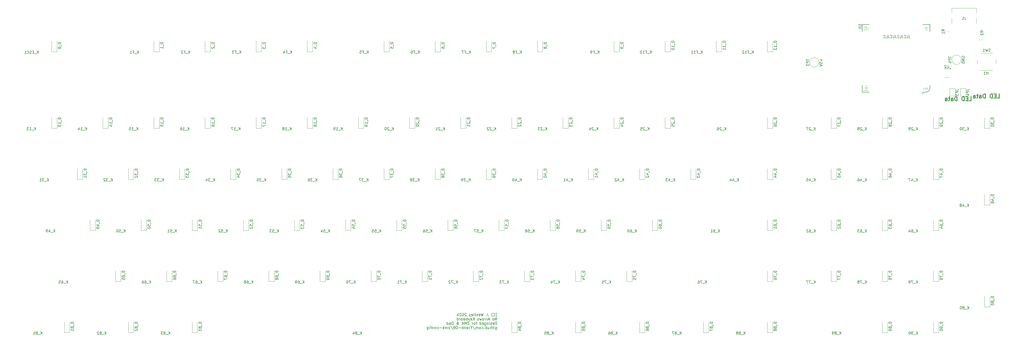
<source format=gbr>
G04 #@! TF.GenerationSoftware,KiCad,Pcbnew,8.0.6*
G04 #@! TF.CreationDate,2024-12-17T20:07:01+11:00*
G04 #@! TF.ProjectId,keyboard,6b657962-6f61-4726-942e-6b696361645f,rev?*
G04 #@! TF.SameCoordinates,Original*
G04 #@! TF.FileFunction,Legend,Bot*
G04 #@! TF.FilePolarity,Positive*
%FSLAX46Y46*%
G04 Gerber Fmt 4.6, Leading zero omitted, Abs format (unit mm)*
G04 Created by KiCad (PCBNEW 8.0.6) date 2024-12-17 20:07:01*
%MOMM*%
%LPD*%
G01*
G04 APERTURE LIST*
%ADD10C,0.300000*%
%ADD11C,0.150000*%
%ADD12C,0.120000*%
G04 APERTURE END LIST*
D10*
X392231203Y-52300828D02*
X392945489Y-52300828D01*
X392945489Y-52300828D02*
X392945489Y-50800828D01*
X391731203Y-51515114D02*
X391231203Y-51515114D01*
X391016917Y-52300828D02*
X391731203Y-52300828D01*
X391731203Y-52300828D02*
X391731203Y-50800828D01*
X391731203Y-50800828D02*
X391016917Y-50800828D01*
X390374060Y-52300828D02*
X390374060Y-50800828D01*
X390374060Y-50800828D02*
X390016917Y-50800828D01*
X390016917Y-50800828D02*
X389802631Y-50872257D01*
X389802631Y-50872257D02*
X389659774Y-51015114D01*
X389659774Y-51015114D02*
X389588345Y-51157971D01*
X389588345Y-51157971D02*
X389516917Y-51443685D01*
X389516917Y-51443685D02*
X389516917Y-51657971D01*
X389516917Y-51657971D02*
X389588345Y-51943685D01*
X389588345Y-51943685D02*
X389659774Y-52086542D01*
X389659774Y-52086542D02*
X389802631Y-52229400D01*
X389802631Y-52229400D02*
X390016917Y-52300828D01*
X390016917Y-52300828D02*
X390374060Y-52300828D01*
X387731203Y-52300828D02*
X387731203Y-50800828D01*
X387731203Y-50800828D02*
X387374060Y-50800828D01*
X387374060Y-50800828D02*
X387159774Y-50872257D01*
X387159774Y-50872257D02*
X387016917Y-51015114D01*
X387016917Y-51015114D02*
X386945488Y-51157971D01*
X386945488Y-51157971D02*
X386874060Y-51443685D01*
X386874060Y-51443685D02*
X386874060Y-51657971D01*
X386874060Y-51657971D02*
X386945488Y-51943685D01*
X386945488Y-51943685D02*
X387016917Y-52086542D01*
X387016917Y-52086542D02*
X387159774Y-52229400D01*
X387159774Y-52229400D02*
X387374060Y-52300828D01*
X387374060Y-52300828D02*
X387731203Y-52300828D01*
X385588346Y-52300828D02*
X385588346Y-51515114D01*
X385588346Y-51515114D02*
X385659774Y-51372257D01*
X385659774Y-51372257D02*
X385802631Y-51300828D01*
X385802631Y-51300828D02*
X386088346Y-51300828D01*
X386088346Y-51300828D02*
X386231203Y-51372257D01*
X385588346Y-52229400D02*
X385731203Y-52300828D01*
X385731203Y-52300828D02*
X386088346Y-52300828D01*
X386088346Y-52300828D02*
X386231203Y-52229400D01*
X386231203Y-52229400D02*
X386302631Y-52086542D01*
X386302631Y-52086542D02*
X386302631Y-51943685D01*
X386302631Y-51943685D02*
X386231203Y-51800828D01*
X386231203Y-51800828D02*
X386088346Y-51729400D01*
X386088346Y-51729400D02*
X385731203Y-51729400D01*
X385731203Y-51729400D02*
X385588346Y-51657971D01*
X385088345Y-51300828D02*
X384516917Y-51300828D01*
X384874060Y-50800828D02*
X384874060Y-52086542D01*
X384874060Y-52086542D02*
X384802631Y-52229400D01*
X384802631Y-52229400D02*
X384659774Y-52300828D01*
X384659774Y-52300828D02*
X384516917Y-52300828D01*
X383374060Y-52300828D02*
X383374060Y-51515114D01*
X383374060Y-51515114D02*
X383445488Y-51372257D01*
X383445488Y-51372257D02*
X383588345Y-51300828D01*
X383588345Y-51300828D02*
X383874060Y-51300828D01*
X383874060Y-51300828D02*
X384016917Y-51372257D01*
X383374060Y-52229400D02*
X383516917Y-52300828D01*
X383516917Y-52300828D02*
X383874060Y-52300828D01*
X383874060Y-52300828D02*
X384016917Y-52229400D01*
X384016917Y-52229400D02*
X384088345Y-52086542D01*
X384088345Y-52086542D02*
X384088345Y-51943685D01*
X384088345Y-51943685D02*
X384016917Y-51800828D01*
X384016917Y-51800828D02*
X383874060Y-51729400D01*
X383874060Y-51729400D02*
X383516917Y-51729400D01*
X383516917Y-51729400D02*
X383374060Y-51657971D01*
X381731203Y-53300828D02*
X382445489Y-53300828D01*
X382445489Y-53300828D02*
X382445489Y-51800828D01*
X381231203Y-52515114D02*
X380731203Y-52515114D01*
X380516917Y-53300828D02*
X381231203Y-53300828D01*
X381231203Y-53300828D02*
X381231203Y-51800828D01*
X381231203Y-51800828D02*
X380516917Y-51800828D01*
X379874060Y-53300828D02*
X379874060Y-51800828D01*
X379874060Y-51800828D02*
X379516917Y-51800828D01*
X379516917Y-51800828D02*
X379302631Y-51872257D01*
X379302631Y-51872257D02*
X379159774Y-52015114D01*
X379159774Y-52015114D02*
X379088345Y-52157971D01*
X379088345Y-52157971D02*
X379016917Y-52443685D01*
X379016917Y-52443685D02*
X379016917Y-52657971D01*
X379016917Y-52657971D02*
X379088345Y-52943685D01*
X379088345Y-52943685D02*
X379159774Y-53086542D01*
X379159774Y-53086542D02*
X379302631Y-53229400D01*
X379302631Y-53229400D02*
X379516917Y-53300828D01*
X379516917Y-53300828D02*
X379874060Y-53300828D01*
X377231203Y-53300828D02*
X377231203Y-51800828D01*
X377231203Y-51800828D02*
X376874060Y-51800828D01*
X376874060Y-51800828D02*
X376659774Y-51872257D01*
X376659774Y-51872257D02*
X376516917Y-52015114D01*
X376516917Y-52015114D02*
X376445488Y-52157971D01*
X376445488Y-52157971D02*
X376374060Y-52443685D01*
X376374060Y-52443685D02*
X376374060Y-52657971D01*
X376374060Y-52657971D02*
X376445488Y-52943685D01*
X376445488Y-52943685D02*
X376516917Y-53086542D01*
X376516917Y-53086542D02*
X376659774Y-53229400D01*
X376659774Y-53229400D02*
X376874060Y-53300828D01*
X376874060Y-53300828D02*
X377231203Y-53300828D01*
X375088346Y-53300828D02*
X375088346Y-52515114D01*
X375088346Y-52515114D02*
X375159774Y-52372257D01*
X375159774Y-52372257D02*
X375302631Y-52300828D01*
X375302631Y-52300828D02*
X375588346Y-52300828D01*
X375588346Y-52300828D02*
X375731203Y-52372257D01*
X375088346Y-53229400D02*
X375231203Y-53300828D01*
X375231203Y-53300828D02*
X375588346Y-53300828D01*
X375588346Y-53300828D02*
X375731203Y-53229400D01*
X375731203Y-53229400D02*
X375802631Y-53086542D01*
X375802631Y-53086542D02*
X375802631Y-52943685D01*
X375802631Y-52943685D02*
X375731203Y-52800828D01*
X375731203Y-52800828D02*
X375588346Y-52729400D01*
X375588346Y-52729400D02*
X375231203Y-52729400D01*
X375231203Y-52729400D02*
X375088346Y-52657971D01*
X374588345Y-52300828D02*
X374016917Y-52300828D01*
X374374060Y-51800828D02*
X374374060Y-53086542D01*
X374374060Y-53086542D02*
X374302631Y-53229400D01*
X374302631Y-53229400D02*
X374159774Y-53300828D01*
X374159774Y-53300828D02*
X374016917Y-53300828D01*
X372874060Y-53300828D02*
X372874060Y-52515114D01*
X372874060Y-52515114D02*
X372945488Y-52372257D01*
X372945488Y-52372257D02*
X373088345Y-52300828D01*
X373088345Y-52300828D02*
X373374060Y-52300828D01*
X373374060Y-52300828D02*
X373516917Y-52372257D01*
X372874060Y-53229400D02*
X373016917Y-53300828D01*
X373016917Y-53300828D02*
X373374060Y-53300828D01*
X373374060Y-53300828D02*
X373516917Y-53229400D01*
X373516917Y-53229400D02*
X373588345Y-53086542D01*
X373588345Y-53086542D02*
X373588345Y-52943685D01*
X373588345Y-52943685D02*
X373516917Y-52800828D01*
X373516917Y-52800828D02*
X373374060Y-52729400D01*
X373374060Y-52729400D02*
X373016917Y-52729400D01*
X373016917Y-52729400D02*
X372874060Y-52657971D01*
D11*
X359377506Y-28869819D02*
X359377506Y-29584104D01*
X359377506Y-29584104D02*
X359425125Y-29726961D01*
X359425125Y-29726961D02*
X359520363Y-29822200D01*
X359520363Y-29822200D02*
X359663220Y-29869819D01*
X359663220Y-29869819D02*
X359758458Y-29869819D01*
X358425125Y-29869819D02*
X358901315Y-29869819D01*
X358901315Y-29869819D02*
X358901315Y-28869819D01*
X357520363Y-29774580D02*
X357567982Y-29822200D01*
X357567982Y-29822200D02*
X357710839Y-29869819D01*
X357710839Y-29869819D02*
X357806077Y-29869819D01*
X357806077Y-29869819D02*
X357948934Y-29822200D01*
X357948934Y-29822200D02*
X358044172Y-29726961D01*
X358044172Y-29726961D02*
X358091791Y-29631723D01*
X358091791Y-29631723D02*
X358139410Y-29441247D01*
X358139410Y-29441247D02*
X358139410Y-29298390D01*
X358139410Y-29298390D02*
X358091791Y-29107914D01*
X358091791Y-29107914D02*
X358044172Y-29012676D01*
X358044172Y-29012676D02*
X357948934Y-28917438D01*
X357948934Y-28917438D02*
X357806077Y-28869819D01*
X357806077Y-28869819D02*
X357710839Y-28869819D01*
X357710839Y-28869819D02*
X357567982Y-28917438D01*
X357567982Y-28917438D02*
X357520363Y-28965057D01*
X356806077Y-28869819D02*
X356806077Y-29584104D01*
X356806077Y-29584104D02*
X356853696Y-29726961D01*
X356853696Y-29726961D02*
X356948934Y-29822200D01*
X356948934Y-29822200D02*
X357091791Y-29869819D01*
X357091791Y-29869819D02*
X357187029Y-29869819D01*
X355853696Y-29869819D02*
X356329886Y-29869819D01*
X356329886Y-29869819D02*
X356329886Y-28869819D01*
X354948934Y-29774580D02*
X354996553Y-29822200D01*
X354996553Y-29822200D02*
X355139410Y-29869819D01*
X355139410Y-29869819D02*
X355234648Y-29869819D01*
X355234648Y-29869819D02*
X355377505Y-29822200D01*
X355377505Y-29822200D02*
X355472743Y-29726961D01*
X355472743Y-29726961D02*
X355520362Y-29631723D01*
X355520362Y-29631723D02*
X355567981Y-29441247D01*
X355567981Y-29441247D02*
X355567981Y-29298390D01*
X355567981Y-29298390D02*
X355520362Y-29107914D01*
X355520362Y-29107914D02*
X355472743Y-29012676D01*
X355472743Y-29012676D02*
X355377505Y-28917438D01*
X355377505Y-28917438D02*
X355234648Y-28869819D01*
X355234648Y-28869819D02*
X355139410Y-28869819D01*
X355139410Y-28869819D02*
X354996553Y-28917438D01*
X354996553Y-28917438D02*
X354948934Y-28965057D01*
X354234648Y-28869819D02*
X354234648Y-29584104D01*
X354234648Y-29584104D02*
X354282267Y-29726961D01*
X354282267Y-29726961D02*
X354377505Y-29822200D01*
X354377505Y-29822200D02*
X354520362Y-29869819D01*
X354520362Y-29869819D02*
X354615600Y-29869819D01*
X353282267Y-29869819D02*
X353758457Y-29869819D01*
X353758457Y-29869819D02*
X353758457Y-28869819D01*
X352377505Y-29774580D02*
X352425124Y-29822200D01*
X352425124Y-29822200D02*
X352567981Y-29869819D01*
X352567981Y-29869819D02*
X352663219Y-29869819D01*
X352663219Y-29869819D02*
X352806076Y-29822200D01*
X352806076Y-29822200D02*
X352901314Y-29726961D01*
X352901314Y-29726961D02*
X352948933Y-29631723D01*
X352948933Y-29631723D02*
X352996552Y-29441247D01*
X352996552Y-29441247D02*
X352996552Y-29298390D01*
X352996552Y-29298390D02*
X352948933Y-29107914D01*
X352948933Y-29107914D02*
X352901314Y-29012676D01*
X352901314Y-29012676D02*
X352806076Y-28917438D01*
X352806076Y-28917438D02*
X352663219Y-28869819D01*
X352663219Y-28869819D02*
X352567981Y-28869819D01*
X352567981Y-28869819D02*
X352425124Y-28917438D01*
X352425124Y-28917438D02*
X352377505Y-28965057D01*
X351663219Y-28869819D02*
X351663219Y-29584104D01*
X351663219Y-29584104D02*
X351710838Y-29726961D01*
X351710838Y-29726961D02*
X351806076Y-29822200D01*
X351806076Y-29822200D02*
X351948933Y-29869819D01*
X351948933Y-29869819D02*
X352044171Y-29869819D01*
X350710838Y-29869819D02*
X351187028Y-29869819D01*
X351187028Y-29869819D02*
X351187028Y-28869819D01*
X349806076Y-29774580D02*
X349853695Y-29822200D01*
X349853695Y-29822200D02*
X349996552Y-29869819D01*
X349996552Y-29869819D02*
X350091790Y-29869819D01*
X350091790Y-29869819D02*
X350234647Y-29822200D01*
X350234647Y-29822200D02*
X350329885Y-29726961D01*
X350329885Y-29726961D02*
X350377504Y-29631723D01*
X350377504Y-29631723D02*
X350425123Y-29441247D01*
X350425123Y-29441247D02*
X350425123Y-29298390D01*
X350425123Y-29298390D02*
X350377504Y-29107914D01*
X350377504Y-29107914D02*
X350329885Y-29012676D01*
X350329885Y-29012676D02*
X350234647Y-28917438D01*
X350234647Y-28917438D02*
X350091790Y-28869819D01*
X350091790Y-28869819D02*
X349996552Y-28869819D01*
X349996552Y-28869819D02*
X349853695Y-28917438D01*
X349853695Y-28917438D02*
X349806076Y-28965057D01*
X205377506Y-133920939D02*
X205425125Y-133873320D01*
X205425125Y-133873320D02*
X205520363Y-133730463D01*
X205520363Y-133730463D02*
X205567982Y-133635225D01*
X205567982Y-133635225D02*
X205615601Y-133492368D01*
X205615601Y-133492368D02*
X205663220Y-133254272D01*
X205663220Y-133254272D02*
X205663220Y-133063796D01*
X205663220Y-133063796D02*
X205615601Y-132825701D01*
X205615601Y-132825701D02*
X205567982Y-132682844D01*
X205567982Y-132682844D02*
X205520363Y-132587606D01*
X205520363Y-132587606D02*
X205425125Y-132444748D01*
X205425125Y-132444748D02*
X205377506Y-132397129D01*
X204425125Y-133444748D02*
X204472744Y-133492368D01*
X204472744Y-133492368D02*
X204615601Y-133539987D01*
X204615601Y-133539987D02*
X204710839Y-133539987D01*
X204710839Y-133539987D02*
X204853696Y-133492368D01*
X204853696Y-133492368D02*
X204948934Y-133397129D01*
X204948934Y-133397129D02*
X204996553Y-133301891D01*
X204996553Y-133301891D02*
X205044172Y-133111415D01*
X205044172Y-133111415D02*
X205044172Y-132968558D01*
X205044172Y-132968558D02*
X204996553Y-132778082D01*
X204996553Y-132778082D02*
X204948934Y-132682844D01*
X204948934Y-132682844D02*
X204853696Y-132587606D01*
X204853696Y-132587606D02*
X204710839Y-132539987D01*
X204710839Y-132539987D02*
X204615601Y-132539987D01*
X204615601Y-132539987D02*
X204472744Y-132587606D01*
X204472744Y-132587606D02*
X204425125Y-132635225D01*
X204091791Y-133920939D02*
X204044172Y-133873320D01*
X204044172Y-133873320D02*
X203948934Y-133730463D01*
X203948934Y-133730463D02*
X203901315Y-133635225D01*
X203901315Y-133635225D02*
X203853696Y-133492368D01*
X203853696Y-133492368D02*
X203806077Y-133254272D01*
X203806077Y-133254272D02*
X203806077Y-133063796D01*
X203806077Y-133063796D02*
X203853696Y-132825701D01*
X203853696Y-132825701D02*
X203901315Y-132682844D01*
X203901315Y-132682844D02*
X203948934Y-132587606D01*
X203948934Y-132587606D02*
X204044172Y-132444748D01*
X204044172Y-132444748D02*
X204091791Y-132397129D01*
X202282267Y-132539987D02*
X202282267Y-133254272D01*
X202282267Y-133254272D02*
X202329886Y-133397129D01*
X202329886Y-133397129D02*
X202425124Y-133492368D01*
X202425124Y-133492368D02*
X202567981Y-133539987D01*
X202567981Y-133539987D02*
X202663219Y-133539987D01*
X201806076Y-133444748D02*
X201758457Y-133492368D01*
X201758457Y-133492368D02*
X201806076Y-133539987D01*
X201806076Y-133539987D02*
X201853695Y-133492368D01*
X201853695Y-133492368D02*
X201806076Y-133444748D01*
X201806076Y-133444748D02*
X201806076Y-133539987D01*
X200663219Y-132539987D02*
X200425124Y-133539987D01*
X200425124Y-133539987D02*
X200234648Y-132825701D01*
X200234648Y-132825701D02*
X200044172Y-133539987D01*
X200044172Y-133539987D02*
X199806077Y-132539987D01*
X199044172Y-133492368D02*
X199139410Y-133539987D01*
X199139410Y-133539987D02*
X199329886Y-133539987D01*
X199329886Y-133539987D02*
X199425124Y-133492368D01*
X199425124Y-133492368D02*
X199472743Y-133397129D01*
X199472743Y-133397129D02*
X199472743Y-133016177D01*
X199472743Y-133016177D02*
X199425124Y-132920939D01*
X199425124Y-132920939D02*
X199329886Y-132873320D01*
X199329886Y-132873320D02*
X199139410Y-132873320D01*
X199139410Y-132873320D02*
X199044172Y-132920939D01*
X199044172Y-132920939D02*
X198996553Y-133016177D01*
X198996553Y-133016177D02*
X198996553Y-133111415D01*
X198996553Y-133111415D02*
X199472743Y-133206653D01*
X198615600Y-133492368D02*
X198520362Y-133539987D01*
X198520362Y-133539987D02*
X198329886Y-133539987D01*
X198329886Y-133539987D02*
X198234648Y-133492368D01*
X198234648Y-133492368D02*
X198187029Y-133397129D01*
X198187029Y-133397129D02*
X198187029Y-133349510D01*
X198187029Y-133349510D02*
X198234648Y-133254272D01*
X198234648Y-133254272D02*
X198329886Y-133206653D01*
X198329886Y-133206653D02*
X198472743Y-133206653D01*
X198472743Y-133206653D02*
X198567981Y-133159034D01*
X198567981Y-133159034D02*
X198615600Y-133063796D01*
X198615600Y-133063796D02*
X198615600Y-133016177D01*
X198615600Y-133016177D02*
X198567981Y-132920939D01*
X198567981Y-132920939D02*
X198472743Y-132873320D01*
X198472743Y-132873320D02*
X198329886Y-132873320D01*
X198329886Y-132873320D02*
X198234648Y-132920939D01*
X197901314Y-132873320D02*
X197520362Y-132873320D01*
X197758457Y-132539987D02*
X197758457Y-133397129D01*
X197758457Y-133397129D02*
X197710838Y-133492368D01*
X197710838Y-133492368D02*
X197615600Y-133539987D01*
X197615600Y-133539987D02*
X197520362Y-133539987D01*
X197044171Y-133539987D02*
X197139409Y-133492368D01*
X197139409Y-133492368D02*
X197187028Y-133397129D01*
X197187028Y-133397129D02*
X197187028Y-132539987D01*
X196282266Y-133492368D02*
X196377504Y-133539987D01*
X196377504Y-133539987D02*
X196567980Y-133539987D01*
X196567980Y-133539987D02*
X196663218Y-133492368D01*
X196663218Y-133492368D02*
X196710837Y-133397129D01*
X196710837Y-133397129D02*
X196710837Y-133016177D01*
X196710837Y-133016177D02*
X196663218Y-132920939D01*
X196663218Y-132920939D02*
X196567980Y-132873320D01*
X196567980Y-132873320D02*
X196377504Y-132873320D01*
X196377504Y-132873320D02*
X196282266Y-132920939D01*
X196282266Y-132920939D02*
X196234647Y-133016177D01*
X196234647Y-133016177D02*
X196234647Y-133111415D01*
X196234647Y-133111415D02*
X196710837Y-133206653D01*
X195901313Y-132873320D02*
X195663218Y-133539987D01*
X195425123Y-132873320D02*
X195663218Y-133539987D01*
X195663218Y-133539987D02*
X195758456Y-133778082D01*
X195758456Y-133778082D02*
X195806075Y-133825701D01*
X195806075Y-133825701D02*
X195901313Y-133873320D01*
X194329884Y-132635225D02*
X194282265Y-132587606D01*
X194282265Y-132587606D02*
X194187027Y-132539987D01*
X194187027Y-132539987D02*
X193948932Y-132539987D01*
X193948932Y-132539987D02*
X193853694Y-132587606D01*
X193853694Y-132587606D02*
X193806075Y-132635225D01*
X193806075Y-132635225D02*
X193758456Y-132730463D01*
X193758456Y-132730463D02*
X193758456Y-132825701D01*
X193758456Y-132825701D02*
X193806075Y-132968558D01*
X193806075Y-132968558D02*
X194377503Y-133539987D01*
X194377503Y-133539987D02*
X193758456Y-133539987D01*
X193139408Y-132539987D02*
X193044170Y-132539987D01*
X193044170Y-132539987D02*
X192948932Y-132587606D01*
X192948932Y-132587606D02*
X192901313Y-132635225D01*
X192901313Y-132635225D02*
X192853694Y-132730463D01*
X192853694Y-132730463D02*
X192806075Y-132920939D01*
X192806075Y-132920939D02*
X192806075Y-133159034D01*
X192806075Y-133159034D02*
X192853694Y-133349510D01*
X192853694Y-133349510D02*
X192901313Y-133444748D01*
X192901313Y-133444748D02*
X192948932Y-133492368D01*
X192948932Y-133492368D02*
X193044170Y-133539987D01*
X193044170Y-133539987D02*
X193139408Y-133539987D01*
X193139408Y-133539987D02*
X193234646Y-133492368D01*
X193234646Y-133492368D02*
X193282265Y-133444748D01*
X193282265Y-133444748D02*
X193329884Y-133349510D01*
X193329884Y-133349510D02*
X193377503Y-133159034D01*
X193377503Y-133159034D02*
X193377503Y-132920939D01*
X193377503Y-132920939D02*
X193329884Y-132730463D01*
X193329884Y-132730463D02*
X193282265Y-132635225D01*
X193282265Y-132635225D02*
X193234646Y-132587606D01*
X193234646Y-132587606D02*
X193139408Y-132539987D01*
X192425122Y-132635225D02*
X192377503Y-132587606D01*
X192377503Y-132587606D02*
X192282265Y-132539987D01*
X192282265Y-132539987D02*
X192044170Y-132539987D01*
X192044170Y-132539987D02*
X191948932Y-132587606D01*
X191948932Y-132587606D02*
X191901313Y-132635225D01*
X191901313Y-132635225D02*
X191853694Y-132730463D01*
X191853694Y-132730463D02*
X191853694Y-132825701D01*
X191853694Y-132825701D02*
X191901313Y-132968558D01*
X191901313Y-132968558D02*
X192472741Y-133539987D01*
X192472741Y-133539987D02*
X191853694Y-133539987D01*
X190996551Y-132873320D02*
X190996551Y-133539987D01*
X191234646Y-132492368D02*
X191472741Y-133206653D01*
X191472741Y-133206653D02*
X190853694Y-133206653D01*
X205663220Y-135149931D02*
X205663220Y-134149931D01*
X205663220Y-134149931D02*
X205091792Y-135149931D01*
X205091792Y-135149931D02*
X205091792Y-134149931D01*
X204472744Y-135149931D02*
X204567982Y-135102312D01*
X204567982Y-135102312D02*
X204615601Y-135054692D01*
X204615601Y-135054692D02*
X204663220Y-134959454D01*
X204663220Y-134959454D02*
X204663220Y-134673740D01*
X204663220Y-134673740D02*
X204615601Y-134578502D01*
X204615601Y-134578502D02*
X204567982Y-134530883D01*
X204567982Y-134530883D02*
X204472744Y-134483264D01*
X204472744Y-134483264D02*
X204329887Y-134483264D01*
X204329887Y-134483264D02*
X204234649Y-134530883D01*
X204234649Y-134530883D02*
X204187030Y-134578502D01*
X204187030Y-134578502D02*
X204139411Y-134673740D01*
X204139411Y-134673740D02*
X204139411Y-134959454D01*
X204139411Y-134959454D02*
X204187030Y-135054692D01*
X204187030Y-135054692D02*
X204234649Y-135102312D01*
X204234649Y-135102312D02*
X204329887Y-135149931D01*
X204329887Y-135149931D02*
X204472744Y-135149931D01*
X202996553Y-134864216D02*
X202520363Y-134864216D01*
X203091791Y-135149931D02*
X202758458Y-134149931D01*
X202758458Y-134149931D02*
X202425125Y-135149931D01*
X202091791Y-135149931D02*
X202091791Y-134483264D01*
X202091791Y-134673740D02*
X202044172Y-134578502D01*
X202044172Y-134578502D02*
X201996553Y-134530883D01*
X201996553Y-134530883D02*
X201901315Y-134483264D01*
X201901315Y-134483264D02*
X201806077Y-134483264D01*
X201472743Y-135149931D02*
X201472743Y-134483264D01*
X201472743Y-134673740D02*
X201425124Y-134578502D01*
X201425124Y-134578502D02*
X201377505Y-134530883D01*
X201377505Y-134530883D02*
X201282267Y-134483264D01*
X201282267Y-134483264D02*
X201187029Y-134483264D01*
X200710838Y-135149931D02*
X200806076Y-135102312D01*
X200806076Y-135102312D02*
X200853695Y-135054692D01*
X200853695Y-135054692D02*
X200901314Y-134959454D01*
X200901314Y-134959454D02*
X200901314Y-134673740D01*
X200901314Y-134673740D02*
X200853695Y-134578502D01*
X200853695Y-134578502D02*
X200806076Y-134530883D01*
X200806076Y-134530883D02*
X200710838Y-134483264D01*
X200710838Y-134483264D02*
X200567981Y-134483264D01*
X200567981Y-134483264D02*
X200472743Y-134530883D01*
X200472743Y-134530883D02*
X200425124Y-134578502D01*
X200425124Y-134578502D02*
X200377505Y-134673740D01*
X200377505Y-134673740D02*
X200377505Y-134959454D01*
X200377505Y-134959454D02*
X200425124Y-135054692D01*
X200425124Y-135054692D02*
X200472743Y-135102312D01*
X200472743Y-135102312D02*
X200567981Y-135149931D01*
X200567981Y-135149931D02*
X200710838Y-135149931D01*
X200044171Y-134483264D02*
X199853695Y-135149931D01*
X199853695Y-135149931D02*
X199663219Y-134673740D01*
X199663219Y-134673740D02*
X199472743Y-135149931D01*
X199472743Y-135149931D02*
X199282267Y-134483264D01*
X198948933Y-135102312D02*
X198853695Y-135149931D01*
X198853695Y-135149931D02*
X198663219Y-135149931D01*
X198663219Y-135149931D02*
X198567981Y-135102312D01*
X198567981Y-135102312D02*
X198520362Y-135007073D01*
X198520362Y-135007073D02*
X198520362Y-134959454D01*
X198520362Y-134959454D02*
X198567981Y-134864216D01*
X198567981Y-134864216D02*
X198663219Y-134816597D01*
X198663219Y-134816597D02*
X198806076Y-134816597D01*
X198806076Y-134816597D02*
X198901314Y-134768978D01*
X198901314Y-134768978D02*
X198948933Y-134673740D01*
X198948933Y-134673740D02*
X198948933Y-134626121D01*
X198948933Y-134626121D02*
X198901314Y-134530883D01*
X198901314Y-134530883D02*
X198806076Y-134483264D01*
X198806076Y-134483264D02*
X198663219Y-134483264D01*
X198663219Y-134483264D02*
X198567981Y-134530883D01*
X197329885Y-135149931D02*
X197329885Y-134149931D01*
X196758457Y-135149931D02*
X197187028Y-134578502D01*
X196758457Y-134149931D02*
X197329885Y-134721359D01*
X195948933Y-135102312D02*
X196044171Y-135149931D01*
X196044171Y-135149931D02*
X196234647Y-135149931D01*
X196234647Y-135149931D02*
X196329885Y-135102312D01*
X196329885Y-135102312D02*
X196377504Y-135007073D01*
X196377504Y-135007073D02*
X196377504Y-134626121D01*
X196377504Y-134626121D02*
X196329885Y-134530883D01*
X196329885Y-134530883D02*
X196234647Y-134483264D01*
X196234647Y-134483264D02*
X196044171Y-134483264D01*
X196044171Y-134483264D02*
X195948933Y-134530883D01*
X195948933Y-134530883D02*
X195901314Y-134626121D01*
X195901314Y-134626121D02*
X195901314Y-134721359D01*
X195901314Y-134721359D02*
X196377504Y-134816597D01*
X195567980Y-134483264D02*
X195329885Y-135149931D01*
X195091790Y-134483264D02*
X195329885Y-135149931D01*
X195329885Y-135149931D02*
X195425123Y-135388026D01*
X195425123Y-135388026D02*
X195472742Y-135435645D01*
X195472742Y-135435645D02*
X195567980Y-135483264D01*
X194710837Y-135149931D02*
X194710837Y-134149931D01*
X194710837Y-134530883D02*
X194615599Y-134483264D01*
X194615599Y-134483264D02*
X194425123Y-134483264D01*
X194425123Y-134483264D02*
X194329885Y-134530883D01*
X194329885Y-134530883D02*
X194282266Y-134578502D01*
X194282266Y-134578502D02*
X194234647Y-134673740D01*
X194234647Y-134673740D02*
X194234647Y-134959454D01*
X194234647Y-134959454D02*
X194282266Y-135054692D01*
X194282266Y-135054692D02*
X194329885Y-135102312D01*
X194329885Y-135102312D02*
X194425123Y-135149931D01*
X194425123Y-135149931D02*
X194615599Y-135149931D01*
X194615599Y-135149931D02*
X194710837Y-135102312D01*
X193377504Y-135149931D02*
X193377504Y-134626121D01*
X193377504Y-134626121D02*
X193425123Y-134530883D01*
X193425123Y-134530883D02*
X193520361Y-134483264D01*
X193520361Y-134483264D02*
X193710837Y-134483264D01*
X193710837Y-134483264D02*
X193806075Y-134530883D01*
X193377504Y-135102312D02*
X193472742Y-135149931D01*
X193472742Y-135149931D02*
X193710837Y-135149931D01*
X193710837Y-135149931D02*
X193806075Y-135102312D01*
X193806075Y-135102312D02*
X193853694Y-135007073D01*
X193853694Y-135007073D02*
X193853694Y-134911835D01*
X193853694Y-134911835D02*
X193806075Y-134816597D01*
X193806075Y-134816597D02*
X193710837Y-134768978D01*
X193710837Y-134768978D02*
X193472742Y-134768978D01*
X193472742Y-134768978D02*
X193377504Y-134721359D01*
X192758456Y-135149931D02*
X192853694Y-135102312D01*
X192853694Y-135102312D02*
X192901313Y-135054692D01*
X192901313Y-135054692D02*
X192948932Y-134959454D01*
X192948932Y-134959454D02*
X192948932Y-134673740D01*
X192948932Y-134673740D02*
X192901313Y-134578502D01*
X192901313Y-134578502D02*
X192853694Y-134530883D01*
X192853694Y-134530883D02*
X192758456Y-134483264D01*
X192758456Y-134483264D02*
X192615599Y-134483264D01*
X192615599Y-134483264D02*
X192520361Y-134530883D01*
X192520361Y-134530883D02*
X192472742Y-134578502D01*
X192472742Y-134578502D02*
X192425123Y-134673740D01*
X192425123Y-134673740D02*
X192425123Y-134959454D01*
X192425123Y-134959454D02*
X192472742Y-135054692D01*
X192472742Y-135054692D02*
X192520361Y-135102312D01*
X192520361Y-135102312D02*
X192615599Y-135149931D01*
X192615599Y-135149931D02*
X192758456Y-135149931D01*
X191996551Y-135149931D02*
X191996551Y-134483264D01*
X191996551Y-134673740D02*
X191948932Y-134578502D01*
X191948932Y-134578502D02*
X191901313Y-134530883D01*
X191901313Y-134530883D02*
X191806075Y-134483264D01*
X191806075Y-134483264D02*
X191710837Y-134483264D01*
X190948932Y-135149931D02*
X190948932Y-134149931D01*
X190948932Y-135102312D02*
X191044170Y-135149931D01*
X191044170Y-135149931D02*
X191234646Y-135149931D01*
X191234646Y-135149931D02*
X191329884Y-135102312D01*
X191329884Y-135102312D02*
X191377503Y-135054692D01*
X191377503Y-135054692D02*
X191425122Y-134959454D01*
X191425122Y-134959454D02*
X191425122Y-134673740D01*
X191425122Y-134673740D02*
X191377503Y-134578502D01*
X191377503Y-134578502D02*
X191329884Y-134530883D01*
X191329884Y-134530883D02*
X191234646Y-134483264D01*
X191234646Y-134483264D02*
X191044170Y-134483264D01*
X191044170Y-134483264D02*
X190948932Y-134530883D01*
X205663220Y-136759875D02*
X205663220Y-135759875D01*
X205663220Y-135759875D02*
X205425125Y-135759875D01*
X205425125Y-135759875D02*
X205282268Y-135807494D01*
X205282268Y-135807494D02*
X205187030Y-135902732D01*
X205187030Y-135902732D02*
X205139411Y-135997970D01*
X205139411Y-135997970D02*
X205091792Y-136188446D01*
X205091792Y-136188446D02*
X205091792Y-136331303D01*
X205091792Y-136331303D02*
X205139411Y-136521779D01*
X205139411Y-136521779D02*
X205187030Y-136617017D01*
X205187030Y-136617017D02*
X205282268Y-136712256D01*
X205282268Y-136712256D02*
X205425125Y-136759875D01*
X205425125Y-136759875D02*
X205663220Y-136759875D01*
X204282268Y-136712256D02*
X204377506Y-136759875D01*
X204377506Y-136759875D02*
X204567982Y-136759875D01*
X204567982Y-136759875D02*
X204663220Y-136712256D01*
X204663220Y-136712256D02*
X204710839Y-136617017D01*
X204710839Y-136617017D02*
X204710839Y-136236065D01*
X204710839Y-136236065D02*
X204663220Y-136140827D01*
X204663220Y-136140827D02*
X204567982Y-136093208D01*
X204567982Y-136093208D02*
X204377506Y-136093208D01*
X204377506Y-136093208D02*
X204282268Y-136140827D01*
X204282268Y-136140827D02*
X204234649Y-136236065D01*
X204234649Y-136236065D02*
X204234649Y-136331303D01*
X204234649Y-136331303D02*
X204710839Y-136426541D01*
X203853696Y-136712256D02*
X203758458Y-136759875D01*
X203758458Y-136759875D02*
X203567982Y-136759875D01*
X203567982Y-136759875D02*
X203472744Y-136712256D01*
X203472744Y-136712256D02*
X203425125Y-136617017D01*
X203425125Y-136617017D02*
X203425125Y-136569398D01*
X203425125Y-136569398D02*
X203472744Y-136474160D01*
X203472744Y-136474160D02*
X203567982Y-136426541D01*
X203567982Y-136426541D02*
X203710839Y-136426541D01*
X203710839Y-136426541D02*
X203806077Y-136378922D01*
X203806077Y-136378922D02*
X203853696Y-136283684D01*
X203853696Y-136283684D02*
X203853696Y-136236065D01*
X203853696Y-136236065D02*
X203806077Y-136140827D01*
X203806077Y-136140827D02*
X203710839Y-136093208D01*
X203710839Y-136093208D02*
X203567982Y-136093208D01*
X203567982Y-136093208D02*
X203472744Y-136140827D01*
X202996553Y-136759875D02*
X202996553Y-136093208D01*
X202996553Y-135759875D02*
X203044172Y-135807494D01*
X203044172Y-135807494D02*
X202996553Y-135855113D01*
X202996553Y-135855113D02*
X202948934Y-135807494D01*
X202948934Y-135807494D02*
X202996553Y-135759875D01*
X202996553Y-135759875D02*
X202996553Y-135855113D01*
X202520363Y-136093208D02*
X202520363Y-136759875D01*
X202520363Y-136188446D02*
X202472744Y-136140827D01*
X202472744Y-136140827D02*
X202377506Y-136093208D01*
X202377506Y-136093208D02*
X202234649Y-136093208D01*
X202234649Y-136093208D02*
X202139411Y-136140827D01*
X202139411Y-136140827D02*
X202091792Y-136236065D01*
X202091792Y-136236065D02*
X202091792Y-136759875D01*
X201187030Y-136093208D02*
X201187030Y-136902732D01*
X201187030Y-136902732D02*
X201234649Y-136997970D01*
X201234649Y-136997970D02*
X201282268Y-137045589D01*
X201282268Y-137045589D02*
X201377506Y-137093208D01*
X201377506Y-137093208D02*
X201520363Y-137093208D01*
X201520363Y-137093208D02*
X201615601Y-137045589D01*
X201187030Y-136712256D02*
X201282268Y-136759875D01*
X201282268Y-136759875D02*
X201472744Y-136759875D01*
X201472744Y-136759875D02*
X201567982Y-136712256D01*
X201567982Y-136712256D02*
X201615601Y-136664636D01*
X201615601Y-136664636D02*
X201663220Y-136569398D01*
X201663220Y-136569398D02*
X201663220Y-136283684D01*
X201663220Y-136283684D02*
X201615601Y-136188446D01*
X201615601Y-136188446D02*
X201567982Y-136140827D01*
X201567982Y-136140827D02*
X201472744Y-136093208D01*
X201472744Y-136093208D02*
X201282268Y-136093208D01*
X201282268Y-136093208D02*
X201187030Y-136140827D01*
X200329887Y-136712256D02*
X200425125Y-136759875D01*
X200425125Y-136759875D02*
X200615601Y-136759875D01*
X200615601Y-136759875D02*
X200710839Y-136712256D01*
X200710839Y-136712256D02*
X200758458Y-136617017D01*
X200758458Y-136617017D02*
X200758458Y-136236065D01*
X200758458Y-136236065D02*
X200710839Y-136140827D01*
X200710839Y-136140827D02*
X200615601Y-136093208D01*
X200615601Y-136093208D02*
X200425125Y-136093208D01*
X200425125Y-136093208D02*
X200329887Y-136140827D01*
X200329887Y-136140827D02*
X200282268Y-136236065D01*
X200282268Y-136236065D02*
X200282268Y-136331303D01*
X200282268Y-136331303D02*
X200758458Y-136426541D01*
X199425125Y-136759875D02*
X199425125Y-135759875D01*
X199425125Y-136712256D02*
X199520363Y-136759875D01*
X199520363Y-136759875D02*
X199710839Y-136759875D01*
X199710839Y-136759875D02*
X199806077Y-136712256D01*
X199806077Y-136712256D02*
X199853696Y-136664636D01*
X199853696Y-136664636D02*
X199901315Y-136569398D01*
X199901315Y-136569398D02*
X199901315Y-136283684D01*
X199901315Y-136283684D02*
X199853696Y-136188446D01*
X199853696Y-136188446D02*
X199806077Y-136140827D01*
X199806077Y-136140827D02*
X199710839Y-136093208D01*
X199710839Y-136093208D02*
X199520363Y-136093208D01*
X199520363Y-136093208D02*
X199425125Y-136140827D01*
X198329886Y-136093208D02*
X197948934Y-136093208D01*
X198187029Y-136759875D02*
X198187029Y-135902732D01*
X198187029Y-135902732D02*
X198139410Y-135807494D01*
X198139410Y-135807494D02*
X198044172Y-135759875D01*
X198044172Y-135759875D02*
X197948934Y-135759875D01*
X197472743Y-136759875D02*
X197567981Y-136712256D01*
X197567981Y-136712256D02*
X197615600Y-136664636D01*
X197615600Y-136664636D02*
X197663219Y-136569398D01*
X197663219Y-136569398D02*
X197663219Y-136283684D01*
X197663219Y-136283684D02*
X197615600Y-136188446D01*
X197615600Y-136188446D02*
X197567981Y-136140827D01*
X197567981Y-136140827D02*
X197472743Y-136093208D01*
X197472743Y-136093208D02*
X197329886Y-136093208D01*
X197329886Y-136093208D02*
X197234648Y-136140827D01*
X197234648Y-136140827D02*
X197187029Y-136188446D01*
X197187029Y-136188446D02*
X197139410Y-136283684D01*
X197139410Y-136283684D02*
X197139410Y-136569398D01*
X197139410Y-136569398D02*
X197187029Y-136664636D01*
X197187029Y-136664636D02*
X197234648Y-136712256D01*
X197234648Y-136712256D02*
X197329886Y-136759875D01*
X197329886Y-136759875D02*
X197472743Y-136759875D01*
X196710838Y-136759875D02*
X196710838Y-136093208D01*
X196710838Y-136283684D02*
X196663219Y-136188446D01*
X196663219Y-136188446D02*
X196615600Y-136140827D01*
X196615600Y-136140827D02*
X196520362Y-136093208D01*
X196520362Y-136093208D02*
X196425124Y-136093208D01*
X195425123Y-135759875D02*
X194758457Y-135759875D01*
X194758457Y-135759875D02*
X195425123Y-136759875D01*
X195425123Y-136759875D02*
X194758457Y-136759875D01*
X194377504Y-136759875D02*
X194377504Y-135759875D01*
X194377504Y-135759875D02*
X194044171Y-136474160D01*
X194044171Y-136474160D02*
X193710838Y-135759875D01*
X193710838Y-135759875D02*
X193710838Y-136759875D01*
X193234647Y-136759875D02*
X193234647Y-135759875D01*
X192663219Y-136759875D02*
X193091790Y-136188446D01*
X192663219Y-135759875D02*
X193234647Y-136331303D01*
X190663218Y-136759875D02*
X190710838Y-136759875D01*
X190710838Y-136759875D02*
X190806076Y-136712256D01*
X190806076Y-136712256D02*
X190948933Y-136569398D01*
X190948933Y-136569398D02*
X191187028Y-136283684D01*
X191187028Y-136283684D02*
X191282266Y-136140827D01*
X191282266Y-136140827D02*
X191329885Y-135997970D01*
X191329885Y-135997970D02*
X191329885Y-135902732D01*
X191329885Y-135902732D02*
X191282266Y-135807494D01*
X191282266Y-135807494D02*
X191187028Y-135759875D01*
X191187028Y-135759875D02*
X191139409Y-135759875D01*
X191139409Y-135759875D02*
X191044171Y-135807494D01*
X191044171Y-135807494D02*
X190996552Y-135902732D01*
X190996552Y-135902732D02*
X190996552Y-135950351D01*
X190996552Y-135950351D02*
X191044171Y-136045589D01*
X191044171Y-136045589D02*
X191091790Y-136093208D01*
X191091790Y-136093208D02*
X191377504Y-136283684D01*
X191377504Y-136283684D02*
X191425123Y-136331303D01*
X191425123Y-136331303D02*
X191472742Y-136426541D01*
X191472742Y-136426541D02*
X191472742Y-136569398D01*
X191472742Y-136569398D02*
X191425123Y-136664636D01*
X191425123Y-136664636D02*
X191377504Y-136712256D01*
X191377504Y-136712256D02*
X191282266Y-136759875D01*
X191282266Y-136759875D02*
X191139409Y-136759875D01*
X191139409Y-136759875D02*
X191044171Y-136712256D01*
X191044171Y-136712256D02*
X190996552Y-136664636D01*
X190996552Y-136664636D02*
X190853695Y-136474160D01*
X190853695Y-136474160D02*
X190806076Y-136331303D01*
X190806076Y-136331303D02*
X190806076Y-136236065D01*
X189472742Y-136759875D02*
X189472742Y-135759875D01*
X189472742Y-135759875D02*
X189234647Y-135759875D01*
X189234647Y-135759875D02*
X189091790Y-135807494D01*
X189091790Y-135807494D02*
X188996552Y-135902732D01*
X188996552Y-135902732D02*
X188948933Y-135997970D01*
X188948933Y-135997970D02*
X188901314Y-136188446D01*
X188901314Y-136188446D02*
X188901314Y-136331303D01*
X188901314Y-136331303D02*
X188948933Y-136521779D01*
X188948933Y-136521779D02*
X188996552Y-136617017D01*
X188996552Y-136617017D02*
X189091790Y-136712256D01*
X189091790Y-136712256D02*
X189234647Y-136759875D01*
X189234647Y-136759875D02*
X189472742Y-136759875D01*
X188044171Y-136759875D02*
X188044171Y-136236065D01*
X188044171Y-136236065D02*
X188091790Y-136140827D01*
X188091790Y-136140827D02*
X188187028Y-136093208D01*
X188187028Y-136093208D02*
X188377504Y-136093208D01*
X188377504Y-136093208D02*
X188472742Y-136140827D01*
X188044171Y-136712256D02*
X188139409Y-136759875D01*
X188139409Y-136759875D02*
X188377504Y-136759875D01*
X188377504Y-136759875D02*
X188472742Y-136712256D01*
X188472742Y-136712256D02*
X188520361Y-136617017D01*
X188520361Y-136617017D02*
X188520361Y-136521779D01*
X188520361Y-136521779D02*
X188472742Y-136426541D01*
X188472742Y-136426541D02*
X188377504Y-136378922D01*
X188377504Y-136378922D02*
X188139409Y-136378922D01*
X188139409Y-136378922D02*
X188044171Y-136331303D01*
X187139409Y-136759875D02*
X187139409Y-135759875D01*
X187139409Y-136712256D02*
X187234647Y-136759875D01*
X187234647Y-136759875D02*
X187425123Y-136759875D01*
X187425123Y-136759875D02*
X187520361Y-136712256D01*
X187520361Y-136712256D02*
X187567980Y-136664636D01*
X187567980Y-136664636D02*
X187615599Y-136569398D01*
X187615599Y-136569398D02*
X187615599Y-136283684D01*
X187615599Y-136283684D02*
X187567980Y-136188446D01*
X187567980Y-136188446D02*
X187520361Y-136140827D01*
X187520361Y-136140827D02*
X187425123Y-136093208D01*
X187425123Y-136093208D02*
X187234647Y-136093208D01*
X187234647Y-136093208D02*
X187139409Y-136140827D01*
X205234649Y-137703152D02*
X205234649Y-138512676D01*
X205234649Y-138512676D02*
X205282268Y-138607914D01*
X205282268Y-138607914D02*
X205329887Y-138655533D01*
X205329887Y-138655533D02*
X205425125Y-138703152D01*
X205425125Y-138703152D02*
X205567982Y-138703152D01*
X205567982Y-138703152D02*
X205663220Y-138655533D01*
X205234649Y-138322200D02*
X205329887Y-138369819D01*
X205329887Y-138369819D02*
X205520363Y-138369819D01*
X205520363Y-138369819D02*
X205615601Y-138322200D01*
X205615601Y-138322200D02*
X205663220Y-138274580D01*
X205663220Y-138274580D02*
X205710839Y-138179342D01*
X205710839Y-138179342D02*
X205710839Y-137893628D01*
X205710839Y-137893628D02*
X205663220Y-137798390D01*
X205663220Y-137798390D02*
X205615601Y-137750771D01*
X205615601Y-137750771D02*
X205520363Y-137703152D01*
X205520363Y-137703152D02*
X205329887Y-137703152D01*
X205329887Y-137703152D02*
X205234649Y-137750771D01*
X204758458Y-138369819D02*
X204758458Y-137703152D01*
X204758458Y-137369819D02*
X204806077Y-137417438D01*
X204806077Y-137417438D02*
X204758458Y-137465057D01*
X204758458Y-137465057D02*
X204710839Y-137417438D01*
X204710839Y-137417438D02*
X204758458Y-137369819D01*
X204758458Y-137369819D02*
X204758458Y-137465057D01*
X204425125Y-137703152D02*
X204044173Y-137703152D01*
X204282268Y-137369819D02*
X204282268Y-138226961D01*
X204282268Y-138226961D02*
X204234649Y-138322200D01*
X204234649Y-138322200D02*
X204139411Y-138369819D01*
X204139411Y-138369819D02*
X204044173Y-138369819D01*
X203710839Y-138369819D02*
X203710839Y-137369819D01*
X203282268Y-138369819D02*
X203282268Y-137846009D01*
X203282268Y-137846009D02*
X203329887Y-137750771D01*
X203329887Y-137750771D02*
X203425125Y-137703152D01*
X203425125Y-137703152D02*
X203567982Y-137703152D01*
X203567982Y-137703152D02*
X203663220Y-137750771D01*
X203663220Y-137750771D02*
X203710839Y-137798390D01*
X202377506Y-137703152D02*
X202377506Y-138369819D01*
X202806077Y-137703152D02*
X202806077Y-138226961D01*
X202806077Y-138226961D02*
X202758458Y-138322200D01*
X202758458Y-138322200D02*
X202663220Y-138369819D01*
X202663220Y-138369819D02*
X202520363Y-138369819D01*
X202520363Y-138369819D02*
X202425125Y-138322200D01*
X202425125Y-138322200D02*
X202377506Y-138274580D01*
X201901315Y-138369819D02*
X201901315Y-137369819D01*
X201901315Y-137750771D02*
X201806077Y-137703152D01*
X201806077Y-137703152D02*
X201615601Y-137703152D01*
X201615601Y-137703152D02*
X201520363Y-137750771D01*
X201520363Y-137750771D02*
X201472744Y-137798390D01*
X201472744Y-137798390D02*
X201425125Y-137893628D01*
X201425125Y-137893628D02*
X201425125Y-138179342D01*
X201425125Y-138179342D02*
X201472744Y-138274580D01*
X201472744Y-138274580D02*
X201520363Y-138322200D01*
X201520363Y-138322200D02*
X201615601Y-138369819D01*
X201615601Y-138369819D02*
X201806077Y-138369819D01*
X201806077Y-138369819D02*
X201901315Y-138322200D01*
X200996553Y-138274580D02*
X200948934Y-138322200D01*
X200948934Y-138322200D02*
X200996553Y-138369819D01*
X200996553Y-138369819D02*
X201044172Y-138322200D01*
X201044172Y-138322200D02*
X200996553Y-138274580D01*
X200996553Y-138274580D02*
X200996553Y-138369819D01*
X200091792Y-138322200D02*
X200187030Y-138369819D01*
X200187030Y-138369819D02*
X200377506Y-138369819D01*
X200377506Y-138369819D02*
X200472744Y-138322200D01*
X200472744Y-138322200D02*
X200520363Y-138274580D01*
X200520363Y-138274580D02*
X200567982Y-138179342D01*
X200567982Y-138179342D02*
X200567982Y-137893628D01*
X200567982Y-137893628D02*
X200520363Y-137798390D01*
X200520363Y-137798390D02*
X200472744Y-137750771D01*
X200472744Y-137750771D02*
X200377506Y-137703152D01*
X200377506Y-137703152D02*
X200187030Y-137703152D01*
X200187030Y-137703152D02*
X200091792Y-137750771D01*
X199520363Y-138369819D02*
X199615601Y-138322200D01*
X199615601Y-138322200D02*
X199663220Y-138274580D01*
X199663220Y-138274580D02*
X199710839Y-138179342D01*
X199710839Y-138179342D02*
X199710839Y-137893628D01*
X199710839Y-137893628D02*
X199663220Y-137798390D01*
X199663220Y-137798390D02*
X199615601Y-137750771D01*
X199615601Y-137750771D02*
X199520363Y-137703152D01*
X199520363Y-137703152D02*
X199377506Y-137703152D01*
X199377506Y-137703152D02*
X199282268Y-137750771D01*
X199282268Y-137750771D02*
X199234649Y-137798390D01*
X199234649Y-137798390D02*
X199187030Y-137893628D01*
X199187030Y-137893628D02*
X199187030Y-138179342D01*
X199187030Y-138179342D02*
X199234649Y-138274580D01*
X199234649Y-138274580D02*
X199282268Y-138322200D01*
X199282268Y-138322200D02*
X199377506Y-138369819D01*
X199377506Y-138369819D02*
X199520363Y-138369819D01*
X198758458Y-138369819D02*
X198758458Y-137703152D01*
X198758458Y-137798390D02*
X198710839Y-137750771D01*
X198710839Y-137750771D02*
X198615601Y-137703152D01*
X198615601Y-137703152D02*
X198472744Y-137703152D01*
X198472744Y-137703152D02*
X198377506Y-137750771D01*
X198377506Y-137750771D02*
X198329887Y-137846009D01*
X198329887Y-137846009D02*
X198329887Y-138369819D01*
X198329887Y-137846009D02*
X198282268Y-137750771D01*
X198282268Y-137750771D02*
X198187030Y-137703152D01*
X198187030Y-137703152D02*
X198044173Y-137703152D01*
X198044173Y-137703152D02*
X197948934Y-137750771D01*
X197948934Y-137750771D02*
X197901315Y-137846009D01*
X197901315Y-137846009D02*
X197901315Y-138369819D01*
X196710840Y-137322200D02*
X197567982Y-138607914D01*
X196044173Y-137846009D02*
X196377506Y-137846009D01*
X196377506Y-138369819D02*
X196377506Y-137369819D01*
X196377506Y-137369819D02*
X195901316Y-137369819D01*
X195520363Y-138369819D02*
X195520363Y-137703152D01*
X195520363Y-137893628D02*
X195472744Y-137798390D01*
X195472744Y-137798390D02*
X195425125Y-137750771D01*
X195425125Y-137750771D02*
X195329887Y-137703152D01*
X195329887Y-137703152D02*
X195234649Y-137703152D01*
X194472744Y-138369819D02*
X194472744Y-137846009D01*
X194472744Y-137846009D02*
X194520363Y-137750771D01*
X194520363Y-137750771D02*
X194615601Y-137703152D01*
X194615601Y-137703152D02*
X194806077Y-137703152D01*
X194806077Y-137703152D02*
X194901315Y-137750771D01*
X194472744Y-138322200D02*
X194567982Y-138369819D01*
X194567982Y-138369819D02*
X194806077Y-138369819D01*
X194806077Y-138369819D02*
X194901315Y-138322200D01*
X194901315Y-138322200D02*
X194948934Y-138226961D01*
X194948934Y-138226961D02*
X194948934Y-138131723D01*
X194948934Y-138131723D02*
X194901315Y-138036485D01*
X194901315Y-138036485D02*
X194806077Y-137988866D01*
X194806077Y-137988866D02*
X194567982Y-137988866D01*
X194567982Y-137988866D02*
X194472744Y-137941247D01*
X193996553Y-137703152D02*
X193996553Y-138369819D01*
X193996553Y-137798390D02*
X193948934Y-137750771D01*
X193948934Y-137750771D02*
X193853696Y-137703152D01*
X193853696Y-137703152D02*
X193710839Y-137703152D01*
X193710839Y-137703152D02*
X193615601Y-137750771D01*
X193615601Y-137750771D02*
X193567982Y-137846009D01*
X193567982Y-137846009D02*
X193567982Y-138369819D01*
X193091791Y-138369819D02*
X193091791Y-137369819D01*
X192996553Y-137988866D02*
X192710839Y-138369819D01*
X192710839Y-137703152D02*
X193091791Y-138084104D01*
X192282267Y-137988866D02*
X191520363Y-137988866D01*
X190853696Y-137369819D02*
X190758458Y-137369819D01*
X190758458Y-137369819D02*
X190663220Y-137417438D01*
X190663220Y-137417438D02*
X190615601Y-137465057D01*
X190615601Y-137465057D02*
X190567982Y-137560295D01*
X190567982Y-137560295D02*
X190520363Y-137750771D01*
X190520363Y-137750771D02*
X190520363Y-137988866D01*
X190520363Y-137988866D02*
X190567982Y-138179342D01*
X190567982Y-138179342D02*
X190615601Y-138274580D01*
X190615601Y-138274580D02*
X190663220Y-138322200D01*
X190663220Y-138322200D02*
X190758458Y-138369819D01*
X190758458Y-138369819D02*
X190853696Y-138369819D01*
X190853696Y-138369819D02*
X190948934Y-138322200D01*
X190948934Y-138322200D02*
X190996553Y-138274580D01*
X190996553Y-138274580D02*
X191044172Y-138179342D01*
X191044172Y-138179342D02*
X191091791Y-137988866D01*
X191091791Y-137988866D02*
X191091791Y-137750771D01*
X191091791Y-137750771D02*
X191044172Y-137560295D01*
X191044172Y-137560295D02*
X190996553Y-137465057D01*
X190996553Y-137465057D02*
X190948934Y-137417438D01*
X190948934Y-137417438D02*
X190853696Y-137369819D01*
X189948934Y-137798390D02*
X190044172Y-137750771D01*
X190044172Y-137750771D02*
X190091791Y-137703152D01*
X190091791Y-137703152D02*
X190139410Y-137607914D01*
X190139410Y-137607914D02*
X190139410Y-137560295D01*
X190139410Y-137560295D02*
X190091791Y-137465057D01*
X190091791Y-137465057D02*
X190044172Y-137417438D01*
X190044172Y-137417438D02*
X189948934Y-137369819D01*
X189948934Y-137369819D02*
X189758458Y-137369819D01*
X189758458Y-137369819D02*
X189663220Y-137417438D01*
X189663220Y-137417438D02*
X189615601Y-137465057D01*
X189615601Y-137465057D02*
X189567982Y-137560295D01*
X189567982Y-137560295D02*
X189567982Y-137607914D01*
X189567982Y-137607914D02*
X189615601Y-137703152D01*
X189615601Y-137703152D02*
X189663220Y-137750771D01*
X189663220Y-137750771D02*
X189758458Y-137798390D01*
X189758458Y-137798390D02*
X189948934Y-137798390D01*
X189948934Y-137798390D02*
X190044172Y-137846009D01*
X190044172Y-137846009D02*
X190091791Y-137893628D01*
X190091791Y-137893628D02*
X190139410Y-137988866D01*
X190139410Y-137988866D02*
X190139410Y-138179342D01*
X190139410Y-138179342D02*
X190091791Y-138274580D01*
X190091791Y-138274580D02*
X190044172Y-138322200D01*
X190044172Y-138322200D02*
X189948934Y-138369819D01*
X189948934Y-138369819D02*
X189758458Y-138369819D01*
X189758458Y-138369819D02*
X189663220Y-138322200D01*
X189663220Y-138322200D02*
X189615601Y-138274580D01*
X189615601Y-138274580D02*
X189567982Y-138179342D01*
X189567982Y-138179342D02*
X189567982Y-137988866D01*
X189567982Y-137988866D02*
X189615601Y-137893628D01*
X189615601Y-137893628D02*
X189663220Y-137846009D01*
X189663220Y-137846009D02*
X189758458Y-137798390D01*
X188425125Y-137322200D02*
X189282267Y-138607914D01*
X188187029Y-137703152D02*
X187663220Y-137703152D01*
X187663220Y-137703152D02*
X188187029Y-138369819D01*
X188187029Y-138369819D02*
X187663220Y-138369819D01*
X187282267Y-138369819D02*
X187282267Y-137703152D01*
X187282267Y-137798390D02*
X187234648Y-137750771D01*
X187234648Y-137750771D02*
X187139410Y-137703152D01*
X187139410Y-137703152D02*
X186996553Y-137703152D01*
X186996553Y-137703152D02*
X186901315Y-137750771D01*
X186901315Y-137750771D02*
X186853696Y-137846009D01*
X186853696Y-137846009D02*
X186853696Y-138369819D01*
X186853696Y-137846009D02*
X186806077Y-137750771D01*
X186806077Y-137750771D02*
X186710839Y-137703152D01*
X186710839Y-137703152D02*
X186567982Y-137703152D01*
X186567982Y-137703152D02*
X186472743Y-137750771D01*
X186472743Y-137750771D02*
X186425124Y-137846009D01*
X186425124Y-137846009D02*
X186425124Y-138369819D01*
X185948934Y-138369819D02*
X185948934Y-137369819D01*
X185853696Y-137988866D02*
X185567982Y-138369819D01*
X185567982Y-137703152D02*
X185948934Y-138084104D01*
X185139410Y-137988866D02*
X184377506Y-137988866D01*
X183472744Y-138322200D02*
X183567982Y-138369819D01*
X183567982Y-138369819D02*
X183758458Y-138369819D01*
X183758458Y-138369819D02*
X183853696Y-138322200D01*
X183853696Y-138322200D02*
X183901315Y-138274580D01*
X183901315Y-138274580D02*
X183948934Y-138179342D01*
X183948934Y-138179342D02*
X183948934Y-137893628D01*
X183948934Y-137893628D02*
X183901315Y-137798390D01*
X183901315Y-137798390D02*
X183853696Y-137750771D01*
X183853696Y-137750771D02*
X183758458Y-137703152D01*
X183758458Y-137703152D02*
X183567982Y-137703152D01*
X183567982Y-137703152D02*
X183472744Y-137750771D01*
X182901315Y-138369819D02*
X182996553Y-138322200D01*
X182996553Y-138322200D02*
X183044172Y-138274580D01*
X183044172Y-138274580D02*
X183091791Y-138179342D01*
X183091791Y-138179342D02*
X183091791Y-137893628D01*
X183091791Y-137893628D02*
X183044172Y-137798390D01*
X183044172Y-137798390D02*
X182996553Y-137750771D01*
X182996553Y-137750771D02*
X182901315Y-137703152D01*
X182901315Y-137703152D02*
X182758458Y-137703152D01*
X182758458Y-137703152D02*
X182663220Y-137750771D01*
X182663220Y-137750771D02*
X182615601Y-137798390D01*
X182615601Y-137798390D02*
X182567982Y-137893628D01*
X182567982Y-137893628D02*
X182567982Y-138179342D01*
X182567982Y-138179342D02*
X182615601Y-138274580D01*
X182615601Y-138274580D02*
X182663220Y-138322200D01*
X182663220Y-138322200D02*
X182758458Y-138369819D01*
X182758458Y-138369819D02*
X182901315Y-138369819D01*
X182139410Y-137703152D02*
X182139410Y-138369819D01*
X182139410Y-137798390D02*
X182091791Y-137750771D01*
X182091791Y-137750771D02*
X181996553Y-137703152D01*
X181996553Y-137703152D02*
X181853696Y-137703152D01*
X181853696Y-137703152D02*
X181758458Y-137750771D01*
X181758458Y-137750771D02*
X181710839Y-137846009D01*
X181710839Y-137846009D02*
X181710839Y-138369819D01*
X181377505Y-137703152D02*
X180996553Y-137703152D01*
X181234648Y-138369819D02*
X181234648Y-137512676D01*
X181234648Y-137512676D02*
X181187029Y-137417438D01*
X181187029Y-137417438D02*
X181091791Y-137369819D01*
X181091791Y-137369819D02*
X180996553Y-137369819D01*
X180663219Y-138369819D02*
X180663219Y-137703152D01*
X180663219Y-137369819D02*
X180710838Y-137417438D01*
X180710838Y-137417438D02*
X180663219Y-137465057D01*
X180663219Y-137465057D02*
X180615600Y-137417438D01*
X180615600Y-137417438D02*
X180663219Y-137369819D01*
X180663219Y-137369819D02*
X180663219Y-137465057D01*
X179758458Y-137703152D02*
X179758458Y-138512676D01*
X179758458Y-138512676D02*
X179806077Y-138607914D01*
X179806077Y-138607914D02*
X179853696Y-138655533D01*
X179853696Y-138655533D02*
X179948934Y-138703152D01*
X179948934Y-138703152D02*
X180091791Y-138703152D01*
X180091791Y-138703152D02*
X180187029Y-138655533D01*
X179758458Y-138322200D02*
X179853696Y-138369819D01*
X179853696Y-138369819D02*
X180044172Y-138369819D01*
X180044172Y-138369819D02*
X180139410Y-138322200D01*
X180139410Y-138322200D02*
X180187029Y-138274580D01*
X180187029Y-138274580D02*
X180234648Y-138179342D01*
X180234648Y-138179342D02*
X180234648Y-137893628D01*
X180234648Y-137893628D02*
X180187029Y-137798390D01*
X180187029Y-137798390D02*
X180139410Y-137750771D01*
X180139410Y-137750771D02*
X180044172Y-137703152D01*
X180044172Y-137703152D02*
X179853696Y-137703152D01*
X179853696Y-137703152D02*
X179758458Y-137750771D01*
X388761904Y-43454819D02*
X388761904Y-42454819D01*
X388761904Y-42931009D02*
X388190476Y-42931009D01*
X388190476Y-43454819D02*
X388190476Y-42454819D01*
X387190476Y-43454819D02*
X387761904Y-43454819D01*
X387476190Y-43454819D02*
X387476190Y-42454819D01*
X387476190Y-42454819D02*
X387571428Y-42597676D01*
X387571428Y-42597676D02*
X387666666Y-42692914D01*
X387666666Y-42692914D02*
X387761904Y-42740533D01*
X380754819Y-49316666D02*
X381469104Y-49316666D01*
X381469104Y-49316666D02*
X381611961Y-49269047D01*
X381611961Y-49269047D02*
X381707200Y-49173809D01*
X381707200Y-49173809D02*
X381754819Y-49030952D01*
X381754819Y-49030952D02*
X381754819Y-48935714D01*
X381754819Y-49792857D02*
X380754819Y-49792857D01*
X380754819Y-49792857D02*
X380754819Y-50173809D01*
X380754819Y-50173809D02*
X380802438Y-50269047D01*
X380802438Y-50269047D02*
X380850057Y-50316666D01*
X380850057Y-50316666D02*
X380945295Y-50364285D01*
X380945295Y-50364285D02*
X381088152Y-50364285D01*
X381088152Y-50364285D02*
X381183390Y-50316666D01*
X381183390Y-50316666D02*
X381231009Y-50269047D01*
X381231009Y-50269047D02*
X381278628Y-50173809D01*
X381278628Y-50173809D02*
X381278628Y-49792857D01*
X381088152Y-51221428D02*
X381754819Y-51221428D01*
X380707200Y-50983333D02*
X381421485Y-50745238D01*
X381421485Y-50745238D02*
X381421485Y-51364285D01*
X376754819Y-49316666D02*
X377469104Y-49316666D01*
X377469104Y-49316666D02*
X377611961Y-49269047D01*
X377611961Y-49269047D02*
X377707200Y-49173809D01*
X377707200Y-49173809D02*
X377754819Y-49030952D01*
X377754819Y-49030952D02*
X377754819Y-48935714D01*
X377754819Y-49792857D02*
X376754819Y-49792857D01*
X376754819Y-49792857D02*
X376754819Y-50173809D01*
X376754819Y-50173809D02*
X376802438Y-50269047D01*
X376802438Y-50269047D02*
X376850057Y-50316666D01*
X376850057Y-50316666D02*
X376945295Y-50364285D01*
X376945295Y-50364285D02*
X377088152Y-50364285D01*
X377088152Y-50364285D02*
X377183390Y-50316666D01*
X377183390Y-50316666D02*
X377231009Y-50269047D01*
X377231009Y-50269047D02*
X377278628Y-50173809D01*
X377278628Y-50173809D02*
X377278628Y-49792857D01*
X376754819Y-50697619D02*
X376754819Y-51316666D01*
X376754819Y-51316666D02*
X377135771Y-50983333D01*
X377135771Y-50983333D02*
X377135771Y-51126190D01*
X377135771Y-51126190D02*
X377183390Y-51221428D01*
X377183390Y-51221428D02*
X377231009Y-51269047D01*
X377231009Y-51269047D02*
X377326247Y-51316666D01*
X377326247Y-51316666D02*
X377564342Y-51316666D01*
X377564342Y-51316666D02*
X377659580Y-51269047D01*
X377659580Y-51269047D02*
X377707200Y-51221428D01*
X377707200Y-51221428D02*
X377754819Y-51126190D01*
X377754819Y-51126190D02*
X377754819Y-50840476D01*
X377754819Y-50840476D02*
X377707200Y-50745238D01*
X377707200Y-50745238D02*
X377659580Y-50697619D01*
X148170237Y-64227819D02*
X148170237Y-63227819D01*
X147598809Y-64227819D02*
X148027380Y-63656390D01*
X147598809Y-63227819D02*
X148170237Y-63799247D01*
X147408333Y-64323057D02*
X146646428Y-64323057D01*
X145884523Y-64227819D02*
X146455951Y-64227819D01*
X146170237Y-64227819D02*
X146170237Y-63227819D01*
X146170237Y-63227819D02*
X146265475Y-63370676D01*
X146265475Y-63370676D02*
X146360713Y-63465914D01*
X146360713Y-63465914D02*
X146455951Y-63513533D01*
X145408332Y-64227819D02*
X145217856Y-64227819D01*
X145217856Y-64227819D02*
X145122618Y-64180200D01*
X145122618Y-64180200D02*
X145074999Y-64132580D01*
X145074999Y-64132580D02*
X144979761Y-63989723D01*
X144979761Y-63989723D02*
X144932142Y-63799247D01*
X144932142Y-63799247D02*
X144932142Y-63418295D01*
X144932142Y-63418295D02*
X144979761Y-63323057D01*
X144979761Y-63323057D02*
X145027380Y-63275438D01*
X145027380Y-63275438D02*
X145122618Y-63227819D01*
X145122618Y-63227819D02*
X145313094Y-63227819D01*
X145313094Y-63227819D02*
X145408332Y-63275438D01*
X145408332Y-63275438D02*
X145455951Y-63323057D01*
X145455951Y-63323057D02*
X145503570Y-63418295D01*
X145503570Y-63418295D02*
X145503570Y-63656390D01*
X145503570Y-63656390D02*
X145455951Y-63751628D01*
X145455951Y-63751628D02*
X145408332Y-63799247D01*
X145408332Y-63799247D02*
X145313094Y-63846866D01*
X145313094Y-63846866D02*
X145122618Y-63846866D01*
X145122618Y-63846866D02*
X145027380Y-63799247D01*
X145027380Y-63799247D02*
X144979761Y-63751628D01*
X144979761Y-63751628D02*
X144932142Y-63656390D01*
X167220237Y-64227819D02*
X167220237Y-63227819D01*
X166648809Y-64227819D02*
X167077380Y-63656390D01*
X166648809Y-63227819D02*
X167220237Y-63799247D01*
X166458333Y-64323057D02*
X165696428Y-64323057D01*
X165505951Y-63323057D02*
X165458332Y-63275438D01*
X165458332Y-63275438D02*
X165363094Y-63227819D01*
X165363094Y-63227819D02*
X165124999Y-63227819D01*
X165124999Y-63227819D02*
X165029761Y-63275438D01*
X165029761Y-63275438D02*
X164982142Y-63323057D01*
X164982142Y-63323057D02*
X164934523Y-63418295D01*
X164934523Y-63418295D02*
X164934523Y-63513533D01*
X164934523Y-63513533D02*
X164982142Y-63656390D01*
X164982142Y-63656390D02*
X165553570Y-64227819D01*
X165553570Y-64227819D02*
X164934523Y-64227819D01*
X164315475Y-63227819D02*
X164220237Y-63227819D01*
X164220237Y-63227819D02*
X164124999Y-63275438D01*
X164124999Y-63275438D02*
X164077380Y-63323057D01*
X164077380Y-63323057D02*
X164029761Y-63418295D01*
X164029761Y-63418295D02*
X163982142Y-63608771D01*
X163982142Y-63608771D02*
X163982142Y-63846866D01*
X163982142Y-63846866D02*
X164029761Y-64037342D01*
X164029761Y-64037342D02*
X164077380Y-64132580D01*
X164077380Y-64132580D02*
X164124999Y-64180200D01*
X164124999Y-64180200D02*
X164220237Y-64227819D01*
X164220237Y-64227819D02*
X164315475Y-64227819D01*
X164315475Y-64227819D02*
X164410713Y-64180200D01*
X164410713Y-64180200D02*
X164458332Y-64132580D01*
X164458332Y-64132580D02*
X164505951Y-64037342D01*
X164505951Y-64037342D02*
X164553570Y-63846866D01*
X164553570Y-63846866D02*
X164553570Y-63608771D01*
X164553570Y-63608771D02*
X164505951Y-63418295D01*
X164505951Y-63418295D02*
X164458332Y-63323057D01*
X164458332Y-63323057D02*
X164410713Y-63275438D01*
X164410713Y-63275438D02*
X164315475Y-63227819D01*
X91020237Y-64227819D02*
X91020237Y-63227819D01*
X90448809Y-64227819D02*
X90877380Y-63656390D01*
X90448809Y-63227819D02*
X91020237Y-63799247D01*
X90258333Y-64323057D02*
X89496428Y-64323057D01*
X88734523Y-64227819D02*
X89305951Y-64227819D01*
X89020237Y-64227819D02*
X89020237Y-63227819D01*
X89020237Y-63227819D02*
X89115475Y-63370676D01*
X89115475Y-63370676D02*
X89210713Y-63465914D01*
X89210713Y-63465914D02*
X89305951Y-63513533D01*
X87877380Y-63227819D02*
X88067856Y-63227819D01*
X88067856Y-63227819D02*
X88163094Y-63275438D01*
X88163094Y-63275438D02*
X88210713Y-63323057D01*
X88210713Y-63323057D02*
X88305951Y-63465914D01*
X88305951Y-63465914D02*
X88353570Y-63656390D01*
X88353570Y-63656390D02*
X88353570Y-64037342D01*
X88353570Y-64037342D02*
X88305951Y-64132580D01*
X88305951Y-64132580D02*
X88258332Y-64180200D01*
X88258332Y-64180200D02*
X88163094Y-64227819D01*
X88163094Y-64227819D02*
X87972618Y-64227819D01*
X87972618Y-64227819D02*
X87877380Y-64180200D01*
X87877380Y-64180200D02*
X87829761Y-64132580D01*
X87829761Y-64132580D02*
X87782142Y-64037342D01*
X87782142Y-64037342D02*
X87782142Y-63799247D01*
X87782142Y-63799247D02*
X87829761Y-63704009D01*
X87829761Y-63704009D02*
X87877380Y-63656390D01*
X87877380Y-63656390D02*
X87972618Y-63608771D01*
X87972618Y-63608771D02*
X88163094Y-63608771D01*
X88163094Y-63608771D02*
X88258332Y-63656390D01*
X88258332Y-63656390D02*
X88305951Y-63704009D01*
X88305951Y-63704009D02*
X88353570Y-63799247D01*
X282285515Y-35627339D02*
X282285515Y-34627339D01*
X281714087Y-35627339D02*
X282142658Y-35055910D01*
X281714087Y-34627339D02*
X282285515Y-35198767D01*
X281523611Y-35722577D02*
X280761706Y-35722577D01*
X280190277Y-35103529D02*
X280523610Y-35103529D01*
X280523610Y-35627339D02*
X280523610Y-34627339D01*
X280523610Y-34627339D02*
X280047420Y-34627339D01*
X279142658Y-35627339D02*
X279714086Y-35627339D01*
X279428372Y-35627339D02*
X279428372Y-34627339D01*
X279428372Y-34627339D02*
X279523610Y-34770196D01*
X279523610Y-34770196D02*
X279618848Y-34865434D01*
X279618848Y-34865434D02*
X279714086Y-34913053D01*
X278190277Y-35627339D02*
X278761705Y-35627339D01*
X278475991Y-35627339D02*
X278475991Y-34627339D01*
X278475991Y-34627339D02*
X278571229Y-34770196D01*
X278571229Y-34770196D02*
X278666467Y-34865434D01*
X278666467Y-34865434D02*
X278761705Y-34913053D01*
X324382737Y-83277819D02*
X324382737Y-82277819D01*
X323811309Y-83277819D02*
X324239880Y-82706390D01*
X323811309Y-82277819D02*
X324382737Y-82849247D01*
X323620833Y-83373057D02*
X322858928Y-83373057D01*
X322192261Y-82611152D02*
X322192261Y-83277819D01*
X322430356Y-82230200D02*
X322668451Y-82944485D01*
X322668451Y-82944485D02*
X322049404Y-82944485D01*
X321192261Y-82277819D02*
X321668451Y-82277819D01*
X321668451Y-82277819D02*
X321716070Y-82754009D01*
X321716070Y-82754009D02*
X321668451Y-82706390D01*
X321668451Y-82706390D02*
X321573213Y-82658771D01*
X321573213Y-82658771D02*
X321335118Y-82658771D01*
X321335118Y-82658771D02*
X321239880Y-82706390D01*
X321239880Y-82706390D02*
X321192261Y-82754009D01*
X321192261Y-82754009D02*
X321144642Y-82849247D01*
X321144642Y-82849247D02*
X321144642Y-83087342D01*
X321144642Y-83087342D02*
X321192261Y-83182580D01*
X321192261Y-83182580D02*
X321239880Y-83230200D01*
X321239880Y-83230200D02*
X321335118Y-83277819D01*
X321335118Y-83277819D02*
X321573213Y-83277819D01*
X321573213Y-83277819D02*
X321668451Y-83230200D01*
X321668451Y-83230200D02*
X321716070Y-83182580D01*
X33870237Y-64227819D02*
X33870237Y-63227819D01*
X33298809Y-64227819D02*
X33727380Y-63656390D01*
X33298809Y-63227819D02*
X33870237Y-63799247D01*
X33108333Y-64323057D02*
X32346428Y-64323057D01*
X31584523Y-64227819D02*
X32155951Y-64227819D01*
X31870237Y-64227819D02*
X31870237Y-63227819D01*
X31870237Y-63227819D02*
X31965475Y-63370676D01*
X31965475Y-63370676D02*
X32060713Y-63465914D01*
X32060713Y-63465914D02*
X32155951Y-63513533D01*
X31251189Y-63227819D02*
X30632142Y-63227819D01*
X30632142Y-63227819D02*
X30965475Y-63608771D01*
X30965475Y-63608771D02*
X30822618Y-63608771D01*
X30822618Y-63608771D02*
X30727380Y-63656390D01*
X30727380Y-63656390D02*
X30679761Y-63704009D01*
X30679761Y-63704009D02*
X30632142Y-63799247D01*
X30632142Y-63799247D02*
X30632142Y-64037342D01*
X30632142Y-64037342D02*
X30679761Y-64132580D01*
X30679761Y-64132580D02*
X30727380Y-64180200D01*
X30727380Y-64180200D02*
X30822618Y-64227819D01*
X30822618Y-64227819D02*
X31108332Y-64227819D01*
X31108332Y-64227819D02*
X31203570Y-64180200D01*
X31203570Y-64180200D02*
X31251189Y-64132580D01*
X248182737Y-121377819D02*
X248182737Y-120377819D01*
X247611309Y-121377819D02*
X248039880Y-120806390D01*
X247611309Y-120377819D02*
X248182737Y-120949247D01*
X247420833Y-121473057D02*
X246658928Y-121473057D01*
X246516070Y-120377819D02*
X245849404Y-120377819D01*
X245849404Y-120377819D02*
X246277975Y-121377819D01*
X244992261Y-120377819D02*
X245468451Y-120377819D01*
X245468451Y-120377819D02*
X245516070Y-120854009D01*
X245516070Y-120854009D02*
X245468451Y-120806390D01*
X245468451Y-120806390D02*
X245373213Y-120758771D01*
X245373213Y-120758771D02*
X245135118Y-120758771D01*
X245135118Y-120758771D02*
X245039880Y-120806390D01*
X245039880Y-120806390D02*
X244992261Y-120854009D01*
X244992261Y-120854009D02*
X244944642Y-120949247D01*
X244944642Y-120949247D02*
X244944642Y-121187342D01*
X244944642Y-121187342D02*
X244992261Y-121282580D01*
X244992261Y-121282580D02*
X245039880Y-121330200D01*
X245039880Y-121330200D02*
X245135118Y-121377819D01*
X245135118Y-121377819D02*
X245373213Y-121377819D01*
X245373213Y-121377819D02*
X245468451Y-121330200D01*
X245468451Y-121330200D02*
X245516070Y-121282580D01*
X181507737Y-102327819D02*
X181507737Y-101327819D01*
X180936309Y-102327819D02*
X181364880Y-101756390D01*
X180936309Y-101327819D02*
X181507737Y-101899247D01*
X180745833Y-102423057D02*
X179983928Y-102423057D01*
X179269642Y-101327819D02*
X179745832Y-101327819D01*
X179745832Y-101327819D02*
X179793451Y-101804009D01*
X179793451Y-101804009D02*
X179745832Y-101756390D01*
X179745832Y-101756390D02*
X179650594Y-101708771D01*
X179650594Y-101708771D02*
X179412499Y-101708771D01*
X179412499Y-101708771D02*
X179317261Y-101756390D01*
X179317261Y-101756390D02*
X179269642Y-101804009D01*
X179269642Y-101804009D02*
X179222023Y-101899247D01*
X179222023Y-101899247D02*
X179222023Y-102137342D01*
X179222023Y-102137342D02*
X179269642Y-102232580D01*
X179269642Y-102232580D02*
X179317261Y-102280200D01*
X179317261Y-102280200D02*
X179412499Y-102327819D01*
X179412499Y-102327819D02*
X179650594Y-102327819D01*
X179650594Y-102327819D02*
X179745832Y-102280200D01*
X179745832Y-102280200D02*
X179793451Y-102232580D01*
X178364880Y-101327819D02*
X178555356Y-101327819D01*
X178555356Y-101327819D02*
X178650594Y-101375438D01*
X178650594Y-101375438D02*
X178698213Y-101423057D01*
X178698213Y-101423057D02*
X178793451Y-101565914D01*
X178793451Y-101565914D02*
X178841070Y-101756390D01*
X178841070Y-101756390D02*
X178841070Y-102137342D01*
X178841070Y-102137342D02*
X178793451Y-102232580D01*
X178793451Y-102232580D02*
X178745832Y-102280200D01*
X178745832Y-102280200D02*
X178650594Y-102327819D01*
X178650594Y-102327819D02*
X178460118Y-102327819D01*
X178460118Y-102327819D02*
X178364880Y-102280200D01*
X178364880Y-102280200D02*
X178317261Y-102232580D01*
X178317261Y-102232580D02*
X178269642Y-102137342D01*
X178269642Y-102137342D02*
X178269642Y-101899247D01*
X178269642Y-101899247D02*
X178317261Y-101804009D01*
X178317261Y-101804009D02*
X178364880Y-101756390D01*
X178364880Y-101756390D02*
X178460118Y-101708771D01*
X178460118Y-101708771D02*
X178650594Y-101708771D01*
X178650594Y-101708771D02*
X178745832Y-101756390D01*
X178745832Y-101756390D02*
X178793451Y-101804009D01*
X178793451Y-101804009D02*
X178841070Y-101899247D01*
X343432737Y-83277819D02*
X343432737Y-82277819D01*
X342861309Y-83277819D02*
X343289880Y-82706390D01*
X342861309Y-82277819D02*
X343432737Y-82849247D01*
X342670833Y-83373057D02*
X341908928Y-83373057D01*
X341242261Y-82611152D02*
X341242261Y-83277819D01*
X341480356Y-82230200D02*
X341718451Y-82944485D01*
X341718451Y-82944485D02*
X341099404Y-82944485D01*
X340289880Y-82277819D02*
X340480356Y-82277819D01*
X340480356Y-82277819D02*
X340575594Y-82325438D01*
X340575594Y-82325438D02*
X340623213Y-82373057D01*
X340623213Y-82373057D02*
X340718451Y-82515914D01*
X340718451Y-82515914D02*
X340766070Y-82706390D01*
X340766070Y-82706390D02*
X340766070Y-83087342D01*
X340766070Y-83087342D02*
X340718451Y-83182580D01*
X340718451Y-83182580D02*
X340670832Y-83230200D01*
X340670832Y-83230200D02*
X340575594Y-83277819D01*
X340575594Y-83277819D02*
X340385118Y-83277819D01*
X340385118Y-83277819D02*
X340289880Y-83230200D01*
X340289880Y-83230200D02*
X340242261Y-83182580D01*
X340242261Y-83182580D02*
X340194642Y-83087342D01*
X340194642Y-83087342D02*
X340194642Y-82849247D01*
X340194642Y-82849247D02*
X340242261Y-82754009D01*
X340242261Y-82754009D02*
X340289880Y-82706390D01*
X340289880Y-82706390D02*
X340385118Y-82658771D01*
X340385118Y-82658771D02*
X340575594Y-82658771D01*
X340575594Y-82658771D02*
X340670832Y-82706390D01*
X340670832Y-82706390D02*
X340718451Y-82754009D01*
X340718451Y-82754009D02*
X340766070Y-82849247D01*
X343432737Y-121377819D02*
X343432737Y-120377819D01*
X342861309Y-121377819D02*
X343289880Y-120806390D01*
X342861309Y-120377819D02*
X343432737Y-120949247D01*
X342670833Y-121473057D02*
X341908928Y-121473057D01*
X341766070Y-120377819D02*
X341099404Y-120377819D01*
X341099404Y-120377819D02*
X341527975Y-121377819D01*
X340575594Y-120806390D02*
X340670832Y-120758771D01*
X340670832Y-120758771D02*
X340718451Y-120711152D01*
X340718451Y-120711152D02*
X340766070Y-120615914D01*
X340766070Y-120615914D02*
X340766070Y-120568295D01*
X340766070Y-120568295D02*
X340718451Y-120473057D01*
X340718451Y-120473057D02*
X340670832Y-120425438D01*
X340670832Y-120425438D02*
X340575594Y-120377819D01*
X340575594Y-120377819D02*
X340385118Y-120377819D01*
X340385118Y-120377819D02*
X340289880Y-120425438D01*
X340289880Y-120425438D02*
X340242261Y-120473057D01*
X340242261Y-120473057D02*
X340194642Y-120568295D01*
X340194642Y-120568295D02*
X340194642Y-120615914D01*
X340194642Y-120615914D02*
X340242261Y-120711152D01*
X340242261Y-120711152D02*
X340289880Y-120758771D01*
X340289880Y-120758771D02*
X340385118Y-120806390D01*
X340385118Y-120806390D02*
X340575594Y-120806390D01*
X340575594Y-120806390D02*
X340670832Y-120854009D01*
X340670832Y-120854009D02*
X340718451Y-120901628D01*
X340718451Y-120901628D02*
X340766070Y-120996866D01*
X340766070Y-120996866D02*
X340766070Y-121187342D01*
X340766070Y-121187342D02*
X340718451Y-121282580D01*
X340718451Y-121282580D02*
X340670832Y-121330200D01*
X340670832Y-121330200D02*
X340575594Y-121377819D01*
X340575594Y-121377819D02*
X340385118Y-121377819D01*
X340385118Y-121377819D02*
X340289880Y-121330200D01*
X340289880Y-121330200D02*
X340242261Y-121282580D01*
X340242261Y-121282580D02*
X340194642Y-121187342D01*
X340194642Y-121187342D02*
X340194642Y-120996866D01*
X340194642Y-120996866D02*
X340242261Y-120901628D01*
X340242261Y-120901628D02*
X340289880Y-120854009D01*
X340289880Y-120854009D02*
X340385118Y-120806390D01*
X229132737Y-121377819D02*
X229132737Y-120377819D01*
X228561309Y-121377819D02*
X228989880Y-120806390D01*
X228561309Y-120377819D02*
X229132737Y-120949247D01*
X228370833Y-121473057D02*
X227608928Y-121473057D01*
X227466070Y-120377819D02*
X226799404Y-120377819D01*
X226799404Y-120377819D02*
X227227975Y-121377819D01*
X225989880Y-120711152D02*
X225989880Y-121377819D01*
X226227975Y-120330200D02*
X226466070Y-121044485D01*
X226466070Y-121044485D02*
X225847023Y-121044485D01*
X119595237Y-83277819D02*
X119595237Y-82277819D01*
X119023809Y-83277819D02*
X119452380Y-82706390D01*
X119023809Y-82277819D02*
X119595237Y-82849247D01*
X118833333Y-83373057D02*
X118071428Y-83373057D01*
X117928570Y-82277819D02*
X117309523Y-82277819D01*
X117309523Y-82277819D02*
X117642856Y-82658771D01*
X117642856Y-82658771D02*
X117499999Y-82658771D01*
X117499999Y-82658771D02*
X117404761Y-82706390D01*
X117404761Y-82706390D02*
X117357142Y-82754009D01*
X117357142Y-82754009D02*
X117309523Y-82849247D01*
X117309523Y-82849247D02*
X117309523Y-83087342D01*
X117309523Y-83087342D02*
X117357142Y-83182580D01*
X117357142Y-83182580D02*
X117404761Y-83230200D01*
X117404761Y-83230200D02*
X117499999Y-83277819D01*
X117499999Y-83277819D02*
X117785713Y-83277819D01*
X117785713Y-83277819D02*
X117880951Y-83230200D01*
X117880951Y-83230200D02*
X117928570Y-83182580D01*
X116404761Y-82277819D02*
X116880951Y-82277819D01*
X116880951Y-82277819D02*
X116928570Y-82754009D01*
X116928570Y-82754009D02*
X116880951Y-82706390D01*
X116880951Y-82706390D02*
X116785713Y-82658771D01*
X116785713Y-82658771D02*
X116547618Y-82658771D01*
X116547618Y-82658771D02*
X116452380Y-82706390D01*
X116452380Y-82706390D02*
X116404761Y-82754009D01*
X116404761Y-82754009D02*
X116357142Y-82849247D01*
X116357142Y-82849247D02*
X116357142Y-83087342D01*
X116357142Y-83087342D02*
X116404761Y-83182580D01*
X116404761Y-83182580D02*
X116452380Y-83230200D01*
X116452380Y-83230200D02*
X116547618Y-83277819D01*
X116547618Y-83277819D02*
X116785713Y-83277819D01*
X116785713Y-83277819D02*
X116880951Y-83230200D01*
X116880951Y-83230200D02*
X116928570Y-83182580D01*
X71970237Y-64227819D02*
X71970237Y-63227819D01*
X71398809Y-64227819D02*
X71827380Y-63656390D01*
X71398809Y-63227819D02*
X71970237Y-63799247D01*
X71208333Y-64323057D02*
X70446428Y-64323057D01*
X69684523Y-64227819D02*
X70255951Y-64227819D01*
X69970237Y-64227819D02*
X69970237Y-63227819D01*
X69970237Y-63227819D02*
X70065475Y-63370676D01*
X70065475Y-63370676D02*
X70160713Y-63465914D01*
X70160713Y-63465914D02*
X70255951Y-63513533D01*
X68779761Y-63227819D02*
X69255951Y-63227819D01*
X69255951Y-63227819D02*
X69303570Y-63704009D01*
X69303570Y-63704009D02*
X69255951Y-63656390D01*
X69255951Y-63656390D02*
X69160713Y-63608771D01*
X69160713Y-63608771D02*
X68922618Y-63608771D01*
X68922618Y-63608771D02*
X68827380Y-63656390D01*
X68827380Y-63656390D02*
X68779761Y-63704009D01*
X68779761Y-63704009D02*
X68732142Y-63799247D01*
X68732142Y-63799247D02*
X68732142Y-64037342D01*
X68732142Y-64037342D02*
X68779761Y-64132580D01*
X68779761Y-64132580D02*
X68827380Y-64180200D01*
X68827380Y-64180200D02*
X68922618Y-64227819D01*
X68922618Y-64227819D02*
X69160713Y-64227819D01*
X69160713Y-64227819D02*
X69255951Y-64180200D01*
X69255951Y-64180200D02*
X69303570Y-64132580D01*
X34877618Y-35707819D02*
X34877618Y-34707819D01*
X34306190Y-35707819D02*
X34734761Y-35136390D01*
X34306190Y-34707819D02*
X34877618Y-35279247D01*
X34115714Y-35803057D02*
X33353809Y-35803057D01*
X33115713Y-35184009D02*
X32782380Y-35184009D01*
X32639523Y-35707819D02*
X33115713Y-35707819D01*
X33115713Y-35707819D02*
X33115713Y-34707819D01*
X33115713Y-34707819D02*
X32639523Y-34707819D01*
X32258570Y-35660200D02*
X32115713Y-35707819D01*
X32115713Y-35707819D02*
X31877618Y-35707819D01*
X31877618Y-35707819D02*
X31782380Y-35660200D01*
X31782380Y-35660200D02*
X31734761Y-35612580D01*
X31734761Y-35612580D02*
X31687142Y-35517342D01*
X31687142Y-35517342D02*
X31687142Y-35422104D01*
X31687142Y-35422104D02*
X31734761Y-35326866D01*
X31734761Y-35326866D02*
X31782380Y-35279247D01*
X31782380Y-35279247D02*
X31877618Y-35231628D01*
X31877618Y-35231628D02*
X32068094Y-35184009D01*
X32068094Y-35184009D02*
X32163332Y-35136390D01*
X32163332Y-35136390D02*
X32210951Y-35088771D01*
X32210951Y-35088771D02*
X32258570Y-34993533D01*
X32258570Y-34993533D02*
X32258570Y-34898295D01*
X32258570Y-34898295D02*
X32210951Y-34803057D01*
X32210951Y-34803057D02*
X32163332Y-34755438D01*
X32163332Y-34755438D02*
X32068094Y-34707819D01*
X32068094Y-34707819D02*
X31829999Y-34707819D01*
X31829999Y-34707819D02*
X31687142Y-34755438D01*
X30687142Y-35612580D02*
X30734761Y-35660200D01*
X30734761Y-35660200D02*
X30877618Y-35707819D01*
X30877618Y-35707819D02*
X30972856Y-35707819D01*
X30972856Y-35707819D02*
X31115713Y-35660200D01*
X31115713Y-35660200D02*
X31210951Y-35564961D01*
X31210951Y-35564961D02*
X31258570Y-35469723D01*
X31258570Y-35469723D02*
X31306189Y-35279247D01*
X31306189Y-35279247D02*
X31306189Y-35136390D01*
X31306189Y-35136390D02*
X31258570Y-34945914D01*
X31258570Y-34945914D02*
X31210951Y-34850676D01*
X31210951Y-34850676D02*
X31115713Y-34755438D01*
X31115713Y-34755438D02*
X30972856Y-34707819D01*
X30972856Y-34707819D02*
X30877618Y-34707819D01*
X30877618Y-34707819D02*
X30734761Y-34755438D01*
X30734761Y-34755438D02*
X30687142Y-34803057D01*
X29734761Y-35707819D02*
X30306189Y-35707819D01*
X30020475Y-35707819D02*
X30020475Y-34707819D01*
X30020475Y-34707819D02*
X30115713Y-34850676D01*
X30115713Y-34850676D02*
X30210951Y-34945914D01*
X30210951Y-34945914D02*
X30306189Y-34993533D01*
X176745237Y-83277819D02*
X176745237Y-82277819D01*
X176173809Y-83277819D02*
X176602380Y-82706390D01*
X176173809Y-82277819D02*
X176745237Y-82849247D01*
X175983333Y-83373057D02*
X175221428Y-83373057D01*
X175078570Y-82277819D02*
X174459523Y-82277819D01*
X174459523Y-82277819D02*
X174792856Y-82658771D01*
X174792856Y-82658771D02*
X174649999Y-82658771D01*
X174649999Y-82658771D02*
X174554761Y-82706390D01*
X174554761Y-82706390D02*
X174507142Y-82754009D01*
X174507142Y-82754009D02*
X174459523Y-82849247D01*
X174459523Y-82849247D02*
X174459523Y-83087342D01*
X174459523Y-83087342D02*
X174507142Y-83182580D01*
X174507142Y-83182580D02*
X174554761Y-83230200D01*
X174554761Y-83230200D02*
X174649999Y-83277819D01*
X174649999Y-83277819D02*
X174935713Y-83277819D01*
X174935713Y-83277819D02*
X175030951Y-83230200D01*
X175030951Y-83230200D02*
X175078570Y-83182580D01*
X173888094Y-82706390D02*
X173983332Y-82658771D01*
X173983332Y-82658771D02*
X174030951Y-82611152D01*
X174030951Y-82611152D02*
X174078570Y-82515914D01*
X174078570Y-82515914D02*
X174078570Y-82468295D01*
X174078570Y-82468295D02*
X174030951Y-82373057D01*
X174030951Y-82373057D02*
X173983332Y-82325438D01*
X173983332Y-82325438D02*
X173888094Y-82277819D01*
X173888094Y-82277819D02*
X173697618Y-82277819D01*
X173697618Y-82277819D02*
X173602380Y-82325438D01*
X173602380Y-82325438D02*
X173554761Y-82373057D01*
X173554761Y-82373057D02*
X173507142Y-82468295D01*
X173507142Y-82468295D02*
X173507142Y-82515914D01*
X173507142Y-82515914D02*
X173554761Y-82611152D01*
X173554761Y-82611152D02*
X173602380Y-82658771D01*
X173602380Y-82658771D02*
X173697618Y-82706390D01*
X173697618Y-82706390D02*
X173888094Y-82706390D01*
X173888094Y-82706390D02*
X173983332Y-82754009D01*
X173983332Y-82754009D02*
X174030951Y-82801628D01*
X174030951Y-82801628D02*
X174078570Y-82896866D01*
X174078570Y-82896866D02*
X174078570Y-83087342D01*
X174078570Y-83087342D02*
X174030951Y-83182580D01*
X174030951Y-83182580D02*
X173983332Y-83230200D01*
X173983332Y-83230200D02*
X173888094Y-83277819D01*
X173888094Y-83277819D02*
X173697618Y-83277819D01*
X173697618Y-83277819D02*
X173602380Y-83230200D01*
X173602380Y-83230200D02*
X173554761Y-83182580D01*
X173554761Y-83182580D02*
X173507142Y-83087342D01*
X173507142Y-83087342D02*
X173507142Y-82896866D01*
X173507142Y-82896866D02*
X173554761Y-82801628D01*
X173554761Y-82801628D02*
X173602380Y-82754009D01*
X173602380Y-82754009D02*
X173697618Y-82706390D01*
X362482737Y-121377819D02*
X362482737Y-120377819D01*
X361911309Y-121377819D02*
X362339880Y-120806390D01*
X361911309Y-120377819D02*
X362482737Y-120949247D01*
X361720833Y-121473057D02*
X360958928Y-121473057D01*
X360816070Y-120377819D02*
X360149404Y-120377819D01*
X360149404Y-120377819D02*
X360577975Y-121377819D01*
X359720832Y-121377819D02*
X359530356Y-121377819D01*
X359530356Y-121377819D02*
X359435118Y-121330200D01*
X359435118Y-121330200D02*
X359387499Y-121282580D01*
X359387499Y-121282580D02*
X359292261Y-121139723D01*
X359292261Y-121139723D02*
X359244642Y-120949247D01*
X359244642Y-120949247D02*
X359244642Y-120568295D01*
X359244642Y-120568295D02*
X359292261Y-120473057D01*
X359292261Y-120473057D02*
X359339880Y-120425438D01*
X359339880Y-120425438D02*
X359435118Y-120377819D01*
X359435118Y-120377819D02*
X359625594Y-120377819D01*
X359625594Y-120377819D02*
X359720832Y-120425438D01*
X359720832Y-120425438D02*
X359768451Y-120473057D01*
X359768451Y-120473057D02*
X359816070Y-120568295D01*
X359816070Y-120568295D02*
X359816070Y-120806390D01*
X359816070Y-120806390D02*
X359768451Y-120901628D01*
X359768451Y-120901628D02*
X359720832Y-120949247D01*
X359720832Y-120949247D02*
X359625594Y-120996866D01*
X359625594Y-120996866D02*
X359435118Y-120996866D01*
X359435118Y-120996866D02*
X359339880Y-120949247D01*
X359339880Y-120949247D02*
X359292261Y-120901628D01*
X359292261Y-120901628D02*
X359244642Y-120806390D01*
X250563987Y-140427819D02*
X250563987Y-139427819D01*
X249992559Y-140427819D02*
X250421130Y-139856390D01*
X249992559Y-139427819D02*
X250563987Y-139999247D01*
X249802083Y-140523057D02*
X249040178Y-140523057D01*
X248659225Y-139856390D02*
X248754463Y-139808771D01*
X248754463Y-139808771D02*
X248802082Y-139761152D01*
X248802082Y-139761152D02*
X248849701Y-139665914D01*
X248849701Y-139665914D02*
X248849701Y-139618295D01*
X248849701Y-139618295D02*
X248802082Y-139523057D01*
X248802082Y-139523057D02*
X248754463Y-139475438D01*
X248754463Y-139475438D02*
X248659225Y-139427819D01*
X248659225Y-139427819D02*
X248468749Y-139427819D01*
X248468749Y-139427819D02*
X248373511Y-139475438D01*
X248373511Y-139475438D02*
X248325892Y-139523057D01*
X248325892Y-139523057D02*
X248278273Y-139618295D01*
X248278273Y-139618295D02*
X248278273Y-139665914D01*
X248278273Y-139665914D02*
X248325892Y-139761152D01*
X248325892Y-139761152D02*
X248373511Y-139808771D01*
X248373511Y-139808771D02*
X248468749Y-139856390D01*
X248468749Y-139856390D02*
X248659225Y-139856390D01*
X248659225Y-139856390D02*
X248754463Y-139904009D01*
X248754463Y-139904009D02*
X248802082Y-139951628D01*
X248802082Y-139951628D02*
X248849701Y-140046866D01*
X248849701Y-140046866D02*
X248849701Y-140237342D01*
X248849701Y-140237342D02*
X248802082Y-140332580D01*
X248802082Y-140332580D02*
X248754463Y-140380200D01*
X248754463Y-140380200D02*
X248659225Y-140427819D01*
X248659225Y-140427819D02*
X248468749Y-140427819D01*
X248468749Y-140427819D02*
X248373511Y-140380200D01*
X248373511Y-140380200D02*
X248325892Y-140332580D01*
X248325892Y-140332580D02*
X248278273Y-140237342D01*
X248278273Y-140237342D02*
X248278273Y-140046866D01*
X248278273Y-140046866D02*
X248325892Y-139951628D01*
X248325892Y-139951628D02*
X248373511Y-139904009D01*
X248373511Y-139904009D02*
X248468749Y-139856390D01*
X247421130Y-139427819D02*
X247611606Y-139427819D01*
X247611606Y-139427819D02*
X247706844Y-139475438D01*
X247706844Y-139475438D02*
X247754463Y-139523057D01*
X247754463Y-139523057D02*
X247849701Y-139665914D01*
X247849701Y-139665914D02*
X247897320Y-139856390D01*
X247897320Y-139856390D02*
X247897320Y-140237342D01*
X247897320Y-140237342D02*
X247849701Y-140332580D01*
X247849701Y-140332580D02*
X247802082Y-140380200D01*
X247802082Y-140380200D02*
X247706844Y-140427819D01*
X247706844Y-140427819D02*
X247516368Y-140427819D01*
X247516368Y-140427819D02*
X247421130Y-140380200D01*
X247421130Y-140380200D02*
X247373511Y-140332580D01*
X247373511Y-140332580D02*
X247325892Y-140237342D01*
X247325892Y-140237342D02*
X247325892Y-139999247D01*
X247325892Y-139999247D02*
X247373511Y-139904009D01*
X247373511Y-139904009D02*
X247421130Y-139856390D01*
X247421130Y-139856390D02*
X247516368Y-139808771D01*
X247516368Y-139808771D02*
X247706844Y-139808771D01*
X247706844Y-139808771D02*
X247802082Y-139856390D01*
X247802082Y-139856390D02*
X247849701Y-139904009D01*
X247849701Y-139904009D02*
X247897320Y-139999247D01*
X243797618Y-35627819D02*
X243797618Y-34627819D01*
X243226190Y-35627819D02*
X243654761Y-35056390D01*
X243226190Y-34627819D02*
X243797618Y-35199247D01*
X243035714Y-35723057D02*
X242273809Y-35723057D01*
X241702380Y-35104009D02*
X242035713Y-35104009D01*
X242035713Y-35627819D02*
X242035713Y-34627819D01*
X242035713Y-34627819D02*
X241559523Y-34627819D01*
X241130951Y-35627819D02*
X240940475Y-35627819D01*
X240940475Y-35627819D02*
X240845237Y-35580200D01*
X240845237Y-35580200D02*
X240797618Y-35532580D01*
X240797618Y-35532580D02*
X240702380Y-35389723D01*
X240702380Y-35389723D02*
X240654761Y-35199247D01*
X240654761Y-35199247D02*
X240654761Y-34818295D01*
X240654761Y-34818295D02*
X240702380Y-34723057D01*
X240702380Y-34723057D02*
X240749999Y-34675438D01*
X240749999Y-34675438D02*
X240845237Y-34627819D01*
X240845237Y-34627819D02*
X241035713Y-34627819D01*
X241035713Y-34627819D02*
X241130951Y-34675438D01*
X241130951Y-34675438D02*
X241178570Y-34723057D01*
X241178570Y-34723057D02*
X241226189Y-34818295D01*
X241226189Y-34818295D02*
X241226189Y-35056390D01*
X241226189Y-35056390D02*
X241178570Y-35151628D01*
X241178570Y-35151628D02*
X241130951Y-35199247D01*
X241130951Y-35199247D02*
X241035713Y-35246866D01*
X241035713Y-35246866D02*
X240845237Y-35246866D01*
X240845237Y-35246866D02*
X240749999Y-35199247D01*
X240749999Y-35199247D02*
X240702380Y-35151628D01*
X240702380Y-35151628D02*
X240654761Y-35056390D01*
X298188987Y-140427819D02*
X298188987Y-139427819D01*
X297617559Y-140427819D02*
X298046130Y-139856390D01*
X297617559Y-139427819D02*
X298188987Y-139999247D01*
X297427083Y-140523057D02*
X296665178Y-140523057D01*
X296284225Y-139856390D02*
X296379463Y-139808771D01*
X296379463Y-139808771D02*
X296427082Y-139761152D01*
X296427082Y-139761152D02*
X296474701Y-139665914D01*
X296474701Y-139665914D02*
X296474701Y-139618295D01*
X296474701Y-139618295D02*
X296427082Y-139523057D01*
X296427082Y-139523057D02*
X296379463Y-139475438D01*
X296379463Y-139475438D02*
X296284225Y-139427819D01*
X296284225Y-139427819D02*
X296093749Y-139427819D01*
X296093749Y-139427819D02*
X295998511Y-139475438D01*
X295998511Y-139475438D02*
X295950892Y-139523057D01*
X295950892Y-139523057D02*
X295903273Y-139618295D01*
X295903273Y-139618295D02*
X295903273Y-139665914D01*
X295903273Y-139665914D02*
X295950892Y-139761152D01*
X295950892Y-139761152D02*
X295998511Y-139808771D01*
X295998511Y-139808771D02*
X296093749Y-139856390D01*
X296093749Y-139856390D02*
X296284225Y-139856390D01*
X296284225Y-139856390D02*
X296379463Y-139904009D01*
X296379463Y-139904009D02*
X296427082Y-139951628D01*
X296427082Y-139951628D02*
X296474701Y-140046866D01*
X296474701Y-140046866D02*
X296474701Y-140237342D01*
X296474701Y-140237342D02*
X296427082Y-140332580D01*
X296427082Y-140332580D02*
X296379463Y-140380200D01*
X296379463Y-140380200D02*
X296284225Y-140427819D01*
X296284225Y-140427819D02*
X296093749Y-140427819D01*
X296093749Y-140427819D02*
X295998511Y-140380200D01*
X295998511Y-140380200D02*
X295950892Y-140332580D01*
X295950892Y-140332580D02*
X295903273Y-140237342D01*
X295903273Y-140237342D02*
X295903273Y-140046866D01*
X295903273Y-140046866D02*
X295950892Y-139951628D01*
X295950892Y-139951628D02*
X295998511Y-139904009D01*
X295998511Y-139904009D02*
X296093749Y-139856390D01*
X295331844Y-139856390D02*
X295427082Y-139808771D01*
X295427082Y-139808771D02*
X295474701Y-139761152D01*
X295474701Y-139761152D02*
X295522320Y-139665914D01*
X295522320Y-139665914D02*
X295522320Y-139618295D01*
X295522320Y-139618295D02*
X295474701Y-139523057D01*
X295474701Y-139523057D02*
X295427082Y-139475438D01*
X295427082Y-139475438D02*
X295331844Y-139427819D01*
X295331844Y-139427819D02*
X295141368Y-139427819D01*
X295141368Y-139427819D02*
X295046130Y-139475438D01*
X295046130Y-139475438D02*
X294998511Y-139523057D01*
X294998511Y-139523057D02*
X294950892Y-139618295D01*
X294950892Y-139618295D02*
X294950892Y-139665914D01*
X294950892Y-139665914D02*
X294998511Y-139761152D01*
X294998511Y-139761152D02*
X295046130Y-139808771D01*
X295046130Y-139808771D02*
X295141368Y-139856390D01*
X295141368Y-139856390D02*
X295331844Y-139856390D01*
X295331844Y-139856390D02*
X295427082Y-139904009D01*
X295427082Y-139904009D02*
X295474701Y-139951628D01*
X295474701Y-139951628D02*
X295522320Y-140046866D01*
X295522320Y-140046866D02*
X295522320Y-140237342D01*
X295522320Y-140237342D02*
X295474701Y-140332580D01*
X295474701Y-140332580D02*
X295427082Y-140380200D01*
X295427082Y-140380200D02*
X295331844Y-140427819D01*
X295331844Y-140427819D02*
X295141368Y-140427819D01*
X295141368Y-140427819D02*
X295046130Y-140380200D01*
X295046130Y-140380200D02*
X294998511Y-140332580D01*
X294998511Y-140332580D02*
X294950892Y-140237342D01*
X294950892Y-140237342D02*
X294950892Y-140046866D01*
X294950892Y-140046866D02*
X294998511Y-139951628D01*
X294998511Y-139951628D02*
X295046130Y-139904009D01*
X295046130Y-139904009D02*
X295141368Y-139856390D01*
X36251487Y-140427819D02*
X36251487Y-139427819D01*
X35680059Y-140427819D02*
X36108630Y-139856390D01*
X35680059Y-139427819D02*
X36251487Y-139999247D01*
X35489583Y-140523057D02*
X34727678Y-140523057D01*
X34346725Y-139856390D02*
X34441963Y-139808771D01*
X34441963Y-139808771D02*
X34489582Y-139761152D01*
X34489582Y-139761152D02*
X34537201Y-139665914D01*
X34537201Y-139665914D02*
X34537201Y-139618295D01*
X34537201Y-139618295D02*
X34489582Y-139523057D01*
X34489582Y-139523057D02*
X34441963Y-139475438D01*
X34441963Y-139475438D02*
X34346725Y-139427819D01*
X34346725Y-139427819D02*
X34156249Y-139427819D01*
X34156249Y-139427819D02*
X34061011Y-139475438D01*
X34061011Y-139475438D02*
X34013392Y-139523057D01*
X34013392Y-139523057D02*
X33965773Y-139618295D01*
X33965773Y-139618295D02*
X33965773Y-139665914D01*
X33965773Y-139665914D02*
X34013392Y-139761152D01*
X34013392Y-139761152D02*
X34061011Y-139808771D01*
X34061011Y-139808771D02*
X34156249Y-139856390D01*
X34156249Y-139856390D02*
X34346725Y-139856390D01*
X34346725Y-139856390D02*
X34441963Y-139904009D01*
X34441963Y-139904009D02*
X34489582Y-139951628D01*
X34489582Y-139951628D02*
X34537201Y-140046866D01*
X34537201Y-140046866D02*
X34537201Y-140237342D01*
X34537201Y-140237342D02*
X34489582Y-140332580D01*
X34489582Y-140332580D02*
X34441963Y-140380200D01*
X34441963Y-140380200D02*
X34346725Y-140427819D01*
X34346725Y-140427819D02*
X34156249Y-140427819D01*
X34156249Y-140427819D02*
X34061011Y-140380200D01*
X34061011Y-140380200D02*
X34013392Y-140332580D01*
X34013392Y-140332580D02*
X33965773Y-140237342D01*
X33965773Y-140237342D02*
X33965773Y-140046866D01*
X33965773Y-140046866D02*
X34013392Y-139951628D01*
X34013392Y-139951628D02*
X34061011Y-139904009D01*
X34061011Y-139904009D02*
X34156249Y-139856390D01*
X33013392Y-140427819D02*
X33584820Y-140427819D01*
X33299106Y-140427819D02*
X33299106Y-139427819D01*
X33299106Y-139427819D02*
X33394344Y-139570676D01*
X33394344Y-139570676D02*
X33489582Y-139665914D01*
X33489582Y-139665914D02*
X33584820Y-139713533D01*
X224370237Y-64227819D02*
X224370237Y-63227819D01*
X223798809Y-64227819D02*
X224227380Y-63656390D01*
X223798809Y-63227819D02*
X224370237Y-63799247D01*
X223608333Y-64323057D02*
X222846428Y-64323057D01*
X222655951Y-63323057D02*
X222608332Y-63275438D01*
X222608332Y-63275438D02*
X222513094Y-63227819D01*
X222513094Y-63227819D02*
X222274999Y-63227819D01*
X222274999Y-63227819D02*
X222179761Y-63275438D01*
X222179761Y-63275438D02*
X222132142Y-63323057D01*
X222132142Y-63323057D02*
X222084523Y-63418295D01*
X222084523Y-63418295D02*
X222084523Y-63513533D01*
X222084523Y-63513533D02*
X222132142Y-63656390D01*
X222132142Y-63656390D02*
X222703570Y-64227819D01*
X222703570Y-64227819D02*
X222084523Y-64227819D01*
X221751189Y-63227819D02*
X221132142Y-63227819D01*
X221132142Y-63227819D02*
X221465475Y-63608771D01*
X221465475Y-63608771D02*
X221322618Y-63608771D01*
X221322618Y-63608771D02*
X221227380Y-63656390D01*
X221227380Y-63656390D02*
X221179761Y-63704009D01*
X221179761Y-63704009D02*
X221132142Y-63799247D01*
X221132142Y-63799247D02*
X221132142Y-64037342D01*
X221132142Y-64037342D02*
X221179761Y-64132580D01*
X221179761Y-64132580D02*
X221227380Y-64180200D01*
X221227380Y-64180200D02*
X221322618Y-64227819D01*
X221322618Y-64227819D02*
X221608332Y-64227819D01*
X221608332Y-64227819D02*
X221703570Y-64180200D01*
X221703570Y-64180200D02*
X221751189Y-64132580D01*
X343432737Y-102327819D02*
X343432737Y-101327819D01*
X342861309Y-102327819D02*
X343289880Y-101756390D01*
X342861309Y-101327819D02*
X343432737Y-101899247D01*
X342670833Y-102423057D02*
X341908928Y-102423057D01*
X341242261Y-101327819D02*
X341432737Y-101327819D01*
X341432737Y-101327819D02*
X341527975Y-101375438D01*
X341527975Y-101375438D02*
X341575594Y-101423057D01*
X341575594Y-101423057D02*
X341670832Y-101565914D01*
X341670832Y-101565914D02*
X341718451Y-101756390D01*
X341718451Y-101756390D02*
X341718451Y-102137342D01*
X341718451Y-102137342D02*
X341670832Y-102232580D01*
X341670832Y-102232580D02*
X341623213Y-102280200D01*
X341623213Y-102280200D02*
X341527975Y-102327819D01*
X341527975Y-102327819D02*
X341337499Y-102327819D01*
X341337499Y-102327819D02*
X341242261Y-102280200D01*
X341242261Y-102280200D02*
X341194642Y-102232580D01*
X341194642Y-102232580D02*
X341147023Y-102137342D01*
X341147023Y-102137342D02*
X341147023Y-101899247D01*
X341147023Y-101899247D02*
X341194642Y-101804009D01*
X341194642Y-101804009D02*
X341242261Y-101756390D01*
X341242261Y-101756390D02*
X341337499Y-101708771D01*
X341337499Y-101708771D02*
X341527975Y-101708771D01*
X341527975Y-101708771D02*
X341623213Y-101756390D01*
X341623213Y-101756390D02*
X341670832Y-101804009D01*
X341670832Y-101804009D02*
X341718451Y-101899247D01*
X340813689Y-101327819D02*
X340194642Y-101327819D01*
X340194642Y-101327819D02*
X340527975Y-101708771D01*
X340527975Y-101708771D02*
X340385118Y-101708771D01*
X340385118Y-101708771D02*
X340289880Y-101756390D01*
X340289880Y-101756390D02*
X340242261Y-101804009D01*
X340242261Y-101804009D02*
X340194642Y-101899247D01*
X340194642Y-101899247D02*
X340194642Y-102137342D01*
X340194642Y-102137342D02*
X340242261Y-102232580D01*
X340242261Y-102232580D02*
X340289880Y-102280200D01*
X340289880Y-102280200D02*
X340385118Y-102327819D01*
X340385118Y-102327819D02*
X340670832Y-102327819D01*
X340670832Y-102327819D02*
X340766070Y-102280200D01*
X340766070Y-102280200D02*
X340813689Y-102232580D01*
X95782737Y-121377819D02*
X95782737Y-120377819D01*
X95211309Y-121377819D02*
X95639880Y-120806390D01*
X95211309Y-120377819D02*
X95782737Y-120949247D01*
X95020833Y-121473057D02*
X94258928Y-121473057D01*
X93592261Y-120377819D02*
X93782737Y-120377819D01*
X93782737Y-120377819D02*
X93877975Y-120425438D01*
X93877975Y-120425438D02*
X93925594Y-120473057D01*
X93925594Y-120473057D02*
X94020832Y-120615914D01*
X94020832Y-120615914D02*
X94068451Y-120806390D01*
X94068451Y-120806390D02*
X94068451Y-121187342D01*
X94068451Y-121187342D02*
X94020832Y-121282580D01*
X94020832Y-121282580D02*
X93973213Y-121330200D01*
X93973213Y-121330200D02*
X93877975Y-121377819D01*
X93877975Y-121377819D02*
X93687499Y-121377819D01*
X93687499Y-121377819D02*
X93592261Y-121330200D01*
X93592261Y-121330200D02*
X93544642Y-121282580D01*
X93544642Y-121282580D02*
X93497023Y-121187342D01*
X93497023Y-121187342D02*
X93497023Y-120949247D01*
X93497023Y-120949247D02*
X93544642Y-120854009D01*
X93544642Y-120854009D02*
X93592261Y-120806390D01*
X93592261Y-120806390D02*
X93687499Y-120758771D01*
X93687499Y-120758771D02*
X93877975Y-120758771D01*
X93877975Y-120758771D02*
X93973213Y-120806390D01*
X93973213Y-120806390D02*
X94020832Y-120854009D01*
X94020832Y-120854009D02*
X94068451Y-120949247D01*
X93163689Y-120377819D02*
X92497023Y-120377819D01*
X92497023Y-120377819D02*
X92925594Y-121377819D01*
X124357737Y-102327819D02*
X124357737Y-101327819D01*
X123786309Y-102327819D02*
X124214880Y-101756390D01*
X123786309Y-101327819D02*
X124357737Y-101899247D01*
X123595833Y-102423057D02*
X122833928Y-102423057D01*
X122119642Y-101327819D02*
X122595832Y-101327819D01*
X122595832Y-101327819D02*
X122643451Y-101804009D01*
X122643451Y-101804009D02*
X122595832Y-101756390D01*
X122595832Y-101756390D02*
X122500594Y-101708771D01*
X122500594Y-101708771D02*
X122262499Y-101708771D01*
X122262499Y-101708771D02*
X122167261Y-101756390D01*
X122167261Y-101756390D02*
X122119642Y-101804009D01*
X122119642Y-101804009D02*
X122072023Y-101899247D01*
X122072023Y-101899247D02*
X122072023Y-102137342D01*
X122072023Y-102137342D02*
X122119642Y-102232580D01*
X122119642Y-102232580D02*
X122167261Y-102280200D01*
X122167261Y-102280200D02*
X122262499Y-102327819D01*
X122262499Y-102327819D02*
X122500594Y-102327819D01*
X122500594Y-102327819D02*
X122595832Y-102280200D01*
X122595832Y-102280200D02*
X122643451Y-102232580D01*
X121738689Y-101327819D02*
X121119642Y-101327819D01*
X121119642Y-101327819D02*
X121452975Y-101708771D01*
X121452975Y-101708771D02*
X121310118Y-101708771D01*
X121310118Y-101708771D02*
X121214880Y-101756390D01*
X121214880Y-101756390D02*
X121167261Y-101804009D01*
X121167261Y-101804009D02*
X121119642Y-101899247D01*
X121119642Y-101899247D02*
X121119642Y-102137342D01*
X121119642Y-102137342D02*
X121167261Y-102232580D01*
X121167261Y-102232580D02*
X121214880Y-102280200D01*
X121214880Y-102280200D02*
X121310118Y-102327819D01*
X121310118Y-102327819D02*
X121595832Y-102327819D01*
X121595832Y-102327819D02*
X121691070Y-102280200D01*
X121691070Y-102280200D02*
X121738689Y-102232580D01*
X191032737Y-121377819D02*
X191032737Y-120377819D01*
X190461309Y-121377819D02*
X190889880Y-120806390D01*
X190461309Y-120377819D02*
X191032737Y-120949247D01*
X190270833Y-121473057D02*
X189508928Y-121473057D01*
X189366070Y-120377819D02*
X188699404Y-120377819D01*
X188699404Y-120377819D02*
X189127975Y-121377819D01*
X188366070Y-120473057D02*
X188318451Y-120425438D01*
X188318451Y-120425438D02*
X188223213Y-120377819D01*
X188223213Y-120377819D02*
X187985118Y-120377819D01*
X187985118Y-120377819D02*
X187889880Y-120425438D01*
X187889880Y-120425438D02*
X187842261Y-120473057D01*
X187842261Y-120473057D02*
X187794642Y-120568295D01*
X187794642Y-120568295D02*
X187794642Y-120663533D01*
X187794642Y-120663533D02*
X187842261Y-120806390D01*
X187842261Y-120806390D02*
X188413689Y-121377819D01*
X188413689Y-121377819D02*
X187794642Y-121377819D01*
X362482737Y-83277819D02*
X362482737Y-82277819D01*
X361911309Y-83277819D02*
X362339880Y-82706390D01*
X361911309Y-82277819D02*
X362482737Y-82849247D01*
X361720833Y-83373057D02*
X360958928Y-83373057D01*
X360292261Y-82611152D02*
X360292261Y-83277819D01*
X360530356Y-82230200D02*
X360768451Y-82944485D01*
X360768451Y-82944485D02*
X360149404Y-82944485D01*
X359863689Y-82277819D02*
X359197023Y-82277819D01*
X359197023Y-82277819D02*
X359625594Y-83277819D01*
X257707737Y-102327819D02*
X257707737Y-101327819D01*
X257136309Y-102327819D02*
X257564880Y-101756390D01*
X257136309Y-101327819D02*
X257707737Y-101899247D01*
X256945833Y-102423057D02*
X256183928Y-102423057D01*
X255517261Y-101327819D02*
X255707737Y-101327819D01*
X255707737Y-101327819D02*
X255802975Y-101375438D01*
X255802975Y-101375438D02*
X255850594Y-101423057D01*
X255850594Y-101423057D02*
X255945832Y-101565914D01*
X255945832Y-101565914D02*
X255993451Y-101756390D01*
X255993451Y-101756390D02*
X255993451Y-102137342D01*
X255993451Y-102137342D02*
X255945832Y-102232580D01*
X255945832Y-102232580D02*
X255898213Y-102280200D01*
X255898213Y-102280200D02*
X255802975Y-102327819D01*
X255802975Y-102327819D02*
X255612499Y-102327819D01*
X255612499Y-102327819D02*
X255517261Y-102280200D01*
X255517261Y-102280200D02*
X255469642Y-102232580D01*
X255469642Y-102232580D02*
X255422023Y-102137342D01*
X255422023Y-102137342D02*
X255422023Y-101899247D01*
X255422023Y-101899247D02*
X255469642Y-101804009D01*
X255469642Y-101804009D02*
X255517261Y-101756390D01*
X255517261Y-101756390D02*
X255612499Y-101708771D01*
X255612499Y-101708771D02*
X255802975Y-101708771D01*
X255802975Y-101708771D02*
X255898213Y-101756390D01*
X255898213Y-101756390D02*
X255945832Y-101804009D01*
X255945832Y-101804009D02*
X255993451Y-101899247D01*
X254802975Y-101327819D02*
X254707737Y-101327819D01*
X254707737Y-101327819D02*
X254612499Y-101375438D01*
X254612499Y-101375438D02*
X254564880Y-101423057D01*
X254564880Y-101423057D02*
X254517261Y-101518295D01*
X254517261Y-101518295D02*
X254469642Y-101708771D01*
X254469642Y-101708771D02*
X254469642Y-101946866D01*
X254469642Y-101946866D02*
X254517261Y-102137342D01*
X254517261Y-102137342D02*
X254564880Y-102232580D01*
X254564880Y-102232580D02*
X254612499Y-102280200D01*
X254612499Y-102280200D02*
X254707737Y-102327819D01*
X254707737Y-102327819D02*
X254802975Y-102327819D01*
X254802975Y-102327819D02*
X254898213Y-102280200D01*
X254898213Y-102280200D02*
X254945832Y-102232580D01*
X254945832Y-102232580D02*
X254993451Y-102137342D01*
X254993451Y-102137342D02*
X255041070Y-101946866D01*
X255041070Y-101946866D02*
X255041070Y-101708771D01*
X255041070Y-101708771D02*
X254993451Y-101518295D01*
X254993451Y-101518295D02*
X254945832Y-101423057D01*
X254945832Y-101423057D02*
X254898213Y-101375438D01*
X254898213Y-101375438D02*
X254802975Y-101327819D01*
X195893827Y-35636513D02*
X195893827Y-34636513D01*
X195322399Y-35636513D02*
X195750970Y-35065084D01*
X195322399Y-34636513D02*
X195893827Y-35207941D01*
X195131923Y-35731751D02*
X194370018Y-35731751D01*
X193798589Y-35112703D02*
X194131922Y-35112703D01*
X194131922Y-35636513D02*
X194131922Y-34636513D01*
X194131922Y-34636513D02*
X193655732Y-34636513D01*
X193370017Y-34636513D02*
X192703351Y-34636513D01*
X192703351Y-34636513D02*
X193131922Y-35636513D01*
X288663987Y-102327819D02*
X288663987Y-101327819D01*
X288092559Y-102327819D02*
X288521130Y-101756390D01*
X288092559Y-101327819D02*
X288663987Y-101899247D01*
X287902083Y-102423057D02*
X287140178Y-102423057D01*
X286473511Y-101327819D02*
X286663987Y-101327819D01*
X286663987Y-101327819D02*
X286759225Y-101375438D01*
X286759225Y-101375438D02*
X286806844Y-101423057D01*
X286806844Y-101423057D02*
X286902082Y-101565914D01*
X286902082Y-101565914D02*
X286949701Y-101756390D01*
X286949701Y-101756390D02*
X286949701Y-102137342D01*
X286949701Y-102137342D02*
X286902082Y-102232580D01*
X286902082Y-102232580D02*
X286854463Y-102280200D01*
X286854463Y-102280200D02*
X286759225Y-102327819D01*
X286759225Y-102327819D02*
X286568749Y-102327819D01*
X286568749Y-102327819D02*
X286473511Y-102280200D01*
X286473511Y-102280200D02*
X286425892Y-102232580D01*
X286425892Y-102232580D02*
X286378273Y-102137342D01*
X286378273Y-102137342D02*
X286378273Y-101899247D01*
X286378273Y-101899247D02*
X286425892Y-101804009D01*
X286425892Y-101804009D02*
X286473511Y-101756390D01*
X286473511Y-101756390D02*
X286568749Y-101708771D01*
X286568749Y-101708771D02*
X286759225Y-101708771D01*
X286759225Y-101708771D02*
X286854463Y-101756390D01*
X286854463Y-101756390D02*
X286902082Y-101804009D01*
X286902082Y-101804009D02*
X286949701Y-101899247D01*
X285425892Y-102327819D02*
X285997320Y-102327819D01*
X285711606Y-102327819D02*
X285711606Y-101327819D01*
X285711606Y-101327819D02*
X285806844Y-101470676D01*
X285806844Y-101470676D02*
X285902082Y-101565914D01*
X285902082Y-101565914D02*
X285997320Y-101613533D01*
X262470237Y-64227819D02*
X262470237Y-63227819D01*
X261898809Y-64227819D02*
X262327380Y-63656390D01*
X261898809Y-63227819D02*
X262470237Y-63799247D01*
X261708333Y-64323057D02*
X260946428Y-64323057D01*
X260755951Y-63323057D02*
X260708332Y-63275438D01*
X260708332Y-63275438D02*
X260613094Y-63227819D01*
X260613094Y-63227819D02*
X260374999Y-63227819D01*
X260374999Y-63227819D02*
X260279761Y-63275438D01*
X260279761Y-63275438D02*
X260232142Y-63323057D01*
X260232142Y-63323057D02*
X260184523Y-63418295D01*
X260184523Y-63418295D02*
X260184523Y-63513533D01*
X260184523Y-63513533D02*
X260232142Y-63656390D01*
X260232142Y-63656390D02*
X260803570Y-64227819D01*
X260803570Y-64227819D02*
X260184523Y-64227819D01*
X259279761Y-63227819D02*
X259755951Y-63227819D01*
X259755951Y-63227819D02*
X259803570Y-63704009D01*
X259803570Y-63704009D02*
X259755951Y-63656390D01*
X259755951Y-63656390D02*
X259660713Y-63608771D01*
X259660713Y-63608771D02*
X259422618Y-63608771D01*
X259422618Y-63608771D02*
X259327380Y-63656390D01*
X259327380Y-63656390D02*
X259279761Y-63704009D01*
X259279761Y-63704009D02*
X259232142Y-63799247D01*
X259232142Y-63799247D02*
X259232142Y-64037342D01*
X259232142Y-64037342D02*
X259279761Y-64132580D01*
X259279761Y-64132580D02*
X259327380Y-64180200D01*
X259327380Y-64180200D02*
X259422618Y-64227819D01*
X259422618Y-64227819D02*
X259660713Y-64227819D01*
X259660713Y-64227819D02*
X259755951Y-64180200D01*
X259755951Y-64180200D02*
X259803570Y-64132580D01*
X214893827Y-35636513D02*
X214893827Y-34636513D01*
X214322399Y-35636513D02*
X214750970Y-35065084D01*
X214322399Y-34636513D02*
X214893827Y-35207941D01*
X214131923Y-35731751D02*
X213370018Y-35731751D01*
X212798589Y-35112703D02*
X213131922Y-35112703D01*
X213131922Y-35636513D02*
X213131922Y-34636513D01*
X213131922Y-34636513D02*
X212655732Y-34636513D01*
X212131922Y-35065084D02*
X212227160Y-35017465D01*
X212227160Y-35017465D02*
X212274779Y-34969846D01*
X212274779Y-34969846D02*
X212322398Y-34874608D01*
X212322398Y-34874608D02*
X212322398Y-34826989D01*
X212322398Y-34826989D02*
X212274779Y-34731751D01*
X212274779Y-34731751D02*
X212227160Y-34684132D01*
X212227160Y-34684132D02*
X212131922Y-34636513D01*
X212131922Y-34636513D02*
X211941446Y-34636513D01*
X211941446Y-34636513D02*
X211846208Y-34684132D01*
X211846208Y-34684132D02*
X211798589Y-34731751D01*
X211798589Y-34731751D02*
X211750970Y-34826989D01*
X211750970Y-34826989D02*
X211750970Y-34874608D01*
X211750970Y-34874608D02*
X211798589Y-34969846D01*
X211798589Y-34969846D02*
X211846208Y-35017465D01*
X211846208Y-35017465D02*
X211941446Y-35065084D01*
X211941446Y-35065084D02*
X212131922Y-35065084D01*
X212131922Y-35065084D02*
X212227160Y-35112703D01*
X212227160Y-35112703D02*
X212274779Y-35160322D01*
X212274779Y-35160322D02*
X212322398Y-35255560D01*
X212322398Y-35255560D02*
X212322398Y-35446036D01*
X212322398Y-35446036D02*
X212274779Y-35541274D01*
X212274779Y-35541274D02*
X212227160Y-35588894D01*
X212227160Y-35588894D02*
X212131922Y-35636513D01*
X212131922Y-35636513D02*
X211941446Y-35636513D01*
X211941446Y-35636513D02*
X211846208Y-35588894D01*
X211846208Y-35588894D02*
X211798589Y-35541274D01*
X211798589Y-35541274D02*
X211750970Y-35446036D01*
X211750970Y-35446036D02*
X211750970Y-35255560D01*
X211750970Y-35255560D02*
X211798589Y-35160322D01*
X211798589Y-35160322D02*
X211846208Y-35112703D01*
X211846208Y-35112703D02*
X211941446Y-35065084D01*
X301325515Y-35627339D02*
X301325515Y-34627339D01*
X300754087Y-35627339D02*
X301182658Y-35055910D01*
X300754087Y-34627339D02*
X301325515Y-35198767D01*
X300563611Y-35722577D02*
X299801706Y-35722577D01*
X299230277Y-35103529D02*
X299563610Y-35103529D01*
X299563610Y-35627339D02*
X299563610Y-34627339D01*
X299563610Y-34627339D02*
X299087420Y-34627339D01*
X298182658Y-35627339D02*
X298754086Y-35627339D01*
X298468372Y-35627339D02*
X298468372Y-34627339D01*
X298468372Y-34627339D02*
X298563610Y-34770196D01*
X298563610Y-34770196D02*
X298658848Y-34865434D01*
X298658848Y-34865434D02*
X298754086Y-34913053D01*
X297801705Y-34722577D02*
X297754086Y-34674958D01*
X297754086Y-34674958D02*
X297658848Y-34627339D01*
X297658848Y-34627339D02*
X297420753Y-34627339D01*
X297420753Y-34627339D02*
X297325515Y-34674958D01*
X297325515Y-34674958D02*
X297277896Y-34722577D01*
X297277896Y-34722577D02*
X297230277Y-34817815D01*
X297230277Y-34817815D02*
X297230277Y-34913053D01*
X297230277Y-34913053D02*
X297277896Y-35055910D01*
X297277896Y-35055910D02*
X297849324Y-35627339D01*
X297849324Y-35627339D02*
X297230277Y-35627339D01*
X81495237Y-83277819D02*
X81495237Y-82277819D01*
X80923809Y-83277819D02*
X81352380Y-82706390D01*
X80923809Y-82277819D02*
X81495237Y-82849247D01*
X80733333Y-83373057D02*
X79971428Y-83373057D01*
X79828570Y-82277819D02*
X79209523Y-82277819D01*
X79209523Y-82277819D02*
X79542856Y-82658771D01*
X79542856Y-82658771D02*
X79399999Y-82658771D01*
X79399999Y-82658771D02*
X79304761Y-82706390D01*
X79304761Y-82706390D02*
X79257142Y-82754009D01*
X79257142Y-82754009D02*
X79209523Y-82849247D01*
X79209523Y-82849247D02*
X79209523Y-83087342D01*
X79209523Y-83087342D02*
X79257142Y-83182580D01*
X79257142Y-83182580D02*
X79304761Y-83230200D01*
X79304761Y-83230200D02*
X79399999Y-83277819D01*
X79399999Y-83277819D02*
X79685713Y-83277819D01*
X79685713Y-83277819D02*
X79780951Y-83230200D01*
X79780951Y-83230200D02*
X79828570Y-83182580D01*
X78876189Y-82277819D02*
X78257142Y-82277819D01*
X78257142Y-82277819D02*
X78590475Y-82658771D01*
X78590475Y-82658771D02*
X78447618Y-82658771D01*
X78447618Y-82658771D02*
X78352380Y-82706390D01*
X78352380Y-82706390D02*
X78304761Y-82754009D01*
X78304761Y-82754009D02*
X78257142Y-82849247D01*
X78257142Y-82849247D02*
X78257142Y-83087342D01*
X78257142Y-83087342D02*
X78304761Y-83182580D01*
X78304761Y-83182580D02*
X78352380Y-83230200D01*
X78352380Y-83230200D02*
X78447618Y-83277819D01*
X78447618Y-83277819D02*
X78733332Y-83277819D01*
X78733332Y-83277819D02*
X78828570Y-83230200D01*
X78828570Y-83230200D02*
X78876189Y-83182580D01*
X283901487Y-121377819D02*
X283901487Y-120377819D01*
X283330059Y-121377819D02*
X283758630Y-120806390D01*
X283330059Y-120377819D02*
X283901487Y-120949247D01*
X283139583Y-121473057D02*
X282377678Y-121473057D01*
X282234820Y-120377819D02*
X281568154Y-120377819D01*
X281568154Y-120377819D02*
X281996725Y-121377819D01*
X280758630Y-120377819D02*
X280949106Y-120377819D01*
X280949106Y-120377819D02*
X281044344Y-120425438D01*
X281044344Y-120425438D02*
X281091963Y-120473057D01*
X281091963Y-120473057D02*
X281187201Y-120615914D01*
X281187201Y-120615914D02*
X281234820Y-120806390D01*
X281234820Y-120806390D02*
X281234820Y-121187342D01*
X281234820Y-121187342D02*
X281187201Y-121282580D01*
X281187201Y-121282580D02*
X281139582Y-121330200D01*
X281139582Y-121330200D02*
X281044344Y-121377819D01*
X281044344Y-121377819D02*
X280853868Y-121377819D01*
X280853868Y-121377819D02*
X280758630Y-121330200D01*
X280758630Y-121330200D02*
X280711011Y-121282580D01*
X280711011Y-121282580D02*
X280663392Y-121187342D01*
X280663392Y-121187342D02*
X280663392Y-120949247D01*
X280663392Y-120949247D02*
X280711011Y-120854009D01*
X280711011Y-120854009D02*
X280758630Y-120806390D01*
X280758630Y-120806390D02*
X280853868Y-120758771D01*
X280853868Y-120758771D02*
X281044344Y-120758771D01*
X281044344Y-120758771D02*
X281139582Y-120806390D01*
X281139582Y-120806390D02*
X281187201Y-120854009D01*
X281187201Y-120854009D02*
X281234820Y-120949247D01*
X210082737Y-121377819D02*
X210082737Y-120377819D01*
X209511309Y-121377819D02*
X209939880Y-120806390D01*
X209511309Y-120377819D02*
X210082737Y-120949247D01*
X209320833Y-121473057D02*
X208558928Y-121473057D01*
X208416070Y-120377819D02*
X207749404Y-120377819D01*
X207749404Y-120377819D02*
X208177975Y-121377819D01*
X207463689Y-120377819D02*
X206844642Y-120377819D01*
X206844642Y-120377819D02*
X207177975Y-120758771D01*
X207177975Y-120758771D02*
X207035118Y-120758771D01*
X207035118Y-120758771D02*
X206939880Y-120806390D01*
X206939880Y-120806390D02*
X206892261Y-120854009D01*
X206892261Y-120854009D02*
X206844642Y-120949247D01*
X206844642Y-120949247D02*
X206844642Y-121187342D01*
X206844642Y-121187342D02*
X206892261Y-121282580D01*
X206892261Y-121282580D02*
X206939880Y-121330200D01*
X206939880Y-121330200D02*
X207035118Y-121377819D01*
X207035118Y-121377819D02*
X207320832Y-121377819D01*
X207320832Y-121377819D02*
X207416070Y-121330200D01*
X207416070Y-121330200D02*
X207463689Y-121282580D01*
X152932737Y-121377819D02*
X152932737Y-120377819D01*
X152361309Y-121377819D02*
X152789880Y-120806390D01*
X152361309Y-120377819D02*
X152932737Y-120949247D01*
X152170833Y-121473057D02*
X151408928Y-121473057D01*
X151266070Y-120377819D02*
X150599404Y-120377819D01*
X150599404Y-120377819D02*
X151027975Y-121377819D01*
X150027975Y-120377819D02*
X149932737Y-120377819D01*
X149932737Y-120377819D02*
X149837499Y-120425438D01*
X149837499Y-120425438D02*
X149789880Y-120473057D01*
X149789880Y-120473057D02*
X149742261Y-120568295D01*
X149742261Y-120568295D02*
X149694642Y-120758771D01*
X149694642Y-120758771D02*
X149694642Y-120996866D01*
X149694642Y-120996866D02*
X149742261Y-121187342D01*
X149742261Y-121187342D02*
X149789880Y-121282580D01*
X149789880Y-121282580D02*
X149837499Y-121330200D01*
X149837499Y-121330200D02*
X149932737Y-121377819D01*
X149932737Y-121377819D02*
X150027975Y-121377819D01*
X150027975Y-121377819D02*
X150123213Y-121330200D01*
X150123213Y-121330200D02*
X150170832Y-121282580D01*
X150170832Y-121282580D02*
X150218451Y-121187342D01*
X150218451Y-121187342D02*
X150266070Y-120996866D01*
X150266070Y-120996866D02*
X150266070Y-120758771D01*
X150266070Y-120758771D02*
X150218451Y-120568295D01*
X150218451Y-120568295D02*
X150170832Y-120473057D01*
X150170832Y-120473057D02*
X150123213Y-120425438D01*
X150123213Y-120425438D02*
X150027975Y-120377819D01*
X243420237Y-64227819D02*
X243420237Y-63227819D01*
X242848809Y-64227819D02*
X243277380Y-63656390D01*
X242848809Y-63227819D02*
X243420237Y-63799247D01*
X242658333Y-64323057D02*
X241896428Y-64323057D01*
X241705951Y-63323057D02*
X241658332Y-63275438D01*
X241658332Y-63275438D02*
X241563094Y-63227819D01*
X241563094Y-63227819D02*
X241324999Y-63227819D01*
X241324999Y-63227819D02*
X241229761Y-63275438D01*
X241229761Y-63275438D02*
X241182142Y-63323057D01*
X241182142Y-63323057D02*
X241134523Y-63418295D01*
X241134523Y-63418295D02*
X241134523Y-63513533D01*
X241134523Y-63513533D02*
X241182142Y-63656390D01*
X241182142Y-63656390D02*
X241753570Y-64227819D01*
X241753570Y-64227819D02*
X241134523Y-64227819D01*
X240277380Y-63561152D02*
X240277380Y-64227819D01*
X240515475Y-63180200D02*
X240753570Y-63894485D01*
X240753570Y-63894485D02*
X240134523Y-63894485D01*
X143407737Y-102327819D02*
X143407737Y-101327819D01*
X142836309Y-102327819D02*
X143264880Y-101756390D01*
X142836309Y-101327819D02*
X143407737Y-101899247D01*
X142645833Y-102423057D02*
X141883928Y-102423057D01*
X141169642Y-101327819D02*
X141645832Y-101327819D01*
X141645832Y-101327819D02*
X141693451Y-101804009D01*
X141693451Y-101804009D02*
X141645832Y-101756390D01*
X141645832Y-101756390D02*
X141550594Y-101708771D01*
X141550594Y-101708771D02*
X141312499Y-101708771D01*
X141312499Y-101708771D02*
X141217261Y-101756390D01*
X141217261Y-101756390D02*
X141169642Y-101804009D01*
X141169642Y-101804009D02*
X141122023Y-101899247D01*
X141122023Y-101899247D02*
X141122023Y-102137342D01*
X141122023Y-102137342D02*
X141169642Y-102232580D01*
X141169642Y-102232580D02*
X141217261Y-102280200D01*
X141217261Y-102280200D02*
X141312499Y-102327819D01*
X141312499Y-102327819D02*
X141550594Y-102327819D01*
X141550594Y-102327819D02*
X141645832Y-102280200D01*
X141645832Y-102280200D02*
X141693451Y-102232580D01*
X140264880Y-101661152D02*
X140264880Y-102327819D01*
X140502975Y-101280200D02*
X140741070Y-101994485D01*
X140741070Y-101994485D02*
X140122023Y-101994485D01*
X362482737Y-64227819D02*
X362482737Y-63227819D01*
X361911309Y-64227819D02*
X362339880Y-63656390D01*
X361911309Y-63227819D02*
X362482737Y-63799247D01*
X361720833Y-64323057D02*
X360958928Y-64323057D01*
X360768451Y-63323057D02*
X360720832Y-63275438D01*
X360720832Y-63275438D02*
X360625594Y-63227819D01*
X360625594Y-63227819D02*
X360387499Y-63227819D01*
X360387499Y-63227819D02*
X360292261Y-63275438D01*
X360292261Y-63275438D02*
X360244642Y-63323057D01*
X360244642Y-63323057D02*
X360197023Y-63418295D01*
X360197023Y-63418295D02*
X360197023Y-63513533D01*
X360197023Y-63513533D02*
X360244642Y-63656390D01*
X360244642Y-63656390D02*
X360816070Y-64227819D01*
X360816070Y-64227819D02*
X360197023Y-64227819D01*
X359720832Y-64227819D02*
X359530356Y-64227819D01*
X359530356Y-64227819D02*
X359435118Y-64180200D01*
X359435118Y-64180200D02*
X359387499Y-64132580D01*
X359387499Y-64132580D02*
X359292261Y-63989723D01*
X359292261Y-63989723D02*
X359244642Y-63799247D01*
X359244642Y-63799247D02*
X359244642Y-63418295D01*
X359244642Y-63418295D02*
X359292261Y-63323057D01*
X359292261Y-63323057D02*
X359339880Y-63275438D01*
X359339880Y-63275438D02*
X359435118Y-63227819D01*
X359435118Y-63227819D02*
X359625594Y-63227819D01*
X359625594Y-63227819D02*
X359720832Y-63275438D01*
X359720832Y-63275438D02*
X359768451Y-63323057D01*
X359768451Y-63323057D02*
X359816070Y-63418295D01*
X359816070Y-63418295D02*
X359816070Y-63656390D01*
X359816070Y-63656390D02*
X359768451Y-63751628D01*
X359768451Y-63751628D02*
X359720832Y-63799247D01*
X359720832Y-63799247D02*
X359625594Y-63846866D01*
X359625594Y-63846866D02*
X359435118Y-63846866D01*
X359435118Y-63846866D02*
X359339880Y-63799247D01*
X359339880Y-63799247D02*
X359292261Y-63751628D01*
X359292261Y-63751628D02*
X359244642Y-63656390D01*
X263285515Y-35627339D02*
X263285515Y-34627339D01*
X262714087Y-35627339D02*
X263142658Y-35055910D01*
X262714087Y-34627339D02*
X263285515Y-35198767D01*
X262523611Y-35722577D02*
X261761706Y-35722577D01*
X261190277Y-35103529D02*
X261523610Y-35103529D01*
X261523610Y-35627339D02*
X261523610Y-34627339D01*
X261523610Y-34627339D02*
X261047420Y-34627339D01*
X260142658Y-35627339D02*
X260714086Y-35627339D01*
X260428372Y-35627339D02*
X260428372Y-34627339D01*
X260428372Y-34627339D02*
X260523610Y-34770196D01*
X260523610Y-34770196D02*
X260618848Y-34865434D01*
X260618848Y-34865434D02*
X260714086Y-34913053D01*
X259523610Y-34627339D02*
X259428372Y-34627339D01*
X259428372Y-34627339D02*
X259333134Y-34674958D01*
X259333134Y-34674958D02*
X259285515Y-34722577D01*
X259285515Y-34722577D02*
X259237896Y-34817815D01*
X259237896Y-34817815D02*
X259190277Y-35008291D01*
X259190277Y-35008291D02*
X259190277Y-35246386D01*
X259190277Y-35246386D02*
X259237896Y-35436862D01*
X259237896Y-35436862D02*
X259285515Y-35532100D01*
X259285515Y-35532100D02*
X259333134Y-35579720D01*
X259333134Y-35579720D02*
X259428372Y-35627339D01*
X259428372Y-35627339D02*
X259523610Y-35627339D01*
X259523610Y-35627339D02*
X259618848Y-35579720D01*
X259618848Y-35579720D02*
X259666467Y-35532100D01*
X259666467Y-35532100D02*
X259714086Y-35436862D01*
X259714086Y-35436862D02*
X259761705Y-35246386D01*
X259761705Y-35246386D02*
X259761705Y-35008291D01*
X259761705Y-35008291D02*
X259714086Y-34817815D01*
X259714086Y-34817815D02*
X259666467Y-34722577D01*
X259666467Y-34722577D02*
X259618848Y-34674958D01*
X259618848Y-34674958D02*
X259523610Y-34627339D01*
X62445237Y-83277819D02*
X62445237Y-82277819D01*
X61873809Y-83277819D02*
X62302380Y-82706390D01*
X61873809Y-82277819D02*
X62445237Y-82849247D01*
X61683333Y-83373057D02*
X60921428Y-83373057D01*
X60778570Y-82277819D02*
X60159523Y-82277819D01*
X60159523Y-82277819D02*
X60492856Y-82658771D01*
X60492856Y-82658771D02*
X60349999Y-82658771D01*
X60349999Y-82658771D02*
X60254761Y-82706390D01*
X60254761Y-82706390D02*
X60207142Y-82754009D01*
X60207142Y-82754009D02*
X60159523Y-82849247D01*
X60159523Y-82849247D02*
X60159523Y-83087342D01*
X60159523Y-83087342D02*
X60207142Y-83182580D01*
X60207142Y-83182580D02*
X60254761Y-83230200D01*
X60254761Y-83230200D02*
X60349999Y-83277819D01*
X60349999Y-83277819D02*
X60635713Y-83277819D01*
X60635713Y-83277819D02*
X60730951Y-83230200D01*
X60730951Y-83230200D02*
X60778570Y-83182580D01*
X59778570Y-82373057D02*
X59730951Y-82325438D01*
X59730951Y-82325438D02*
X59635713Y-82277819D01*
X59635713Y-82277819D02*
X59397618Y-82277819D01*
X59397618Y-82277819D02*
X59302380Y-82325438D01*
X59302380Y-82325438D02*
X59254761Y-82373057D01*
X59254761Y-82373057D02*
X59207142Y-82468295D01*
X59207142Y-82468295D02*
X59207142Y-82563533D01*
X59207142Y-82563533D02*
X59254761Y-82706390D01*
X59254761Y-82706390D02*
X59826189Y-83277819D01*
X59826189Y-83277819D02*
X59207142Y-83277819D01*
X100545237Y-83277819D02*
X100545237Y-82277819D01*
X99973809Y-83277819D02*
X100402380Y-82706390D01*
X99973809Y-82277819D02*
X100545237Y-82849247D01*
X99783333Y-83373057D02*
X99021428Y-83373057D01*
X98878570Y-82277819D02*
X98259523Y-82277819D01*
X98259523Y-82277819D02*
X98592856Y-82658771D01*
X98592856Y-82658771D02*
X98449999Y-82658771D01*
X98449999Y-82658771D02*
X98354761Y-82706390D01*
X98354761Y-82706390D02*
X98307142Y-82754009D01*
X98307142Y-82754009D02*
X98259523Y-82849247D01*
X98259523Y-82849247D02*
X98259523Y-83087342D01*
X98259523Y-83087342D02*
X98307142Y-83182580D01*
X98307142Y-83182580D02*
X98354761Y-83230200D01*
X98354761Y-83230200D02*
X98449999Y-83277819D01*
X98449999Y-83277819D02*
X98735713Y-83277819D01*
X98735713Y-83277819D02*
X98830951Y-83230200D01*
X98830951Y-83230200D02*
X98878570Y-83182580D01*
X97402380Y-82611152D02*
X97402380Y-83277819D01*
X97640475Y-82230200D02*
X97878570Y-82944485D01*
X97878570Y-82944485D02*
X97259523Y-82944485D01*
X114832737Y-121377819D02*
X114832737Y-120377819D01*
X114261309Y-121377819D02*
X114689880Y-120806390D01*
X114261309Y-120377819D02*
X114832737Y-120949247D01*
X114070833Y-121473057D02*
X113308928Y-121473057D01*
X112642261Y-120377819D02*
X112832737Y-120377819D01*
X112832737Y-120377819D02*
X112927975Y-120425438D01*
X112927975Y-120425438D02*
X112975594Y-120473057D01*
X112975594Y-120473057D02*
X113070832Y-120615914D01*
X113070832Y-120615914D02*
X113118451Y-120806390D01*
X113118451Y-120806390D02*
X113118451Y-121187342D01*
X113118451Y-121187342D02*
X113070832Y-121282580D01*
X113070832Y-121282580D02*
X113023213Y-121330200D01*
X113023213Y-121330200D02*
X112927975Y-121377819D01*
X112927975Y-121377819D02*
X112737499Y-121377819D01*
X112737499Y-121377819D02*
X112642261Y-121330200D01*
X112642261Y-121330200D02*
X112594642Y-121282580D01*
X112594642Y-121282580D02*
X112547023Y-121187342D01*
X112547023Y-121187342D02*
X112547023Y-120949247D01*
X112547023Y-120949247D02*
X112594642Y-120854009D01*
X112594642Y-120854009D02*
X112642261Y-120806390D01*
X112642261Y-120806390D02*
X112737499Y-120758771D01*
X112737499Y-120758771D02*
X112927975Y-120758771D01*
X112927975Y-120758771D02*
X113023213Y-120806390D01*
X113023213Y-120806390D02*
X113070832Y-120854009D01*
X113070832Y-120854009D02*
X113118451Y-120949247D01*
X111975594Y-120806390D02*
X112070832Y-120758771D01*
X112070832Y-120758771D02*
X112118451Y-120711152D01*
X112118451Y-120711152D02*
X112166070Y-120615914D01*
X112166070Y-120615914D02*
X112166070Y-120568295D01*
X112166070Y-120568295D02*
X112118451Y-120473057D01*
X112118451Y-120473057D02*
X112070832Y-120425438D01*
X112070832Y-120425438D02*
X111975594Y-120377819D01*
X111975594Y-120377819D02*
X111785118Y-120377819D01*
X111785118Y-120377819D02*
X111689880Y-120425438D01*
X111689880Y-120425438D02*
X111642261Y-120473057D01*
X111642261Y-120473057D02*
X111594642Y-120568295D01*
X111594642Y-120568295D02*
X111594642Y-120615914D01*
X111594642Y-120615914D02*
X111642261Y-120711152D01*
X111642261Y-120711152D02*
X111689880Y-120758771D01*
X111689880Y-120758771D02*
X111785118Y-120806390D01*
X111785118Y-120806390D02*
X111975594Y-120806390D01*
X111975594Y-120806390D02*
X112070832Y-120854009D01*
X112070832Y-120854009D02*
X112118451Y-120901628D01*
X112118451Y-120901628D02*
X112166070Y-120996866D01*
X112166070Y-120996866D02*
X112166070Y-121187342D01*
X112166070Y-121187342D02*
X112118451Y-121282580D01*
X112118451Y-121282580D02*
X112070832Y-121330200D01*
X112070832Y-121330200D02*
X111975594Y-121377819D01*
X111975594Y-121377819D02*
X111785118Y-121377819D01*
X111785118Y-121377819D02*
X111689880Y-121330200D01*
X111689880Y-121330200D02*
X111642261Y-121282580D01*
X111642261Y-121282580D02*
X111594642Y-121187342D01*
X111594642Y-121187342D02*
X111594642Y-120996866D01*
X111594642Y-120996866D02*
X111642261Y-120901628D01*
X111642261Y-120901628D02*
X111689880Y-120854009D01*
X111689880Y-120854009D02*
X111785118Y-120806390D01*
X252945237Y-83277819D02*
X252945237Y-82277819D01*
X252373809Y-83277819D02*
X252802380Y-82706390D01*
X252373809Y-82277819D02*
X252945237Y-82849247D01*
X252183333Y-83373057D02*
X251421428Y-83373057D01*
X250754761Y-82611152D02*
X250754761Y-83277819D01*
X250992856Y-82230200D02*
X251230951Y-82944485D01*
X251230951Y-82944485D02*
X250611904Y-82944485D01*
X250278570Y-82373057D02*
X250230951Y-82325438D01*
X250230951Y-82325438D02*
X250135713Y-82277819D01*
X250135713Y-82277819D02*
X249897618Y-82277819D01*
X249897618Y-82277819D02*
X249802380Y-82325438D01*
X249802380Y-82325438D02*
X249754761Y-82373057D01*
X249754761Y-82373057D02*
X249707142Y-82468295D01*
X249707142Y-82468295D02*
X249707142Y-82563533D01*
X249707142Y-82563533D02*
X249754761Y-82706390D01*
X249754761Y-82706390D02*
X250326189Y-83277819D01*
X250326189Y-83277819D02*
X249707142Y-83277819D01*
X52920237Y-64227819D02*
X52920237Y-63227819D01*
X52348809Y-64227819D02*
X52777380Y-63656390D01*
X52348809Y-63227819D02*
X52920237Y-63799247D01*
X52158333Y-64323057D02*
X51396428Y-64323057D01*
X50634523Y-64227819D02*
X51205951Y-64227819D01*
X50920237Y-64227819D02*
X50920237Y-63227819D01*
X50920237Y-63227819D02*
X51015475Y-63370676D01*
X51015475Y-63370676D02*
X51110713Y-63465914D01*
X51110713Y-63465914D02*
X51205951Y-63513533D01*
X49777380Y-63561152D02*
X49777380Y-64227819D01*
X50015475Y-63180200D02*
X50253570Y-63894485D01*
X50253570Y-63894485D02*
X49634523Y-63894485D01*
X155313987Y-140427819D02*
X155313987Y-139427819D01*
X154742559Y-140427819D02*
X155171130Y-139856390D01*
X154742559Y-139427819D02*
X155313987Y-139999247D01*
X154552083Y-140523057D02*
X153790178Y-140523057D01*
X153409225Y-139856390D02*
X153504463Y-139808771D01*
X153504463Y-139808771D02*
X153552082Y-139761152D01*
X153552082Y-139761152D02*
X153599701Y-139665914D01*
X153599701Y-139665914D02*
X153599701Y-139618295D01*
X153599701Y-139618295D02*
X153552082Y-139523057D01*
X153552082Y-139523057D02*
X153504463Y-139475438D01*
X153504463Y-139475438D02*
X153409225Y-139427819D01*
X153409225Y-139427819D02*
X153218749Y-139427819D01*
X153218749Y-139427819D02*
X153123511Y-139475438D01*
X153123511Y-139475438D02*
X153075892Y-139523057D01*
X153075892Y-139523057D02*
X153028273Y-139618295D01*
X153028273Y-139618295D02*
X153028273Y-139665914D01*
X153028273Y-139665914D02*
X153075892Y-139761152D01*
X153075892Y-139761152D02*
X153123511Y-139808771D01*
X153123511Y-139808771D02*
X153218749Y-139856390D01*
X153218749Y-139856390D02*
X153409225Y-139856390D01*
X153409225Y-139856390D02*
X153504463Y-139904009D01*
X153504463Y-139904009D02*
X153552082Y-139951628D01*
X153552082Y-139951628D02*
X153599701Y-140046866D01*
X153599701Y-140046866D02*
X153599701Y-140237342D01*
X153599701Y-140237342D02*
X153552082Y-140332580D01*
X153552082Y-140332580D02*
X153504463Y-140380200D01*
X153504463Y-140380200D02*
X153409225Y-140427819D01*
X153409225Y-140427819D02*
X153218749Y-140427819D01*
X153218749Y-140427819D02*
X153123511Y-140380200D01*
X153123511Y-140380200D02*
X153075892Y-140332580D01*
X153075892Y-140332580D02*
X153028273Y-140237342D01*
X153028273Y-140237342D02*
X153028273Y-140046866D01*
X153028273Y-140046866D02*
X153075892Y-139951628D01*
X153075892Y-139951628D02*
X153123511Y-139904009D01*
X153123511Y-139904009D02*
X153218749Y-139856390D01*
X152171130Y-139761152D02*
X152171130Y-140427819D01*
X152409225Y-139380200D02*
X152647320Y-140094485D01*
X152647320Y-140094485D02*
X152028273Y-140094485D01*
X195795237Y-83277819D02*
X195795237Y-82277819D01*
X195223809Y-83277819D02*
X195652380Y-82706390D01*
X195223809Y-82277819D02*
X195795237Y-82849247D01*
X195033333Y-83373057D02*
X194271428Y-83373057D01*
X194128570Y-82277819D02*
X193509523Y-82277819D01*
X193509523Y-82277819D02*
X193842856Y-82658771D01*
X193842856Y-82658771D02*
X193699999Y-82658771D01*
X193699999Y-82658771D02*
X193604761Y-82706390D01*
X193604761Y-82706390D02*
X193557142Y-82754009D01*
X193557142Y-82754009D02*
X193509523Y-82849247D01*
X193509523Y-82849247D02*
X193509523Y-83087342D01*
X193509523Y-83087342D02*
X193557142Y-83182580D01*
X193557142Y-83182580D02*
X193604761Y-83230200D01*
X193604761Y-83230200D02*
X193699999Y-83277819D01*
X193699999Y-83277819D02*
X193985713Y-83277819D01*
X193985713Y-83277819D02*
X194080951Y-83230200D01*
X194080951Y-83230200D02*
X194128570Y-83182580D01*
X193033332Y-83277819D02*
X192842856Y-83277819D01*
X192842856Y-83277819D02*
X192747618Y-83230200D01*
X192747618Y-83230200D02*
X192699999Y-83182580D01*
X192699999Y-83182580D02*
X192604761Y-83039723D01*
X192604761Y-83039723D02*
X192557142Y-82849247D01*
X192557142Y-82849247D02*
X192557142Y-82468295D01*
X192557142Y-82468295D02*
X192604761Y-82373057D01*
X192604761Y-82373057D02*
X192652380Y-82325438D01*
X192652380Y-82325438D02*
X192747618Y-82277819D01*
X192747618Y-82277819D02*
X192938094Y-82277819D01*
X192938094Y-82277819D02*
X193033332Y-82325438D01*
X193033332Y-82325438D02*
X193080951Y-82373057D01*
X193080951Y-82373057D02*
X193128570Y-82468295D01*
X193128570Y-82468295D02*
X193128570Y-82706390D01*
X193128570Y-82706390D02*
X193080951Y-82801628D01*
X193080951Y-82801628D02*
X193033332Y-82849247D01*
X193033332Y-82849247D02*
X192938094Y-82896866D01*
X192938094Y-82896866D02*
X192747618Y-82896866D01*
X192747618Y-82896866D02*
X192652380Y-82849247D01*
X192652380Y-82849247D02*
X192604761Y-82801628D01*
X192604761Y-82801628D02*
X192557142Y-82706390D01*
X333907737Y-140427819D02*
X333907737Y-139427819D01*
X333336309Y-140427819D02*
X333764880Y-139856390D01*
X333336309Y-139427819D02*
X333907737Y-139999247D01*
X333145833Y-140523057D02*
X332383928Y-140523057D01*
X332002975Y-139856390D02*
X332098213Y-139808771D01*
X332098213Y-139808771D02*
X332145832Y-139761152D01*
X332145832Y-139761152D02*
X332193451Y-139665914D01*
X332193451Y-139665914D02*
X332193451Y-139618295D01*
X332193451Y-139618295D02*
X332145832Y-139523057D01*
X332145832Y-139523057D02*
X332098213Y-139475438D01*
X332098213Y-139475438D02*
X332002975Y-139427819D01*
X332002975Y-139427819D02*
X331812499Y-139427819D01*
X331812499Y-139427819D02*
X331717261Y-139475438D01*
X331717261Y-139475438D02*
X331669642Y-139523057D01*
X331669642Y-139523057D02*
X331622023Y-139618295D01*
X331622023Y-139618295D02*
X331622023Y-139665914D01*
X331622023Y-139665914D02*
X331669642Y-139761152D01*
X331669642Y-139761152D02*
X331717261Y-139808771D01*
X331717261Y-139808771D02*
X331812499Y-139856390D01*
X331812499Y-139856390D02*
X332002975Y-139856390D01*
X332002975Y-139856390D02*
X332098213Y-139904009D01*
X332098213Y-139904009D02*
X332145832Y-139951628D01*
X332145832Y-139951628D02*
X332193451Y-140046866D01*
X332193451Y-140046866D02*
X332193451Y-140237342D01*
X332193451Y-140237342D02*
X332145832Y-140332580D01*
X332145832Y-140332580D02*
X332098213Y-140380200D01*
X332098213Y-140380200D02*
X332002975Y-140427819D01*
X332002975Y-140427819D02*
X331812499Y-140427819D01*
X331812499Y-140427819D02*
X331717261Y-140380200D01*
X331717261Y-140380200D02*
X331669642Y-140332580D01*
X331669642Y-140332580D02*
X331622023Y-140237342D01*
X331622023Y-140237342D02*
X331622023Y-140046866D01*
X331622023Y-140046866D02*
X331669642Y-139951628D01*
X331669642Y-139951628D02*
X331717261Y-139904009D01*
X331717261Y-139904009D02*
X331812499Y-139856390D01*
X331145832Y-140427819D02*
X330955356Y-140427819D01*
X330955356Y-140427819D02*
X330860118Y-140380200D01*
X330860118Y-140380200D02*
X330812499Y-140332580D01*
X330812499Y-140332580D02*
X330717261Y-140189723D01*
X330717261Y-140189723D02*
X330669642Y-139999247D01*
X330669642Y-139999247D02*
X330669642Y-139618295D01*
X330669642Y-139618295D02*
X330717261Y-139523057D01*
X330717261Y-139523057D02*
X330764880Y-139475438D01*
X330764880Y-139475438D02*
X330860118Y-139427819D01*
X330860118Y-139427819D02*
X331050594Y-139427819D01*
X331050594Y-139427819D02*
X331145832Y-139475438D01*
X331145832Y-139475438D02*
X331193451Y-139523057D01*
X331193451Y-139523057D02*
X331241070Y-139618295D01*
X331241070Y-139618295D02*
X331241070Y-139856390D01*
X331241070Y-139856390D02*
X331193451Y-139951628D01*
X331193451Y-139951628D02*
X331145832Y-139999247D01*
X331145832Y-139999247D02*
X331050594Y-140046866D01*
X331050594Y-140046866D02*
X330860118Y-140046866D01*
X330860118Y-140046866D02*
X330764880Y-139999247D01*
X330764880Y-139999247D02*
X330717261Y-139951628D01*
X330717261Y-139951628D02*
X330669642Y-139856390D01*
X238657737Y-102327819D02*
X238657737Y-101327819D01*
X238086309Y-102327819D02*
X238514880Y-101756390D01*
X238086309Y-101327819D02*
X238657737Y-101899247D01*
X237895833Y-102423057D02*
X237133928Y-102423057D01*
X236419642Y-101327819D02*
X236895832Y-101327819D01*
X236895832Y-101327819D02*
X236943451Y-101804009D01*
X236943451Y-101804009D02*
X236895832Y-101756390D01*
X236895832Y-101756390D02*
X236800594Y-101708771D01*
X236800594Y-101708771D02*
X236562499Y-101708771D01*
X236562499Y-101708771D02*
X236467261Y-101756390D01*
X236467261Y-101756390D02*
X236419642Y-101804009D01*
X236419642Y-101804009D02*
X236372023Y-101899247D01*
X236372023Y-101899247D02*
X236372023Y-102137342D01*
X236372023Y-102137342D02*
X236419642Y-102232580D01*
X236419642Y-102232580D02*
X236467261Y-102280200D01*
X236467261Y-102280200D02*
X236562499Y-102327819D01*
X236562499Y-102327819D02*
X236800594Y-102327819D01*
X236800594Y-102327819D02*
X236895832Y-102280200D01*
X236895832Y-102280200D02*
X236943451Y-102232580D01*
X235895832Y-102327819D02*
X235705356Y-102327819D01*
X235705356Y-102327819D02*
X235610118Y-102280200D01*
X235610118Y-102280200D02*
X235562499Y-102232580D01*
X235562499Y-102232580D02*
X235467261Y-102089723D01*
X235467261Y-102089723D02*
X235419642Y-101899247D01*
X235419642Y-101899247D02*
X235419642Y-101518295D01*
X235419642Y-101518295D02*
X235467261Y-101423057D01*
X235467261Y-101423057D02*
X235514880Y-101375438D01*
X235514880Y-101375438D02*
X235610118Y-101327819D01*
X235610118Y-101327819D02*
X235800594Y-101327819D01*
X235800594Y-101327819D02*
X235895832Y-101375438D01*
X235895832Y-101375438D02*
X235943451Y-101423057D01*
X235943451Y-101423057D02*
X235991070Y-101518295D01*
X235991070Y-101518295D02*
X235991070Y-101756390D01*
X235991070Y-101756390D02*
X235943451Y-101851628D01*
X235943451Y-101851628D02*
X235895832Y-101899247D01*
X235895832Y-101899247D02*
X235800594Y-101946866D01*
X235800594Y-101946866D02*
X235610118Y-101946866D01*
X235610118Y-101946866D02*
X235514880Y-101899247D01*
X235514880Y-101899247D02*
X235467261Y-101851628D01*
X235467261Y-101851628D02*
X235419642Y-101756390D01*
X324382737Y-102327819D02*
X324382737Y-101327819D01*
X323811309Y-102327819D02*
X324239880Y-101756390D01*
X323811309Y-101327819D02*
X324382737Y-101899247D01*
X323620833Y-102423057D02*
X322858928Y-102423057D01*
X322192261Y-101327819D02*
X322382737Y-101327819D01*
X322382737Y-101327819D02*
X322477975Y-101375438D01*
X322477975Y-101375438D02*
X322525594Y-101423057D01*
X322525594Y-101423057D02*
X322620832Y-101565914D01*
X322620832Y-101565914D02*
X322668451Y-101756390D01*
X322668451Y-101756390D02*
X322668451Y-102137342D01*
X322668451Y-102137342D02*
X322620832Y-102232580D01*
X322620832Y-102232580D02*
X322573213Y-102280200D01*
X322573213Y-102280200D02*
X322477975Y-102327819D01*
X322477975Y-102327819D02*
X322287499Y-102327819D01*
X322287499Y-102327819D02*
X322192261Y-102280200D01*
X322192261Y-102280200D02*
X322144642Y-102232580D01*
X322144642Y-102232580D02*
X322097023Y-102137342D01*
X322097023Y-102137342D02*
X322097023Y-101899247D01*
X322097023Y-101899247D02*
X322144642Y-101804009D01*
X322144642Y-101804009D02*
X322192261Y-101756390D01*
X322192261Y-101756390D02*
X322287499Y-101708771D01*
X322287499Y-101708771D02*
X322477975Y-101708771D01*
X322477975Y-101708771D02*
X322573213Y-101756390D01*
X322573213Y-101756390D02*
X322620832Y-101804009D01*
X322620832Y-101804009D02*
X322668451Y-101899247D01*
X321716070Y-101423057D02*
X321668451Y-101375438D01*
X321668451Y-101375438D02*
X321573213Y-101327819D01*
X321573213Y-101327819D02*
X321335118Y-101327819D01*
X321335118Y-101327819D02*
X321239880Y-101375438D01*
X321239880Y-101375438D02*
X321192261Y-101423057D01*
X321192261Y-101423057D02*
X321144642Y-101518295D01*
X321144642Y-101518295D02*
X321144642Y-101613533D01*
X321144642Y-101613533D02*
X321192261Y-101756390D01*
X321192261Y-101756390D02*
X321763689Y-102327819D01*
X321763689Y-102327819D02*
X321144642Y-102327819D01*
X41013987Y-102327819D02*
X41013987Y-101327819D01*
X40442559Y-102327819D02*
X40871130Y-101756390D01*
X40442559Y-101327819D02*
X41013987Y-101899247D01*
X40252083Y-102423057D02*
X39490178Y-102423057D01*
X38823511Y-101661152D02*
X38823511Y-102327819D01*
X39061606Y-101280200D02*
X39299701Y-101994485D01*
X39299701Y-101994485D02*
X38680654Y-101994485D01*
X38252082Y-102327819D02*
X38061606Y-102327819D01*
X38061606Y-102327819D02*
X37966368Y-102280200D01*
X37966368Y-102280200D02*
X37918749Y-102232580D01*
X37918749Y-102232580D02*
X37823511Y-102089723D01*
X37823511Y-102089723D02*
X37775892Y-101899247D01*
X37775892Y-101899247D02*
X37775892Y-101518295D01*
X37775892Y-101518295D02*
X37823511Y-101423057D01*
X37823511Y-101423057D02*
X37871130Y-101375438D01*
X37871130Y-101375438D02*
X37966368Y-101327819D01*
X37966368Y-101327819D02*
X38156844Y-101327819D01*
X38156844Y-101327819D02*
X38252082Y-101375438D01*
X38252082Y-101375438D02*
X38299701Y-101423057D01*
X38299701Y-101423057D02*
X38347320Y-101518295D01*
X38347320Y-101518295D02*
X38347320Y-101756390D01*
X38347320Y-101756390D02*
X38299701Y-101851628D01*
X38299701Y-101851628D02*
X38252082Y-101899247D01*
X38252082Y-101899247D02*
X38156844Y-101946866D01*
X38156844Y-101946866D02*
X37966368Y-101946866D01*
X37966368Y-101946866D02*
X37871130Y-101899247D01*
X37871130Y-101899247D02*
X37823511Y-101851628D01*
X37823511Y-101851628D02*
X37775892Y-101756390D01*
X129120237Y-64227819D02*
X129120237Y-63227819D01*
X128548809Y-64227819D02*
X128977380Y-63656390D01*
X128548809Y-63227819D02*
X129120237Y-63799247D01*
X128358333Y-64323057D02*
X127596428Y-64323057D01*
X126834523Y-64227819D02*
X127405951Y-64227819D01*
X127120237Y-64227819D02*
X127120237Y-63227819D01*
X127120237Y-63227819D02*
X127215475Y-63370676D01*
X127215475Y-63370676D02*
X127310713Y-63465914D01*
X127310713Y-63465914D02*
X127405951Y-63513533D01*
X126263094Y-63656390D02*
X126358332Y-63608771D01*
X126358332Y-63608771D02*
X126405951Y-63561152D01*
X126405951Y-63561152D02*
X126453570Y-63465914D01*
X126453570Y-63465914D02*
X126453570Y-63418295D01*
X126453570Y-63418295D02*
X126405951Y-63323057D01*
X126405951Y-63323057D02*
X126358332Y-63275438D01*
X126358332Y-63275438D02*
X126263094Y-63227819D01*
X126263094Y-63227819D02*
X126072618Y-63227819D01*
X126072618Y-63227819D02*
X125977380Y-63275438D01*
X125977380Y-63275438D02*
X125929761Y-63323057D01*
X125929761Y-63323057D02*
X125882142Y-63418295D01*
X125882142Y-63418295D02*
X125882142Y-63465914D01*
X125882142Y-63465914D02*
X125929761Y-63561152D01*
X125929761Y-63561152D02*
X125977380Y-63608771D01*
X125977380Y-63608771D02*
X126072618Y-63656390D01*
X126072618Y-63656390D02*
X126263094Y-63656390D01*
X126263094Y-63656390D02*
X126358332Y-63704009D01*
X126358332Y-63704009D02*
X126405951Y-63751628D01*
X126405951Y-63751628D02*
X126453570Y-63846866D01*
X126453570Y-63846866D02*
X126453570Y-64037342D01*
X126453570Y-64037342D02*
X126405951Y-64132580D01*
X126405951Y-64132580D02*
X126358332Y-64180200D01*
X126358332Y-64180200D02*
X126263094Y-64227819D01*
X126263094Y-64227819D02*
X126072618Y-64227819D01*
X126072618Y-64227819D02*
X125977380Y-64180200D01*
X125977380Y-64180200D02*
X125929761Y-64132580D01*
X125929761Y-64132580D02*
X125882142Y-64037342D01*
X125882142Y-64037342D02*
X125882142Y-63846866D01*
X125882142Y-63846866D02*
X125929761Y-63751628D01*
X125929761Y-63751628D02*
X125977380Y-63704009D01*
X125977380Y-63704009D02*
X126072618Y-63656390D01*
X110070237Y-64227819D02*
X110070237Y-63227819D01*
X109498809Y-64227819D02*
X109927380Y-63656390D01*
X109498809Y-63227819D02*
X110070237Y-63799247D01*
X109308333Y-64323057D02*
X108546428Y-64323057D01*
X107784523Y-64227819D02*
X108355951Y-64227819D01*
X108070237Y-64227819D02*
X108070237Y-63227819D01*
X108070237Y-63227819D02*
X108165475Y-63370676D01*
X108165475Y-63370676D02*
X108260713Y-63465914D01*
X108260713Y-63465914D02*
X108355951Y-63513533D01*
X107451189Y-63227819D02*
X106784523Y-63227819D01*
X106784523Y-63227819D02*
X107213094Y-64227819D01*
X72227093Y-35680207D02*
X72227093Y-34680207D01*
X71655665Y-35680207D02*
X72084236Y-35108778D01*
X71655665Y-34680207D02*
X72227093Y-35251635D01*
X71465189Y-35775445D02*
X70703284Y-35775445D01*
X70131855Y-35156397D02*
X70465188Y-35156397D01*
X70465188Y-35680207D02*
X70465188Y-34680207D01*
X70465188Y-34680207D02*
X69988998Y-34680207D01*
X69084236Y-35680207D02*
X69655664Y-35680207D01*
X69369950Y-35680207D02*
X69369950Y-34680207D01*
X69369950Y-34680207D02*
X69465188Y-34823064D01*
X69465188Y-34823064D02*
X69560426Y-34918302D01*
X69560426Y-34918302D02*
X69655664Y-34965921D01*
X274376487Y-140427819D02*
X274376487Y-139427819D01*
X273805059Y-140427819D02*
X274233630Y-139856390D01*
X273805059Y-139427819D02*
X274376487Y-139999247D01*
X273614583Y-140523057D02*
X272852678Y-140523057D01*
X272471725Y-139856390D02*
X272566963Y-139808771D01*
X272566963Y-139808771D02*
X272614582Y-139761152D01*
X272614582Y-139761152D02*
X272662201Y-139665914D01*
X272662201Y-139665914D02*
X272662201Y-139618295D01*
X272662201Y-139618295D02*
X272614582Y-139523057D01*
X272614582Y-139523057D02*
X272566963Y-139475438D01*
X272566963Y-139475438D02*
X272471725Y-139427819D01*
X272471725Y-139427819D02*
X272281249Y-139427819D01*
X272281249Y-139427819D02*
X272186011Y-139475438D01*
X272186011Y-139475438D02*
X272138392Y-139523057D01*
X272138392Y-139523057D02*
X272090773Y-139618295D01*
X272090773Y-139618295D02*
X272090773Y-139665914D01*
X272090773Y-139665914D02*
X272138392Y-139761152D01*
X272138392Y-139761152D02*
X272186011Y-139808771D01*
X272186011Y-139808771D02*
X272281249Y-139856390D01*
X272281249Y-139856390D02*
X272471725Y-139856390D01*
X272471725Y-139856390D02*
X272566963Y-139904009D01*
X272566963Y-139904009D02*
X272614582Y-139951628D01*
X272614582Y-139951628D02*
X272662201Y-140046866D01*
X272662201Y-140046866D02*
X272662201Y-140237342D01*
X272662201Y-140237342D02*
X272614582Y-140332580D01*
X272614582Y-140332580D02*
X272566963Y-140380200D01*
X272566963Y-140380200D02*
X272471725Y-140427819D01*
X272471725Y-140427819D02*
X272281249Y-140427819D01*
X272281249Y-140427819D02*
X272186011Y-140380200D01*
X272186011Y-140380200D02*
X272138392Y-140332580D01*
X272138392Y-140332580D02*
X272090773Y-140237342D01*
X272090773Y-140237342D02*
X272090773Y-140046866D01*
X272090773Y-140046866D02*
X272138392Y-139951628D01*
X272138392Y-139951628D02*
X272186011Y-139904009D01*
X272186011Y-139904009D02*
X272281249Y-139856390D01*
X271757439Y-139427819D02*
X271090773Y-139427819D01*
X271090773Y-139427819D02*
X271519344Y-140427819D01*
X226751487Y-140427819D02*
X226751487Y-139427819D01*
X226180059Y-140427819D02*
X226608630Y-139856390D01*
X226180059Y-139427819D02*
X226751487Y-139999247D01*
X225989583Y-140523057D02*
X225227678Y-140523057D01*
X224846725Y-139856390D02*
X224941963Y-139808771D01*
X224941963Y-139808771D02*
X224989582Y-139761152D01*
X224989582Y-139761152D02*
X225037201Y-139665914D01*
X225037201Y-139665914D02*
X225037201Y-139618295D01*
X225037201Y-139618295D02*
X224989582Y-139523057D01*
X224989582Y-139523057D02*
X224941963Y-139475438D01*
X224941963Y-139475438D02*
X224846725Y-139427819D01*
X224846725Y-139427819D02*
X224656249Y-139427819D01*
X224656249Y-139427819D02*
X224561011Y-139475438D01*
X224561011Y-139475438D02*
X224513392Y-139523057D01*
X224513392Y-139523057D02*
X224465773Y-139618295D01*
X224465773Y-139618295D02*
X224465773Y-139665914D01*
X224465773Y-139665914D02*
X224513392Y-139761152D01*
X224513392Y-139761152D02*
X224561011Y-139808771D01*
X224561011Y-139808771D02*
X224656249Y-139856390D01*
X224656249Y-139856390D02*
X224846725Y-139856390D01*
X224846725Y-139856390D02*
X224941963Y-139904009D01*
X224941963Y-139904009D02*
X224989582Y-139951628D01*
X224989582Y-139951628D02*
X225037201Y-140046866D01*
X225037201Y-140046866D02*
X225037201Y-140237342D01*
X225037201Y-140237342D02*
X224989582Y-140332580D01*
X224989582Y-140332580D02*
X224941963Y-140380200D01*
X224941963Y-140380200D02*
X224846725Y-140427819D01*
X224846725Y-140427819D02*
X224656249Y-140427819D01*
X224656249Y-140427819D02*
X224561011Y-140380200D01*
X224561011Y-140380200D02*
X224513392Y-140332580D01*
X224513392Y-140332580D02*
X224465773Y-140237342D01*
X224465773Y-140237342D02*
X224465773Y-140046866D01*
X224465773Y-140046866D02*
X224513392Y-139951628D01*
X224513392Y-139951628D02*
X224561011Y-139904009D01*
X224561011Y-139904009D02*
X224656249Y-139856390D01*
X223561011Y-139427819D02*
X224037201Y-139427819D01*
X224037201Y-139427819D02*
X224084820Y-139904009D01*
X224084820Y-139904009D02*
X224037201Y-139856390D01*
X224037201Y-139856390D02*
X223941963Y-139808771D01*
X223941963Y-139808771D02*
X223703868Y-139808771D01*
X223703868Y-139808771D02*
X223608630Y-139856390D01*
X223608630Y-139856390D02*
X223561011Y-139904009D01*
X223561011Y-139904009D02*
X223513392Y-139999247D01*
X223513392Y-139999247D02*
X223513392Y-140237342D01*
X223513392Y-140237342D02*
X223561011Y-140332580D01*
X223561011Y-140332580D02*
X223608630Y-140380200D01*
X223608630Y-140380200D02*
X223703868Y-140427819D01*
X223703868Y-140427819D02*
X223941963Y-140427819D01*
X223941963Y-140427819D02*
X224037201Y-140380200D01*
X224037201Y-140380200D02*
X224084820Y-140332580D01*
X83876487Y-140427819D02*
X83876487Y-139427819D01*
X83305059Y-140427819D02*
X83733630Y-139856390D01*
X83305059Y-139427819D02*
X83876487Y-139999247D01*
X83114583Y-140523057D02*
X82352678Y-140523057D01*
X81971725Y-139856390D02*
X82066963Y-139808771D01*
X82066963Y-139808771D02*
X82114582Y-139761152D01*
X82114582Y-139761152D02*
X82162201Y-139665914D01*
X82162201Y-139665914D02*
X82162201Y-139618295D01*
X82162201Y-139618295D02*
X82114582Y-139523057D01*
X82114582Y-139523057D02*
X82066963Y-139475438D01*
X82066963Y-139475438D02*
X81971725Y-139427819D01*
X81971725Y-139427819D02*
X81781249Y-139427819D01*
X81781249Y-139427819D02*
X81686011Y-139475438D01*
X81686011Y-139475438D02*
X81638392Y-139523057D01*
X81638392Y-139523057D02*
X81590773Y-139618295D01*
X81590773Y-139618295D02*
X81590773Y-139665914D01*
X81590773Y-139665914D02*
X81638392Y-139761152D01*
X81638392Y-139761152D02*
X81686011Y-139808771D01*
X81686011Y-139808771D02*
X81781249Y-139856390D01*
X81781249Y-139856390D02*
X81971725Y-139856390D01*
X81971725Y-139856390D02*
X82066963Y-139904009D01*
X82066963Y-139904009D02*
X82114582Y-139951628D01*
X82114582Y-139951628D02*
X82162201Y-140046866D01*
X82162201Y-140046866D02*
X82162201Y-140237342D01*
X82162201Y-140237342D02*
X82114582Y-140332580D01*
X82114582Y-140332580D02*
X82066963Y-140380200D01*
X82066963Y-140380200D02*
X81971725Y-140427819D01*
X81971725Y-140427819D02*
X81781249Y-140427819D01*
X81781249Y-140427819D02*
X81686011Y-140380200D01*
X81686011Y-140380200D02*
X81638392Y-140332580D01*
X81638392Y-140332580D02*
X81590773Y-140237342D01*
X81590773Y-140237342D02*
X81590773Y-140046866D01*
X81590773Y-140046866D02*
X81638392Y-139951628D01*
X81638392Y-139951628D02*
X81686011Y-139904009D01*
X81686011Y-139904009D02*
X81781249Y-139856390D01*
X81257439Y-139427819D02*
X80638392Y-139427819D01*
X80638392Y-139427819D02*
X80971725Y-139808771D01*
X80971725Y-139808771D02*
X80828868Y-139808771D01*
X80828868Y-139808771D02*
X80733630Y-139856390D01*
X80733630Y-139856390D02*
X80686011Y-139904009D01*
X80686011Y-139904009D02*
X80638392Y-139999247D01*
X80638392Y-139999247D02*
X80638392Y-140237342D01*
X80638392Y-140237342D02*
X80686011Y-140332580D01*
X80686011Y-140332580D02*
X80733630Y-140380200D01*
X80733630Y-140380200D02*
X80828868Y-140427819D01*
X80828868Y-140427819D02*
X81114582Y-140427819D01*
X81114582Y-140427819D02*
X81209820Y-140380200D01*
X81209820Y-140380200D02*
X81257439Y-140332580D01*
X324382737Y-121377819D02*
X324382737Y-120377819D01*
X323811309Y-121377819D02*
X324239880Y-120806390D01*
X323811309Y-120377819D02*
X324382737Y-120949247D01*
X323620833Y-121473057D02*
X322858928Y-121473057D01*
X322716070Y-120377819D02*
X322049404Y-120377819D01*
X322049404Y-120377819D02*
X322477975Y-121377819D01*
X321763689Y-120377819D02*
X321097023Y-120377819D01*
X321097023Y-120377819D02*
X321525594Y-121377819D01*
X295807737Y-83277819D02*
X295807737Y-82277819D01*
X295236309Y-83277819D02*
X295664880Y-82706390D01*
X295236309Y-82277819D02*
X295807737Y-82849247D01*
X295045833Y-83373057D02*
X294283928Y-83373057D01*
X293617261Y-82611152D02*
X293617261Y-83277819D01*
X293855356Y-82230200D02*
X294093451Y-82944485D01*
X294093451Y-82944485D02*
X293474404Y-82944485D01*
X292664880Y-82611152D02*
X292664880Y-83277819D01*
X292902975Y-82230200D02*
X293141070Y-82944485D01*
X293141070Y-82944485D02*
X292522023Y-82944485D01*
X381532737Y-64227819D02*
X381532737Y-63227819D01*
X380961309Y-64227819D02*
X381389880Y-63656390D01*
X380961309Y-63227819D02*
X381532737Y-63799247D01*
X380770833Y-64323057D02*
X380008928Y-64323057D01*
X379866070Y-63227819D02*
X379247023Y-63227819D01*
X379247023Y-63227819D02*
X379580356Y-63608771D01*
X379580356Y-63608771D02*
X379437499Y-63608771D01*
X379437499Y-63608771D02*
X379342261Y-63656390D01*
X379342261Y-63656390D02*
X379294642Y-63704009D01*
X379294642Y-63704009D02*
X379247023Y-63799247D01*
X379247023Y-63799247D02*
X379247023Y-64037342D01*
X379247023Y-64037342D02*
X379294642Y-64132580D01*
X379294642Y-64132580D02*
X379342261Y-64180200D01*
X379342261Y-64180200D02*
X379437499Y-64227819D01*
X379437499Y-64227819D02*
X379723213Y-64227819D01*
X379723213Y-64227819D02*
X379818451Y-64180200D01*
X379818451Y-64180200D02*
X379866070Y-64132580D01*
X378627975Y-63227819D02*
X378532737Y-63227819D01*
X378532737Y-63227819D02*
X378437499Y-63275438D01*
X378437499Y-63275438D02*
X378389880Y-63323057D01*
X378389880Y-63323057D02*
X378342261Y-63418295D01*
X378342261Y-63418295D02*
X378294642Y-63608771D01*
X378294642Y-63608771D02*
X378294642Y-63846866D01*
X378294642Y-63846866D02*
X378342261Y-64037342D01*
X378342261Y-64037342D02*
X378389880Y-64132580D01*
X378389880Y-64132580D02*
X378437499Y-64180200D01*
X378437499Y-64180200D02*
X378532737Y-64227819D01*
X378532737Y-64227819D02*
X378627975Y-64227819D01*
X378627975Y-64227819D02*
X378723213Y-64180200D01*
X378723213Y-64180200D02*
X378770832Y-64132580D01*
X378770832Y-64132580D02*
X378818451Y-64037342D01*
X378818451Y-64037342D02*
X378866070Y-63846866D01*
X378866070Y-63846866D02*
X378866070Y-63608771D01*
X378866070Y-63608771D02*
X378818451Y-63418295D01*
X378818451Y-63418295D02*
X378770832Y-63323057D01*
X378770832Y-63323057D02*
X378723213Y-63275438D01*
X378723213Y-63275438D02*
X378627975Y-63227819D01*
X76732737Y-121377819D02*
X76732737Y-120377819D01*
X76161309Y-121377819D02*
X76589880Y-120806390D01*
X76161309Y-120377819D02*
X76732737Y-120949247D01*
X75970833Y-121473057D02*
X75208928Y-121473057D01*
X74542261Y-120377819D02*
X74732737Y-120377819D01*
X74732737Y-120377819D02*
X74827975Y-120425438D01*
X74827975Y-120425438D02*
X74875594Y-120473057D01*
X74875594Y-120473057D02*
X74970832Y-120615914D01*
X74970832Y-120615914D02*
X75018451Y-120806390D01*
X75018451Y-120806390D02*
X75018451Y-121187342D01*
X75018451Y-121187342D02*
X74970832Y-121282580D01*
X74970832Y-121282580D02*
X74923213Y-121330200D01*
X74923213Y-121330200D02*
X74827975Y-121377819D01*
X74827975Y-121377819D02*
X74637499Y-121377819D01*
X74637499Y-121377819D02*
X74542261Y-121330200D01*
X74542261Y-121330200D02*
X74494642Y-121282580D01*
X74494642Y-121282580D02*
X74447023Y-121187342D01*
X74447023Y-121187342D02*
X74447023Y-120949247D01*
X74447023Y-120949247D02*
X74494642Y-120854009D01*
X74494642Y-120854009D02*
X74542261Y-120806390D01*
X74542261Y-120806390D02*
X74637499Y-120758771D01*
X74637499Y-120758771D02*
X74827975Y-120758771D01*
X74827975Y-120758771D02*
X74923213Y-120806390D01*
X74923213Y-120806390D02*
X74970832Y-120854009D01*
X74970832Y-120854009D02*
X75018451Y-120949247D01*
X73589880Y-120377819D02*
X73780356Y-120377819D01*
X73780356Y-120377819D02*
X73875594Y-120425438D01*
X73875594Y-120425438D02*
X73923213Y-120473057D01*
X73923213Y-120473057D02*
X74018451Y-120615914D01*
X74018451Y-120615914D02*
X74066070Y-120806390D01*
X74066070Y-120806390D02*
X74066070Y-121187342D01*
X74066070Y-121187342D02*
X74018451Y-121282580D01*
X74018451Y-121282580D02*
X73970832Y-121330200D01*
X73970832Y-121330200D02*
X73875594Y-121377819D01*
X73875594Y-121377819D02*
X73685118Y-121377819D01*
X73685118Y-121377819D02*
X73589880Y-121330200D01*
X73589880Y-121330200D02*
X73542261Y-121282580D01*
X73542261Y-121282580D02*
X73494642Y-121187342D01*
X73494642Y-121187342D02*
X73494642Y-120949247D01*
X73494642Y-120949247D02*
X73542261Y-120854009D01*
X73542261Y-120854009D02*
X73589880Y-120806390D01*
X73589880Y-120806390D02*
X73685118Y-120758771D01*
X73685118Y-120758771D02*
X73875594Y-120758771D01*
X73875594Y-120758771D02*
X73970832Y-120806390D01*
X73970832Y-120806390D02*
X74018451Y-120854009D01*
X74018451Y-120854009D02*
X74066070Y-120949247D01*
X362482737Y-102327819D02*
X362482737Y-101327819D01*
X361911309Y-102327819D02*
X362339880Y-101756390D01*
X361911309Y-101327819D02*
X362482737Y-101899247D01*
X361720833Y-102423057D02*
X360958928Y-102423057D01*
X360292261Y-101327819D02*
X360482737Y-101327819D01*
X360482737Y-101327819D02*
X360577975Y-101375438D01*
X360577975Y-101375438D02*
X360625594Y-101423057D01*
X360625594Y-101423057D02*
X360720832Y-101565914D01*
X360720832Y-101565914D02*
X360768451Y-101756390D01*
X360768451Y-101756390D02*
X360768451Y-102137342D01*
X360768451Y-102137342D02*
X360720832Y-102232580D01*
X360720832Y-102232580D02*
X360673213Y-102280200D01*
X360673213Y-102280200D02*
X360577975Y-102327819D01*
X360577975Y-102327819D02*
X360387499Y-102327819D01*
X360387499Y-102327819D02*
X360292261Y-102280200D01*
X360292261Y-102280200D02*
X360244642Y-102232580D01*
X360244642Y-102232580D02*
X360197023Y-102137342D01*
X360197023Y-102137342D02*
X360197023Y-101899247D01*
X360197023Y-101899247D02*
X360244642Y-101804009D01*
X360244642Y-101804009D02*
X360292261Y-101756390D01*
X360292261Y-101756390D02*
X360387499Y-101708771D01*
X360387499Y-101708771D02*
X360577975Y-101708771D01*
X360577975Y-101708771D02*
X360673213Y-101756390D01*
X360673213Y-101756390D02*
X360720832Y-101804009D01*
X360720832Y-101804009D02*
X360768451Y-101899247D01*
X359339880Y-101661152D02*
X359339880Y-102327819D01*
X359577975Y-101280200D02*
X359816070Y-101994485D01*
X359816070Y-101994485D02*
X359197023Y-101994485D01*
X219607737Y-102327819D02*
X219607737Y-101327819D01*
X219036309Y-102327819D02*
X219464880Y-101756390D01*
X219036309Y-101327819D02*
X219607737Y-101899247D01*
X218845833Y-102423057D02*
X218083928Y-102423057D01*
X217369642Y-101327819D02*
X217845832Y-101327819D01*
X217845832Y-101327819D02*
X217893451Y-101804009D01*
X217893451Y-101804009D02*
X217845832Y-101756390D01*
X217845832Y-101756390D02*
X217750594Y-101708771D01*
X217750594Y-101708771D02*
X217512499Y-101708771D01*
X217512499Y-101708771D02*
X217417261Y-101756390D01*
X217417261Y-101756390D02*
X217369642Y-101804009D01*
X217369642Y-101804009D02*
X217322023Y-101899247D01*
X217322023Y-101899247D02*
X217322023Y-102137342D01*
X217322023Y-102137342D02*
X217369642Y-102232580D01*
X217369642Y-102232580D02*
X217417261Y-102280200D01*
X217417261Y-102280200D02*
X217512499Y-102327819D01*
X217512499Y-102327819D02*
X217750594Y-102327819D01*
X217750594Y-102327819D02*
X217845832Y-102280200D01*
X217845832Y-102280200D02*
X217893451Y-102232580D01*
X216750594Y-101756390D02*
X216845832Y-101708771D01*
X216845832Y-101708771D02*
X216893451Y-101661152D01*
X216893451Y-101661152D02*
X216941070Y-101565914D01*
X216941070Y-101565914D02*
X216941070Y-101518295D01*
X216941070Y-101518295D02*
X216893451Y-101423057D01*
X216893451Y-101423057D02*
X216845832Y-101375438D01*
X216845832Y-101375438D02*
X216750594Y-101327819D01*
X216750594Y-101327819D02*
X216560118Y-101327819D01*
X216560118Y-101327819D02*
X216464880Y-101375438D01*
X216464880Y-101375438D02*
X216417261Y-101423057D01*
X216417261Y-101423057D02*
X216369642Y-101518295D01*
X216369642Y-101518295D02*
X216369642Y-101565914D01*
X216369642Y-101565914D02*
X216417261Y-101661152D01*
X216417261Y-101661152D02*
X216464880Y-101708771D01*
X216464880Y-101708771D02*
X216560118Y-101756390D01*
X216560118Y-101756390D02*
X216750594Y-101756390D01*
X216750594Y-101756390D02*
X216845832Y-101804009D01*
X216845832Y-101804009D02*
X216893451Y-101851628D01*
X216893451Y-101851628D02*
X216941070Y-101946866D01*
X216941070Y-101946866D02*
X216941070Y-102137342D01*
X216941070Y-102137342D02*
X216893451Y-102232580D01*
X216893451Y-102232580D02*
X216845832Y-102280200D01*
X216845832Y-102280200D02*
X216750594Y-102327819D01*
X216750594Y-102327819D02*
X216560118Y-102327819D01*
X216560118Y-102327819D02*
X216464880Y-102280200D01*
X216464880Y-102280200D02*
X216417261Y-102232580D01*
X216417261Y-102232580D02*
X216369642Y-102137342D01*
X216369642Y-102137342D02*
X216369642Y-101946866D01*
X216369642Y-101946866D02*
X216417261Y-101851628D01*
X216417261Y-101851628D02*
X216464880Y-101804009D01*
X216464880Y-101804009D02*
X216560118Y-101756390D01*
X186270237Y-64227819D02*
X186270237Y-63227819D01*
X185698809Y-64227819D02*
X186127380Y-63656390D01*
X185698809Y-63227819D02*
X186270237Y-63799247D01*
X185508333Y-64323057D02*
X184746428Y-64323057D01*
X184555951Y-63323057D02*
X184508332Y-63275438D01*
X184508332Y-63275438D02*
X184413094Y-63227819D01*
X184413094Y-63227819D02*
X184174999Y-63227819D01*
X184174999Y-63227819D02*
X184079761Y-63275438D01*
X184079761Y-63275438D02*
X184032142Y-63323057D01*
X184032142Y-63323057D02*
X183984523Y-63418295D01*
X183984523Y-63418295D02*
X183984523Y-63513533D01*
X183984523Y-63513533D02*
X184032142Y-63656390D01*
X184032142Y-63656390D02*
X184603570Y-64227819D01*
X184603570Y-64227819D02*
X183984523Y-64227819D01*
X183032142Y-64227819D02*
X183603570Y-64227819D01*
X183317856Y-64227819D02*
X183317856Y-63227819D01*
X183317856Y-63227819D02*
X183413094Y-63370676D01*
X183413094Y-63370676D02*
X183508332Y-63465914D01*
X183508332Y-63465914D02*
X183603570Y-63513533D01*
X271995237Y-83277819D02*
X271995237Y-82277819D01*
X271423809Y-83277819D02*
X271852380Y-82706390D01*
X271423809Y-82277819D02*
X271995237Y-82849247D01*
X271233333Y-83373057D02*
X270471428Y-83373057D01*
X269804761Y-82611152D02*
X269804761Y-83277819D01*
X270042856Y-82230200D02*
X270280951Y-82944485D01*
X270280951Y-82944485D02*
X269661904Y-82944485D01*
X269376189Y-82277819D02*
X268757142Y-82277819D01*
X268757142Y-82277819D02*
X269090475Y-82658771D01*
X269090475Y-82658771D02*
X268947618Y-82658771D01*
X268947618Y-82658771D02*
X268852380Y-82706390D01*
X268852380Y-82706390D02*
X268804761Y-82754009D01*
X268804761Y-82754009D02*
X268757142Y-82849247D01*
X268757142Y-82849247D02*
X268757142Y-83087342D01*
X268757142Y-83087342D02*
X268804761Y-83182580D01*
X268804761Y-83182580D02*
X268852380Y-83230200D01*
X268852380Y-83230200D02*
X268947618Y-83277819D01*
X268947618Y-83277819D02*
X269233332Y-83277819D01*
X269233332Y-83277819D02*
X269328570Y-83230200D01*
X269328570Y-83230200D02*
X269376189Y-83182580D01*
X381539380Y-92786242D02*
X381539380Y-91786242D01*
X380967952Y-92786242D02*
X381396523Y-92214813D01*
X380967952Y-91786242D02*
X381539380Y-92357670D01*
X380777476Y-92881480D02*
X380015571Y-92881480D01*
X379348904Y-92119575D02*
X379348904Y-92786242D01*
X379586999Y-91738623D02*
X379825094Y-92452908D01*
X379825094Y-92452908D02*
X379206047Y-92452908D01*
X378682237Y-92214813D02*
X378777475Y-92167194D01*
X378777475Y-92167194D02*
X378825094Y-92119575D01*
X378825094Y-92119575D02*
X378872713Y-92024337D01*
X378872713Y-92024337D02*
X378872713Y-91976718D01*
X378872713Y-91976718D02*
X378825094Y-91881480D01*
X378825094Y-91881480D02*
X378777475Y-91833861D01*
X378777475Y-91833861D02*
X378682237Y-91786242D01*
X378682237Y-91786242D02*
X378491761Y-91786242D01*
X378491761Y-91786242D02*
X378396523Y-91833861D01*
X378396523Y-91833861D02*
X378348904Y-91881480D01*
X378348904Y-91881480D02*
X378301285Y-91976718D01*
X378301285Y-91976718D02*
X378301285Y-92024337D01*
X378301285Y-92024337D02*
X378348904Y-92119575D01*
X378348904Y-92119575D02*
X378396523Y-92167194D01*
X378396523Y-92167194D02*
X378491761Y-92214813D01*
X378491761Y-92214813D02*
X378682237Y-92214813D01*
X378682237Y-92214813D02*
X378777475Y-92262432D01*
X378777475Y-92262432D02*
X378825094Y-92310051D01*
X378825094Y-92310051D02*
X378872713Y-92405289D01*
X378872713Y-92405289D02*
X378872713Y-92595765D01*
X378872713Y-92595765D02*
X378825094Y-92691003D01*
X378825094Y-92691003D02*
X378777475Y-92738623D01*
X378777475Y-92738623D02*
X378682237Y-92786242D01*
X378682237Y-92786242D02*
X378491761Y-92786242D01*
X378491761Y-92786242D02*
X378396523Y-92738623D01*
X378396523Y-92738623D02*
X378348904Y-92691003D01*
X378348904Y-92691003D02*
X378301285Y-92595765D01*
X378301285Y-92595765D02*
X378301285Y-92405289D01*
X378301285Y-92405289D02*
X378348904Y-92310051D01*
X378348904Y-92310051D02*
X378396523Y-92262432D01*
X378396523Y-92262432D02*
X378491761Y-92214813D01*
X171982737Y-121377819D02*
X171982737Y-120377819D01*
X171411309Y-121377819D02*
X171839880Y-120806390D01*
X171411309Y-120377819D02*
X171982737Y-120949247D01*
X171220833Y-121473057D02*
X170458928Y-121473057D01*
X170316070Y-120377819D02*
X169649404Y-120377819D01*
X169649404Y-120377819D02*
X170077975Y-121377819D01*
X168744642Y-121377819D02*
X169316070Y-121377819D01*
X169030356Y-121377819D02*
X169030356Y-120377819D01*
X169030356Y-120377819D02*
X169125594Y-120520676D01*
X169125594Y-120520676D02*
X169220832Y-120615914D01*
X169220832Y-120615914D02*
X169316070Y-120663533D01*
X214845237Y-83277819D02*
X214845237Y-82277819D01*
X214273809Y-83277819D02*
X214702380Y-82706390D01*
X214273809Y-82277819D02*
X214845237Y-82849247D01*
X214083333Y-83373057D02*
X213321428Y-83373057D01*
X212654761Y-82611152D02*
X212654761Y-83277819D01*
X212892856Y-82230200D02*
X213130951Y-82944485D01*
X213130951Y-82944485D02*
X212511904Y-82944485D01*
X211940475Y-82277819D02*
X211845237Y-82277819D01*
X211845237Y-82277819D02*
X211749999Y-82325438D01*
X211749999Y-82325438D02*
X211702380Y-82373057D01*
X211702380Y-82373057D02*
X211654761Y-82468295D01*
X211654761Y-82468295D02*
X211607142Y-82658771D01*
X211607142Y-82658771D02*
X211607142Y-82896866D01*
X211607142Y-82896866D02*
X211654761Y-83087342D01*
X211654761Y-83087342D02*
X211702380Y-83182580D01*
X211702380Y-83182580D02*
X211749999Y-83230200D01*
X211749999Y-83230200D02*
X211845237Y-83277819D01*
X211845237Y-83277819D02*
X211940475Y-83277819D01*
X211940475Y-83277819D02*
X212035713Y-83230200D01*
X212035713Y-83230200D02*
X212083332Y-83182580D01*
X212083332Y-83182580D02*
X212130951Y-83087342D01*
X212130951Y-83087342D02*
X212178570Y-82896866D01*
X212178570Y-82896866D02*
X212178570Y-82658771D01*
X212178570Y-82658771D02*
X212130951Y-82468295D01*
X212130951Y-82468295D02*
X212083332Y-82373057D01*
X212083332Y-82373057D02*
X212035713Y-82325438D01*
X212035713Y-82325438D02*
X211940475Y-82277819D01*
X105307737Y-102327819D02*
X105307737Y-101327819D01*
X104736309Y-102327819D02*
X105164880Y-101756390D01*
X104736309Y-101327819D02*
X105307737Y-101899247D01*
X104545833Y-102423057D02*
X103783928Y-102423057D01*
X103069642Y-101327819D02*
X103545832Y-101327819D01*
X103545832Y-101327819D02*
X103593451Y-101804009D01*
X103593451Y-101804009D02*
X103545832Y-101756390D01*
X103545832Y-101756390D02*
X103450594Y-101708771D01*
X103450594Y-101708771D02*
X103212499Y-101708771D01*
X103212499Y-101708771D02*
X103117261Y-101756390D01*
X103117261Y-101756390D02*
X103069642Y-101804009D01*
X103069642Y-101804009D02*
X103022023Y-101899247D01*
X103022023Y-101899247D02*
X103022023Y-102137342D01*
X103022023Y-102137342D02*
X103069642Y-102232580D01*
X103069642Y-102232580D02*
X103117261Y-102280200D01*
X103117261Y-102280200D02*
X103212499Y-102327819D01*
X103212499Y-102327819D02*
X103450594Y-102327819D01*
X103450594Y-102327819D02*
X103545832Y-102280200D01*
X103545832Y-102280200D02*
X103593451Y-102232580D01*
X102641070Y-101423057D02*
X102593451Y-101375438D01*
X102593451Y-101375438D02*
X102498213Y-101327819D01*
X102498213Y-101327819D02*
X102260118Y-101327819D01*
X102260118Y-101327819D02*
X102164880Y-101375438D01*
X102164880Y-101375438D02*
X102117261Y-101423057D01*
X102117261Y-101423057D02*
X102069642Y-101518295D01*
X102069642Y-101518295D02*
X102069642Y-101613533D01*
X102069642Y-101613533D02*
X102117261Y-101756390D01*
X102117261Y-101756390D02*
X102688689Y-102327819D01*
X102688689Y-102327819D02*
X102069642Y-102327819D01*
X381595237Y-131002819D02*
X381595237Y-130002819D01*
X381023809Y-131002819D02*
X381452380Y-130431390D01*
X381023809Y-130002819D02*
X381595237Y-130574247D01*
X380833333Y-131098057D02*
X380071428Y-131098057D01*
X379690475Y-130431390D02*
X379785713Y-130383771D01*
X379785713Y-130383771D02*
X379833332Y-130336152D01*
X379833332Y-130336152D02*
X379880951Y-130240914D01*
X379880951Y-130240914D02*
X379880951Y-130193295D01*
X379880951Y-130193295D02*
X379833332Y-130098057D01*
X379833332Y-130098057D02*
X379785713Y-130050438D01*
X379785713Y-130050438D02*
X379690475Y-130002819D01*
X379690475Y-130002819D02*
X379499999Y-130002819D01*
X379499999Y-130002819D02*
X379404761Y-130050438D01*
X379404761Y-130050438D02*
X379357142Y-130098057D01*
X379357142Y-130098057D02*
X379309523Y-130193295D01*
X379309523Y-130193295D02*
X379309523Y-130240914D01*
X379309523Y-130240914D02*
X379357142Y-130336152D01*
X379357142Y-130336152D02*
X379404761Y-130383771D01*
X379404761Y-130383771D02*
X379499999Y-130431390D01*
X379499999Y-130431390D02*
X379690475Y-130431390D01*
X379690475Y-130431390D02*
X379785713Y-130479009D01*
X379785713Y-130479009D02*
X379833332Y-130526628D01*
X379833332Y-130526628D02*
X379880951Y-130621866D01*
X379880951Y-130621866D02*
X379880951Y-130812342D01*
X379880951Y-130812342D02*
X379833332Y-130907580D01*
X379833332Y-130907580D02*
X379785713Y-130955200D01*
X379785713Y-130955200D02*
X379690475Y-131002819D01*
X379690475Y-131002819D02*
X379499999Y-131002819D01*
X379499999Y-131002819D02*
X379404761Y-130955200D01*
X379404761Y-130955200D02*
X379357142Y-130907580D01*
X379357142Y-130907580D02*
X379309523Y-130812342D01*
X379309523Y-130812342D02*
X379309523Y-130621866D01*
X379309523Y-130621866D02*
X379357142Y-130526628D01*
X379357142Y-130526628D02*
X379404761Y-130479009D01*
X379404761Y-130479009D02*
X379499999Y-130431390D01*
X378690475Y-130002819D02*
X378595237Y-130002819D01*
X378595237Y-130002819D02*
X378499999Y-130050438D01*
X378499999Y-130050438D02*
X378452380Y-130098057D01*
X378452380Y-130098057D02*
X378404761Y-130193295D01*
X378404761Y-130193295D02*
X378357142Y-130383771D01*
X378357142Y-130383771D02*
X378357142Y-130621866D01*
X378357142Y-130621866D02*
X378404761Y-130812342D01*
X378404761Y-130812342D02*
X378452380Y-130907580D01*
X378452380Y-130907580D02*
X378499999Y-130955200D01*
X378499999Y-130955200D02*
X378595237Y-131002819D01*
X378595237Y-131002819D02*
X378690475Y-131002819D01*
X378690475Y-131002819D02*
X378785713Y-130955200D01*
X378785713Y-130955200D02*
X378833332Y-130907580D01*
X378833332Y-130907580D02*
X378880951Y-130812342D01*
X378880951Y-130812342D02*
X378928570Y-130621866D01*
X378928570Y-130621866D02*
X378928570Y-130383771D01*
X378928570Y-130383771D02*
X378880951Y-130193295D01*
X378880951Y-130193295D02*
X378833332Y-130098057D01*
X378833332Y-130098057D02*
X378785713Y-130050438D01*
X378785713Y-130050438D02*
X378690475Y-130002819D01*
X157797618Y-35627819D02*
X157797618Y-34627819D01*
X157226190Y-35627819D02*
X157654761Y-35056390D01*
X157226190Y-34627819D02*
X157797618Y-35199247D01*
X157035714Y-35723057D02*
X156273809Y-35723057D01*
X155702380Y-35104009D02*
X156035713Y-35104009D01*
X156035713Y-35627819D02*
X156035713Y-34627819D01*
X156035713Y-34627819D02*
X155559523Y-34627819D01*
X154702380Y-34627819D02*
X155178570Y-34627819D01*
X155178570Y-34627819D02*
X155226189Y-35104009D01*
X155226189Y-35104009D02*
X155178570Y-35056390D01*
X155178570Y-35056390D02*
X155083332Y-35008771D01*
X155083332Y-35008771D02*
X154845237Y-35008771D01*
X154845237Y-35008771D02*
X154749999Y-35056390D01*
X154749999Y-35056390D02*
X154702380Y-35104009D01*
X154702380Y-35104009D02*
X154654761Y-35199247D01*
X154654761Y-35199247D02*
X154654761Y-35437342D01*
X154654761Y-35437342D02*
X154702380Y-35532580D01*
X154702380Y-35532580D02*
X154749999Y-35580200D01*
X154749999Y-35580200D02*
X154845237Y-35627819D01*
X154845237Y-35627819D02*
X155083332Y-35627819D01*
X155083332Y-35627819D02*
X155178570Y-35580200D01*
X155178570Y-35580200D02*
X155226189Y-35532580D01*
X91264965Y-35638925D02*
X91264965Y-34638925D01*
X90693537Y-35638925D02*
X91122108Y-35067496D01*
X90693537Y-34638925D02*
X91264965Y-35210353D01*
X90503061Y-35734163D02*
X89741156Y-35734163D01*
X89169727Y-35115115D02*
X89503060Y-35115115D01*
X89503060Y-35638925D02*
X89503060Y-34638925D01*
X89503060Y-34638925D02*
X89026870Y-34638925D01*
X88693536Y-34734163D02*
X88645917Y-34686544D01*
X88645917Y-34686544D02*
X88550679Y-34638925D01*
X88550679Y-34638925D02*
X88312584Y-34638925D01*
X88312584Y-34638925D02*
X88217346Y-34686544D01*
X88217346Y-34686544D02*
X88169727Y-34734163D01*
X88169727Y-34734163D02*
X88122108Y-34829401D01*
X88122108Y-34829401D02*
X88122108Y-34924639D01*
X88122108Y-34924639D02*
X88169727Y-35067496D01*
X88169727Y-35067496D02*
X88741155Y-35638925D01*
X88741155Y-35638925D02*
X88122108Y-35638925D01*
X60063987Y-140427819D02*
X60063987Y-139427819D01*
X59492559Y-140427819D02*
X59921130Y-139856390D01*
X59492559Y-139427819D02*
X60063987Y-139999247D01*
X59302083Y-140523057D02*
X58540178Y-140523057D01*
X58159225Y-139856390D02*
X58254463Y-139808771D01*
X58254463Y-139808771D02*
X58302082Y-139761152D01*
X58302082Y-139761152D02*
X58349701Y-139665914D01*
X58349701Y-139665914D02*
X58349701Y-139618295D01*
X58349701Y-139618295D02*
X58302082Y-139523057D01*
X58302082Y-139523057D02*
X58254463Y-139475438D01*
X58254463Y-139475438D02*
X58159225Y-139427819D01*
X58159225Y-139427819D02*
X57968749Y-139427819D01*
X57968749Y-139427819D02*
X57873511Y-139475438D01*
X57873511Y-139475438D02*
X57825892Y-139523057D01*
X57825892Y-139523057D02*
X57778273Y-139618295D01*
X57778273Y-139618295D02*
X57778273Y-139665914D01*
X57778273Y-139665914D02*
X57825892Y-139761152D01*
X57825892Y-139761152D02*
X57873511Y-139808771D01*
X57873511Y-139808771D02*
X57968749Y-139856390D01*
X57968749Y-139856390D02*
X58159225Y-139856390D01*
X58159225Y-139856390D02*
X58254463Y-139904009D01*
X58254463Y-139904009D02*
X58302082Y-139951628D01*
X58302082Y-139951628D02*
X58349701Y-140046866D01*
X58349701Y-140046866D02*
X58349701Y-140237342D01*
X58349701Y-140237342D02*
X58302082Y-140332580D01*
X58302082Y-140332580D02*
X58254463Y-140380200D01*
X58254463Y-140380200D02*
X58159225Y-140427819D01*
X58159225Y-140427819D02*
X57968749Y-140427819D01*
X57968749Y-140427819D02*
X57873511Y-140380200D01*
X57873511Y-140380200D02*
X57825892Y-140332580D01*
X57825892Y-140332580D02*
X57778273Y-140237342D01*
X57778273Y-140237342D02*
X57778273Y-140046866D01*
X57778273Y-140046866D02*
X57825892Y-139951628D01*
X57825892Y-139951628D02*
X57873511Y-139904009D01*
X57873511Y-139904009D02*
X57968749Y-139856390D01*
X57397320Y-139523057D02*
X57349701Y-139475438D01*
X57349701Y-139475438D02*
X57254463Y-139427819D01*
X57254463Y-139427819D02*
X57016368Y-139427819D01*
X57016368Y-139427819D02*
X56921130Y-139475438D01*
X56921130Y-139475438D02*
X56873511Y-139523057D01*
X56873511Y-139523057D02*
X56825892Y-139618295D01*
X56825892Y-139618295D02*
X56825892Y-139713533D01*
X56825892Y-139713533D02*
X56873511Y-139856390D01*
X56873511Y-139856390D02*
X57444939Y-140427819D01*
X57444939Y-140427819D02*
X56825892Y-140427819D01*
X324382737Y-64227819D02*
X324382737Y-63227819D01*
X323811309Y-64227819D02*
X324239880Y-63656390D01*
X323811309Y-63227819D02*
X324382737Y-63799247D01*
X323620833Y-64323057D02*
X322858928Y-64323057D01*
X322668451Y-63323057D02*
X322620832Y-63275438D01*
X322620832Y-63275438D02*
X322525594Y-63227819D01*
X322525594Y-63227819D02*
X322287499Y-63227819D01*
X322287499Y-63227819D02*
X322192261Y-63275438D01*
X322192261Y-63275438D02*
X322144642Y-63323057D01*
X322144642Y-63323057D02*
X322097023Y-63418295D01*
X322097023Y-63418295D02*
X322097023Y-63513533D01*
X322097023Y-63513533D02*
X322144642Y-63656390D01*
X322144642Y-63656390D02*
X322716070Y-64227819D01*
X322716070Y-64227819D02*
X322097023Y-64227819D01*
X321763689Y-63227819D02*
X321097023Y-63227819D01*
X321097023Y-63227819D02*
X321525594Y-64227819D01*
X362482737Y-140427819D02*
X362482737Y-139427819D01*
X361911309Y-140427819D02*
X362339880Y-139856390D01*
X361911309Y-139427819D02*
X362482737Y-139999247D01*
X361720833Y-140523057D02*
X360958928Y-140523057D01*
X360673213Y-140427819D02*
X360482737Y-140427819D01*
X360482737Y-140427819D02*
X360387499Y-140380200D01*
X360387499Y-140380200D02*
X360339880Y-140332580D01*
X360339880Y-140332580D02*
X360244642Y-140189723D01*
X360244642Y-140189723D02*
X360197023Y-139999247D01*
X360197023Y-139999247D02*
X360197023Y-139618295D01*
X360197023Y-139618295D02*
X360244642Y-139523057D01*
X360244642Y-139523057D02*
X360292261Y-139475438D01*
X360292261Y-139475438D02*
X360387499Y-139427819D01*
X360387499Y-139427819D02*
X360577975Y-139427819D01*
X360577975Y-139427819D02*
X360673213Y-139475438D01*
X360673213Y-139475438D02*
X360720832Y-139523057D01*
X360720832Y-139523057D02*
X360768451Y-139618295D01*
X360768451Y-139618295D02*
X360768451Y-139856390D01*
X360768451Y-139856390D02*
X360720832Y-139951628D01*
X360720832Y-139951628D02*
X360673213Y-139999247D01*
X360673213Y-139999247D02*
X360577975Y-140046866D01*
X360577975Y-140046866D02*
X360387499Y-140046866D01*
X360387499Y-140046866D02*
X360292261Y-139999247D01*
X360292261Y-139999247D02*
X360244642Y-139951628D01*
X360244642Y-139951628D02*
X360197023Y-139856390D01*
X359577975Y-139427819D02*
X359482737Y-139427819D01*
X359482737Y-139427819D02*
X359387499Y-139475438D01*
X359387499Y-139475438D02*
X359339880Y-139523057D01*
X359339880Y-139523057D02*
X359292261Y-139618295D01*
X359292261Y-139618295D02*
X359244642Y-139808771D01*
X359244642Y-139808771D02*
X359244642Y-140046866D01*
X359244642Y-140046866D02*
X359292261Y-140237342D01*
X359292261Y-140237342D02*
X359339880Y-140332580D01*
X359339880Y-140332580D02*
X359387499Y-140380200D01*
X359387499Y-140380200D02*
X359482737Y-140427819D01*
X359482737Y-140427819D02*
X359577975Y-140427819D01*
X359577975Y-140427819D02*
X359673213Y-140380200D01*
X359673213Y-140380200D02*
X359720832Y-140332580D01*
X359720832Y-140332580D02*
X359768451Y-140237342D01*
X359768451Y-140237342D02*
X359816070Y-140046866D01*
X359816070Y-140046866D02*
X359816070Y-139808771D01*
X359816070Y-139808771D02*
X359768451Y-139618295D01*
X359768451Y-139618295D02*
X359720832Y-139523057D01*
X359720832Y-139523057D02*
X359673213Y-139475438D01*
X359673213Y-139475438D02*
X359577975Y-139427819D01*
X86257737Y-102327819D02*
X86257737Y-101327819D01*
X85686309Y-102327819D02*
X86114880Y-101756390D01*
X85686309Y-101327819D02*
X86257737Y-101899247D01*
X85495833Y-102423057D02*
X84733928Y-102423057D01*
X84019642Y-101327819D02*
X84495832Y-101327819D01*
X84495832Y-101327819D02*
X84543451Y-101804009D01*
X84543451Y-101804009D02*
X84495832Y-101756390D01*
X84495832Y-101756390D02*
X84400594Y-101708771D01*
X84400594Y-101708771D02*
X84162499Y-101708771D01*
X84162499Y-101708771D02*
X84067261Y-101756390D01*
X84067261Y-101756390D02*
X84019642Y-101804009D01*
X84019642Y-101804009D02*
X83972023Y-101899247D01*
X83972023Y-101899247D02*
X83972023Y-102137342D01*
X83972023Y-102137342D02*
X84019642Y-102232580D01*
X84019642Y-102232580D02*
X84067261Y-102280200D01*
X84067261Y-102280200D02*
X84162499Y-102327819D01*
X84162499Y-102327819D02*
X84400594Y-102327819D01*
X84400594Y-102327819D02*
X84495832Y-102280200D01*
X84495832Y-102280200D02*
X84543451Y-102232580D01*
X83019642Y-102327819D02*
X83591070Y-102327819D01*
X83305356Y-102327819D02*
X83305356Y-101327819D01*
X83305356Y-101327819D02*
X83400594Y-101470676D01*
X83400594Y-101470676D02*
X83495832Y-101565914D01*
X83495832Y-101565914D02*
X83591070Y-101613533D01*
X205320237Y-64227819D02*
X205320237Y-63227819D01*
X204748809Y-64227819D02*
X205177380Y-63656390D01*
X204748809Y-63227819D02*
X205320237Y-63799247D01*
X204558333Y-64323057D02*
X203796428Y-64323057D01*
X203605951Y-63323057D02*
X203558332Y-63275438D01*
X203558332Y-63275438D02*
X203463094Y-63227819D01*
X203463094Y-63227819D02*
X203224999Y-63227819D01*
X203224999Y-63227819D02*
X203129761Y-63275438D01*
X203129761Y-63275438D02*
X203082142Y-63323057D01*
X203082142Y-63323057D02*
X203034523Y-63418295D01*
X203034523Y-63418295D02*
X203034523Y-63513533D01*
X203034523Y-63513533D02*
X203082142Y-63656390D01*
X203082142Y-63656390D02*
X203653570Y-64227819D01*
X203653570Y-64227819D02*
X203034523Y-64227819D01*
X202653570Y-63323057D02*
X202605951Y-63275438D01*
X202605951Y-63275438D02*
X202510713Y-63227819D01*
X202510713Y-63227819D02*
X202272618Y-63227819D01*
X202272618Y-63227819D02*
X202177380Y-63275438D01*
X202177380Y-63275438D02*
X202129761Y-63323057D01*
X202129761Y-63323057D02*
X202082142Y-63418295D01*
X202082142Y-63418295D02*
X202082142Y-63513533D01*
X202082142Y-63513533D02*
X202129761Y-63656390D01*
X202129761Y-63656390D02*
X202701189Y-64227819D01*
X202701189Y-64227819D02*
X202082142Y-64227819D01*
X291045237Y-64227819D02*
X291045237Y-63227819D01*
X290473809Y-64227819D02*
X290902380Y-63656390D01*
X290473809Y-63227819D02*
X291045237Y-63799247D01*
X290283333Y-64323057D02*
X289521428Y-64323057D01*
X289330951Y-63323057D02*
X289283332Y-63275438D01*
X289283332Y-63275438D02*
X289188094Y-63227819D01*
X289188094Y-63227819D02*
X288949999Y-63227819D01*
X288949999Y-63227819D02*
X288854761Y-63275438D01*
X288854761Y-63275438D02*
X288807142Y-63323057D01*
X288807142Y-63323057D02*
X288759523Y-63418295D01*
X288759523Y-63418295D02*
X288759523Y-63513533D01*
X288759523Y-63513533D02*
X288807142Y-63656390D01*
X288807142Y-63656390D02*
X289378570Y-64227819D01*
X289378570Y-64227819D02*
X288759523Y-64227819D01*
X287902380Y-63227819D02*
X288092856Y-63227819D01*
X288092856Y-63227819D02*
X288188094Y-63275438D01*
X288188094Y-63275438D02*
X288235713Y-63323057D01*
X288235713Y-63323057D02*
X288330951Y-63465914D01*
X288330951Y-63465914D02*
X288378570Y-63656390D01*
X288378570Y-63656390D02*
X288378570Y-64037342D01*
X288378570Y-64037342D02*
X288330951Y-64132580D01*
X288330951Y-64132580D02*
X288283332Y-64180200D01*
X288283332Y-64180200D02*
X288188094Y-64227819D01*
X288188094Y-64227819D02*
X287997618Y-64227819D01*
X287997618Y-64227819D02*
X287902380Y-64180200D01*
X287902380Y-64180200D02*
X287854761Y-64132580D01*
X287854761Y-64132580D02*
X287807142Y-64037342D01*
X287807142Y-64037342D02*
X287807142Y-63799247D01*
X287807142Y-63799247D02*
X287854761Y-63704009D01*
X287854761Y-63704009D02*
X287902380Y-63656390D01*
X287902380Y-63656390D02*
X287997618Y-63608771D01*
X287997618Y-63608771D02*
X288188094Y-63608771D01*
X288188094Y-63608771D02*
X288283332Y-63656390D01*
X288283332Y-63656390D02*
X288330951Y-63704009D01*
X288330951Y-63704009D02*
X288378570Y-63799247D01*
X133882737Y-121377819D02*
X133882737Y-120377819D01*
X133311309Y-121377819D02*
X133739880Y-120806390D01*
X133311309Y-120377819D02*
X133882737Y-120949247D01*
X133120833Y-121473057D02*
X132358928Y-121473057D01*
X131692261Y-120377819D02*
X131882737Y-120377819D01*
X131882737Y-120377819D02*
X131977975Y-120425438D01*
X131977975Y-120425438D02*
X132025594Y-120473057D01*
X132025594Y-120473057D02*
X132120832Y-120615914D01*
X132120832Y-120615914D02*
X132168451Y-120806390D01*
X132168451Y-120806390D02*
X132168451Y-121187342D01*
X132168451Y-121187342D02*
X132120832Y-121282580D01*
X132120832Y-121282580D02*
X132073213Y-121330200D01*
X132073213Y-121330200D02*
X131977975Y-121377819D01*
X131977975Y-121377819D02*
X131787499Y-121377819D01*
X131787499Y-121377819D02*
X131692261Y-121330200D01*
X131692261Y-121330200D02*
X131644642Y-121282580D01*
X131644642Y-121282580D02*
X131597023Y-121187342D01*
X131597023Y-121187342D02*
X131597023Y-120949247D01*
X131597023Y-120949247D02*
X131644642Y-120854009D01*
X131644642Y-120854009D02*
X131692261Y-120806390D01*
X131692261Y-120806390D02*
X131787499Y-120758771D01*
X131787499Y-120758771D02*
X131977975Y-120758771D01*
X131977975Y-120758771D02*
X132073213Y-120806390D01*
X132073213Y-120806390D02*
X132120832Y-120854009D01*
X132120832Y-120854009D02*
X132168451Y-120949247D01*
X131120832Y-121377819D02*
X130930356Y-121377819D01*
X130930356Y-121377819D02*
X130835118Y-121330200D01*
X130835118Y-121330200D02*
X130787499Y-121282580D01*
X130787499Y-121282580D02*
X130692261Y-121139723D01*
X130692261Y-121139723D02*
X130644642Y-120949247D01*
X130644642Y-120949247D02*
X130644642Y-120568295D01*
X130644642Y-120568295D02*
X130692261Y-120473057D01*
X130692261Y-120473057D02*
X130739880Y-120425438D01*
X130739880Y-120425438D02*
X130835118Y-120377819D01*
X130835118Y-120377819D02*
X131025594Y-120377819D01*
X131025594Y-120377819D02*
X131120832Y-120425438D01*
X131120832Y-120425438D02*
X131168451Y-120473057D01*
X131168451Y-120473057D02*
X131216070Y-120568295D01*
X131216070Y-120568295D02*
X131216070Y-120806390D01*
X131216070Y-120806390D02*
X131168451Y-120901628D01*
X131168451Y-120901628D02*
X131120832Y-120949247D01*
X131120832Y-120949247D02*
X131025594Y-120996866D01*
X131025594Y-120996866D02*
X130835118Y-120996866D01*
X130835118Y-120996866D02*
X130739880Y-120949247D01*
X130739880Y-120949247D02*
X130692261Y-120901628D01*
X130692261Y-120901628D02*
X130644642Y-120806390D01*
X343432737Y-64227819D02*
X343432737Y-63227819D01*
X342861309Y-64227819D02*
X343289880Y-63656390D01*
X342861309Y-63227819D02*
X343432737Y-63799247D01*
X342670833Y-64323057D02*
X341908928Y-64323057D01*
X341718451Y-63323057D02*
X341670832Y-63275438D01*
X341670832Y-63275438D02*
X341575594Y-63227819D01*
X341575594Y-63227819D02*
X341337499Y-63227819D01*
X341337499Y-63227819D02*
X341242261Y-63275438D01*
X341242261Y-63275438D02*
X341194642Y-63323057D01*
X341194642Y-63323057D02*
X341147023Y-63418295D01*
X341147023Y-63418295D02*
X341147023Y-63513533D01*
X341147023Y-63513533D02*
X341194642Y-63656390D01*
X341194642Y-63656390D02*
X341766070Y-64227819D01*
X341766070Y-64227819D02*
X341147023Y-64227819D01*
X340575594Y-63656390D02*
X340670832Y-63608771D01*
X340670832Y-63608771D02*
X340718451Y-63561152D01*
X340718451Y-63561152D02*
X340766070Y-63465914D01*
X340766070Y-63465914D02*
X340766070Y-63418295D01*
X340766070Y-63418295D02*
X340718451Y-63323057D01*
X340718451Y-63323057D02*
X340670832Y-63275438D01*
X340670832Y-63275438D02*
X340575594Y-63227819D01*
X340575594Y-63227819D02*
X340385118Y-63227819D01*
X340385118Y-63227819D02*
X340289880Y-63275438D01*
X340289880Y-63275438D02*
X340242261Y-63323057D01*
X340242261Y-63323057D02*
X340194642Y-63418295D01*
X340194642Y-63418295D02*
X340194642Y-63465914D01*
X340194642Y-63465914D02*
X340242261Y-63561152D01*
X340242261Y-63561152D02*
X340289880Y-63608771D01*
X340289880Y-63608771D02*
X340385118Y-63656390D01*
X340385118Y-63656390D02*
X340575594Y-63656390D01*
X340575594Y-63656390D02*
X340670832Y-63704009D01*
X340670832Y-63704009D02*
X340718451Y-63751628D01*
X340718451Y-63751628D02*
X340766070Y-63846866D01*
X340766070Y-63846866D02*
X340766070Y-64037342D01*
X340766070Y-64037342D02*
X340718451Y-64132580D01*
X340718451Y-64132580D02*
X340670832Y-64180200D01*
X340670832Y-64180200D02*
X340575594Y-64227819D01*
X340575594Y-64227819D02*
X340385118Y-64227819D01*
X340385118Y-64227819D02*
X340289880Y-64180200D01*
X340289880Y-64180200D02*
X340242261Y-64132580D01*
X340242261Y-64132580D02*
X340194642Y-64037342D01*
X340194642Y-64037342D02*
X340194642Y-63846866D01*
X340194642Y-63846866D02*
X340242261Y-63751628D01*
X340242261Y-63751628D02*
X340289880Y-63704009D01*
X340289880Y-63704009D02*
X340385118Y-63656390D01*
X129297618Y-35627819D02*
X129297618Y-34627819D01*
X128726190Y-35627819D02*
X129154761Y-35056390D01*
X128726190Y-34627819D02*
X129297618Y-35199247D01*
X128535714Y-35723057D02*
X127773809Y-35723057D01*
X127202380Y-35104009D02*
X127535713Y-35104009D01*
X127535713Y-35627819D02*
X127535713Y-34627819D01*
X127535713Y-34627819D02*
X127059523Y-34627819D01*
X126249999Y-34961152D02*
X126249999Y-35627819D01*
X126488094Y-34580200D02*
X126726189Y-35294485D01*
X126726189Y-35294485D02*
X126107142Y-35294485D01*
X38632737Y-83277819D02*
X38632737Y-82277819D01*
X38061309Y-83277819D02*
X38489880Y-82706390D01*
X38061309Y-82277819D02*
X38632737Y-82849247D01*
X37870833Y-83373057D02*
X37108928Y-83373057D01*
X36966070Y-82277819D02*
X36347023Y-82277819D01*
X36347023Y-82277819D02*
X36680356Y-82658771D01*
X36680356Y-82658771D02*
X36537499Y-82658771D01*
X36537499Y-82658771D02*
X36442261Y-82706390D01*
X36442261Y-82706390D02*
X36394642Y-82754009D01*
X36394642Y-82754009D02*
X36347023Y-82849247D01*
X36347023Y-82849247D02*
X36347023Y-83087342D01*
X36347023Y-83087342D02*
X36394642Y-83182580D01*
X36394642Y-83182580D02*
X36442261Y-83230200D01*
X36442261Y-83230200D02*
X36537499Y-83277819D01*
X36537499Y-83277819D02*
X36823213Y-83277819D01*
X36823213Y-83277819D02*
X36918451Y-83230200D01*
X36918451Y-83230200D02*
X36966070Y-83182580D01*
X35394642Y-83277819D02*
X35966070Y-83277819D01*
X35680356Y-83277819D02*
X35680356Y-82277819D01*
X35680356Y-82277819D02*
X35775594Y-82420676D01*
X35775594Y-82420676D02*
X35870832Y-82515914D01*
X35870832Y-82515914D02*
X35966070Y-82563533D01*
X200557737Y-102327819D02*
X200557737Y-101327819D01*
X199986309Y-102327819D02*
X200414880Y-101756390D01*
X199986309Y-101327819D02*
X200557737Y-101899247D01*
X199795833Y-102423057D02*
X199033928Y-102423057D01*
X198319642Y-101327819D02*
X198795832Y-101327819D01*
X198795832Y-101327819D02*
X198843451Y-101804009D01*
X198843451Y-101804009D02*
X198795832Y-101756390D01*
X198795832Y-101756390D02*
X198700594Y-101708771D01*
X198700594Y-101708771D02*
X198462499Y-101708771D01*
X198462499Y-101708771D02*
X198367261Y-101756390D01*
X198367261Y-101756390D02*
X198319642Y-101804009D01*
X198319642Y-101804009D02*
X198272023Y-101899247D01*
X198272023Y-101899247D02*
X198272023Y-102137342D01*
X198272023Y-102137342D02*
X198319642Y-102232580D01*
X198319642Y-102232580D02*
X198367261Y-102280200D01*
X198367261Y-102280200D02*
X198462499Y-102327819D01*
X198462499Y-102327819D02*
X198700594Y-102327819D01*
X198700594Y-102327819D02*
X198795832Y-102280200D01*
X198795832Y-102280200D02*
X198843451Y-102232580D01*
X197938689Y-101327819D02*
X197272023Y-101327819D01*
X197272023Y-101327819D02*
X197700594Y-102327819D01*
X67207737Y-102327819D02*
X67207737Y-101327819D01*
X66636309Y-102327819D02*
X67064880Y-101756390D01*
X66636309Y-101327819D02*
X67207737Y-101899247D01*
X66445833Y-102423057D02*
X65683928Y-102423057D01*
X64969642Y-101327819D02*
X65445832Y-101327819D01*
X65445832Y-101327819D02*
X65493451Y-101804009D01*
X65493451Y-101804009D02*
X65445832Y-101756390D01*
X65445832Y-101756390D02*
X65350594Y-101708771D01*
X65350594Y-101708771D02*
X65112499Y-101708771D01*
X65112499Y-101708771D02*
X65017261Y-101756390D01*
X65017261Y-101756390D02*
X64969642Y-101804009D01*
X64969642Y-101804009D02*
X64922023Y-101899247D01*
X64922023Y-101899247D02*
X64922023Y-102137342D01*
X64922023Y-102137342D02*
X64969642Y-102232580D01*
X64969642Y-102232580D02*
X65017261Y-102280200D01*
X65017261Y-102280200D02*
X65112499Y-102327819D01*
X65112499Y-102327819D02*
X65350594Y-102327819D01*
X65350594Y-102327819D02*
X65445832Y-102280200D01*
X65445832Y-102280200D02*
X65493451Y-102232580D01*
X64302975Y-101327819D02*
X64207737Y-101327819D01*
X64207737Y-101327819D02*
X64112499Y-101375438D01*
X64112499Y-101375438D02*
X64064880Y-101423057D01*
X64064880Y-101423057D02*
X64017261Y-101518295D01*
X64017261Y-101518295D02*
X63969642Y-101708771D01*
X63969642Y-101708771D02*
X63969642Y-101946866D01*
X63969642Y-101946866D02*
X64017261Y-102137342D01*
X64017261Y-102137342D02*
X64064880Y-102232580D01*
X64064880Y-102232580D02*
X64112499Y-102280200D01*
X64112499Y-102280200D02*
X64207737Y-102327819D01*
X64207737Y-102327819D02*
X64302975Y-102327819D01*
X64302975Y-102327819D02*
X64398213Y-102280200D01*
X64398213Y-102280200D02*
X64445832Y-102232580D01*
X64445832Y-102232580D02*
X64493451Y-102137342D01*
X64493451Y-102137342D02*
X64541070Y-101946866D01*
X64541070Y-101946866D02*
X64541070Y-101708771D01*
X64541070Y-101708771D02*
X64493451Y-101518295D01*
X64493451Y-101518295D02*
X64445832Y-101423057D01*
X64445832Y-101423057D02*
X64398213Y-101375438D01*
X64398213Y-101375438D02*
X64302975Y-101327819D01*
X157695237Y-83277819D02*
X157695237Y-82277819D01*
X157123809Y-83277819D02*
X157552380Y-82706390D01*
X157123809Y-82277819D02*
X157695237Y-82849247D01*
X156933333Y-83373057D02*
X156171428Y-83373057D01*
X156028570Y-82277819D02*
X155409523Y-82277819D01*
X155409523Y-82277819D02*
X155742856Y-82658771D01*
X155742856Y-82658771D02*
X155599999Y-82658771D01*
X155599999Y-82658771D02*
X155504761Y-82706390D01*
X155504761Y-82706390D02*
X155457142Y-82754009D01*
X155457142Y-82754009D02*
X155409523Y-82849247D01*
X155409523Y-82849247D02*
X155409523Y-83087342D01*
X155409523Y-83087342D02*
X155457142Y-83182580D01*
X155457142Y-83182580D02*
X155504761Y-83230200D01*
X155504761Y-83230200D02*
X155599999Y-83277819D01*
X155599999Y-83277819D02*
X155885713Y-83277819D01*
X155885713Y-83277819D02*
X155980951Y-83230200D01*
X155980951Y-83230200D02*
X156028570Y-83182580D01*
X155076189Y-82277819D02*
X154409523Y-82277819D01*
X154409523Y-82277819D02*
X154838094Y-83277819D01*
X138645237Y-83277819D02*
X138645237Y-82277819D01*
X138073809Y-83277819D02*
X138502380Y-82706390D01*
X138073809Y-82277819D02*
X138645237Y-82849247D01*
X137883333Y-83373057D02*
X137121428Y-83373057D01*
X136978570Y-82277819D02*
X136359523Y-82277819D01*
X136359523Y-82277819D02*
X136692856Y-82658771D01*
X136692856Y-82658771D02*
X136549999Y-82658771D01*
X136549999Y-82658771D02*
X136454761Y-82706390D01*
X136454761Y-82706390D02*
X136407142Y-82754009D01*
X136407142Y-82754009D02*
X136359523Y-82849247D01*
X136359523Y-82849247D02*
X136359523Y-83087342D01*
X136359523Y-83087342D02*
X136407142Y-83182580D01*
X136407142Y-83182580D02*
X136454761Y-83230200D01*
X136454761Y-83230200D02*
X136549999Y-83277819D01*
X136549999Y-83277819D02*
X136835713Y-83277819D01*
X136835713Y-83277819D02*
X136930951Y-83230200D01*
X136930951Y-83230200D02*
X136978570Y-83182580D01*
X135502380Y-82277819D02*
X135692856Y-82277819D01*
X135692856Y-82277819D02*
X135788094Y-82325438D01*
X135788094Y-82325438D02*
X135835713Y-82373057D01*
X135835713Y-82373057D02*
X135930951Y-82515914D01*
X135930951Y-82515914D02*
X135978570Y-82706390D01*
X135978570Y-82706390D02*
X135978570Y-83087342D01*
X135978570Y-83087342D02*
X135930951Y-83182580D01*
X135930951Y-83182580D02*
X135883332Y-83230200D01*
X135883332Y-83230200D02*
X135788094Y-83277819D01*
X135788094Y-83277819D02*
X135597618Y-83277819D01*
X135597618Y-83277819D02*
X135502380Y-83230200D01*
X135502380Y-83230200D02*
X135454761Y-83182580D01*
X135454761Y-83182580D02*
X135407142Y-83087342D01*
X135407142Y-83087342D02*
X135407142Y-82849247D01*
X135407142Y-82849247D02*
X135454761Y-82754009D01*
X135454761Y-82754009D02*
X135502380Y-82706390D01*
X135502380Y-82706390D02*
X135597618Y-82658771D01*
X135597618Y-82658771D02*
X135788094Y-82658771D01*
X135788094Y-82658771D02*
X135883332Y-82706390D01*
X135883332Y-82706390D02*
X135930951Y-82754009D01*
X135930951Y-82754009D02*
X135978570Y-82849247D01*
X176830103Y-35621305D02*
X176830103Y-34621305D01*
X176258675Y-35621305D02*
X176687246Y-35049876D01*
X176258675Y-34621305D02*
X176830103Y-35192733D01*
X176068199Y-35716543D02*
X175306294Y-35716543D01*
X174734865Y-35097495D02*
X175068198Y-35097495D01*
X175068198Y-35621305D02*
X175068198Y-34621305D01*
X175068198Y-34621305D02*
X174592008Y-34621305D01*
X173782484Y-34621305D02*
X173972960Y-34621305D01*
X173972960Y-34621305D02*
X174068198Y-34668924D01*
X174068198Y-34668924D02*
X174115817Y-34716543D01*
X174115817Y-34716543D02*
X174211055Y-34859400D01*
X174211055Y-34859400D02*
X174258674Y-35049876D01*
X174258674Y-35049876D02*
X174258674Y-35430828D01*
X174258674Y-35430828D02*
X174211055Y-35526066D01*
X174211055Y-35526066D02*
X174163436Y-35573686D01*
X174163436Y-35573686D02*
X174068198Y-35621305D01*
X174068198Y-35621305D02*
X173877722Y-35621305D01*
X173877722Y-35621305D02*
X173782484Y-35573686D01*
X173782484Y-35573686D02*
X173734865Y-35526066D01*
X173734865Y-35526066D02*
X173687246Y-35430828D01*
X173687246Y-35430828D02*
X173687246Y-35192733D01*
X173687246Y-35192733D02*
X173734865Y-35097495D01*
X173734865Y-35097495D02*
X173782484Y-35049876D01*
X173782484Y-35049876D02*
X173877722Y-35002257D01*
X173877722Y-35002257D02*
X174068198Y-35002257D01*
X174068198Y-35002257D02*
X174163436Y-35049876D01*
X174163436Y-35049876D02*
X174211055Y-35097495D01*
X174211055Y-35097495D02*
X174258674Y-35192733D01*
X45776487Y-121377819D02*
X45776487Y-120377819D01*
X45205059Y-121377819D02*
X45633630Y-120806390D01*
X45205059Y-120377819D02*
X45776487Y-120949247D01*
X45014583Y-121473057D02*
X44252678Y-121473057D01*
X43586011Y-120377819D02*
X43776487Y-120377819D01*
X43776487Y-120377819D02*
X43871725Y-120425438D01*
X43871725Y-120425438D02*
X43919344Y-120473057D01*
X43919344Y-120473057D02*
X44014582Y-120615914D01*
X44014582Y-120615914D02*
X44062201Y-120806390D01*
X44062201Y-120806390D02*
X44062201Y-121187342D01*
X44062201Y-121187342D02*
X44014582Y-121282580D01*
X44014582Y-121282580D02*
X43966963Y-121330200D01*
X43966963Y-121330200D02*
X43871725Y-121377819D01*
X43871725Y-121377819D02*
X43681249Y-121377819D01*
X43681249Y-121377819D02*
X43586011Y-121330200D01*
X43586011Y-121330200D02*
X43538392Y-121282580D01*
X43538392Y-121282580D02*
X43490773Y-121187342D01*
X43490773Y-121187342D02*
X43490773Y-120949247D01*
X43490773Y-120949247D02*
X43538392Y-120854009D01*
X43538392Y-120854009D02*
X43586011Y-120806390D01*
X43586011Y-120806390D02*
X43681249Y-120758771D01*
X43681249Y-120758771D02*
X43871725Y-120758771D01*
X43871725Y-120758771D02*
X43966963Y-120806390D01*
X43966963Y-120806390D02*
X44014582Y-120854009D01*
X44014582Y-120854009D02*
X44062201Y-120949247D01*
X42586011Y-120377819D02*
X43062201Y-120377819D01*
X43062201Y-120377819D02*
X43109820Y-120854009D01*
X43109820Y-120854009D02*
X43062201Y-120806390D01*
X43062201Y-120806390D02*
X42966963Y-120758771D01*
X42966963Y-120758771D02*
X42728868Y-120758771D01*
X42728868Y-120758771D02*
X42633630Y-120806390D01*
X42633630Y-120806390D02*
X42586011Y-120854009D01*
X42586011Y-120854009D02*
X42538392Y-120949247D01*
X42538392Y-120949247D02*
X42538392Y-121187342D01*
X42538392Y-121187342D02*
X42586011Y-121282580D01*
X42586011Y-121282580D02*
X42633630Y-121330200D01*
X42633630Y-121330200D02*
X42728868Y-121377819D01*
X42728868Y-121377819D02*
X42966963Y-121377819D01*
X42966963Y-121377819D02*
X43062201Y-121330200D01*
X43062201Y-121330200D02*
X43109820Y-121282580D01*
X233895237Y-83277819D02*
X233895237Y-82277819D01*
X233323809Y-83277819D02*
X233752380Y-82706390D01*
X233323809Y-82277819D02*
X233895237Y-82849247D01*
X233133333Y-83373057D02*
X232371428Y-83373057D01*
X231704761Y-82611152D02*
X231704761Y-83277819D01*
X231942856Y-82230200D02*
X232180951Y-82944485D01*
X232180951Y-82944485D02*
X231561904Y-82944485D01*
X230657142Y-83277819D02*
X231228570Y-83277819D01*
X230942856Y-83277819D02*
X230942856Y-82277819D01*
X230942856Y-82277819D02*
X231038094Y-82420676D01*
X231038094Y-82420676D02*
X231133332Y-82515914D01*
X231133332Y-82515914D02*
X231228570Y-82563533D01*
X162457737Y-102327819D02*
X162457737Y-101327819D01*
X161886309Y-102327819D02*
X162314880Y-101756390D01*
X161886309Y-101327819D02*
X162457737Y-101899247D01*
X161695833Y-102423057D02*
X160933928Y-102423057D01*
X160219642Y-101327819D02*
X160695832Y-101327819D01*
X160695832Y-101327819D02*
X160743451Y-101804009D01*
X160743451Y-101804009D02*
X160695832Y-101756390D01*
X160695832Y-101756390D02*
X160600594Y-101708771D01*
X160600594Y-101708771D02*
X160362499Y-101708771D01*
X160362499Y-101708771D02*
X160267261Y-101756390D01*
X160267261Y-101756390D02*
X160219642Y-101804009D01*
X160219642Y-101804009D02*
X160172023Y-101899247D01*
X160172023Y-101899247D02*
X160172023Y-102137342D01*
X160172023Y-102137342D02*
X160219642Y-102232580D01*
X160219642Y-102232580D02*
X160267261Y-102280200D01*
X160267261Y-102280200D02*
X160362499Y-102327819D01*
X160362499Y-102327819D02*
X160600594Y-102327819D01*
X160600594Y-102327819D02*
X160695832Y-102280200D01*
X160695832Y-102280200D02*
X160743451Y-102232580D01*
X159267261Y-101327819D02*
X159743451Y-101327819D01*
X159743451Y-101327819D02*
X159791070Y-101804009D01*
X159791070Y-101804009D02*
X159743451Y-101756390D01*
X159743451Y-101756390D02*
X159648213Y-101708771D01*
X159648213Y-101708771D02*
X159410118Y-101708771D01*
X159410118Y-101708771D02*
X159314880Y-101756390D01*
X159314880Y-101756390D02*
X159267261Y-101804009D01*
X159267261Y-101804009D02*
X159219642Y-101899247D01*
X159219642Y-101899247D02*
X159219642Y-102137342D01*
X159219642Y-102137342D02*
X159267261Y-102232580D01*
X159267261Y-102232580D02*
X159314880Y-102280200D01*
X159314880Y-102280200D02*
X159410118Y-102327819D01*
X159410118Y-102327819D02*
X159648213Y-102327819D01*
X159648213Y-102327819D02*
X159743451Y-102280200D01*
X159743451Y-102280200D02*
X159791070Y-102232580D01*
X110297618Y-35627819D02*
X110297618Y-34627819D01*
X109726190Y-35627819D02*
X110154761Y-35056390D01*
X109726190Y-34627819D02*
X110297618Y-35199247D01*
X109535714Y-35723057D02*
X108773809Y-35723057D01*
X108202380Y-35104009D02*
X108535713Y-35104009D01*
X108535713Y-35627819D02*
X108535713Y-34627819D01*
X108535713Y-34627819D02*
X108059523Y-34627819D01*
X107773808Y-34627819D02*
X107154761Y-34627819D01*
X107154761Y-34627819D02*
X107488094Y-35008771D01*
X107488094Y-35008771D02*
X107345237Y-35008771D01*
X107345237Y-35008771D02*
X107249999Y-35056390D01*
X107249999Y-35056390D02*
X107202380Y-35104009D01*
X107202380Y-35104009D02*
X107154761Y-35199247D01*
X107154761Y-35199247D02*
X107154761Y-35437342D01*
X107154761Y-35437342D02*
X107202380Y-35532580D01*
X107202380Y-35532580D02*
X107249999Y-35580200D01*
X107249999Y-35580200D02*
X107345237Y-35627819D01*
X107345237Y-35627819D02*
X107630951Y-35627819D01*
X107630951Y-35627819D02*
X107726189Y-35580200D01*
X107726189Y-35580200D02*
X107773808Y-35532580D01*
X43254819Y-59629762D02*
X42254819Y-59629762D01*
X42254819Y-59629762D02*
X42254819Y-59867857D01*
X42254819Y-59867857D02*
X42302438Y-60010714D01*
X42302438Y-60010714D02*
X42397676Y-60105952D01*
X42397676Y-60105952D02*
X42492914Y-60153571D01*
X42492914Y-60153571D02*
X42683390Y-60201190D01*
X42683390Y-60201190D02*
X42826247Y-60201190D01*
X42826247Y-60201190D02*
X43016723Y-60153571D01*
X43016723Y-60153571D02*
X43111961Y-60105952D01*
X43111961Y-60105952D02*
X43207200Y-60010714D01*
X43207200Y-60010714D02*
X43254819Y-59867857D01*
X43254819Y-59867857D02*
X43254819Y-59629762D01*
X43350057Y-60391667D02*
X43350057Y-61153571D01*
X43254819Y-61915476D02*
X43254819Y-61344048D01*
X43254819Y-61629762D02*
X42254819Y-61629762D01*
X42254819Y-61629762D02*
X42397676Y-61534524D01*
X42397676Y-61534524D02*
X42492914Y-61439286D01*
X42492914Y-61439286D02*
X42540533Y-61344048D01*
X42254819Y-62248810D02*
X42254819Y-62867857D01*
X42254819Y-62867857D02*
X42635771Y-62534524D01*
X42635771Y-62534524D02*
X42635771Y-62677381D01*
X42635771Y-62677381D02*
X42683390Y-62772619D01*
X42683390Y-62772619D02*
X42731009Y-62820238D01*
X42731009Y-62820238D02*
X42826247Y-62867857D01*
X42826247Y-62867857D02*
X43064342Y-62867857D01*
X43064342Y-62867857D02*
X43159580Y-62820238D01*
X43159580Y-62820238D02*
X43207200Y-62772619D01*
X43207200Y-62772619D02*
X43254819Y-62677381D01*
X43254819Y-62677381D02*
X43254819Y-62391667D01*
X43254819Y-62391667D02*
X43207200Y-62296429D01*
X43207200Y-62296429D02*
X43159580Y-62248810D01*
X109929819Y-78679762D02*
X108929819Y-78679762D01*
X108929819Y-78679762D02*
X108929819Y-78917857D01*
X108929819Y-78917857D02*
X108977438Y-79060714D01*
X108977438Y-79060714D02*
X109072676Y-79155952D01*
X109072676Y-79155952D02*
X109167914Y-79203571D01*
X109167914Y-79203571D02*
X109358390Y-79251190D01*
X109358390Y-79251190D02*
X109501247Y-79251190D01*
X109501247Y-79251190D02*
X109691723Y-79203571D01*
X109691723Y-79203571D02*
X109786961Y-79155952D01*
X109786961Y-79155952D02*
X109882200Y-79060714D01*
X109882200Y-79060714D02*
X109929819Y-78917857D01*
X109929819Y-78917857D02*
X109929819Y-78679762D01*
X110025057Y-79441667D02*
X110025057Y-80203571D01*
X108929819Y-80346429D02*
X108929819Y-80965476D01*
X108929819Y-80965476D02*
X109310771Y-80632143D01*
X109310771Y-80632143D02*
X109310771Y-80775000D01*
X109310771Y-80775000D02*
X109358390Y-80870238D01*
X109358390Y-80870238D02*
X109406009Y-80917857D01*
X109406009Y-80917857D02*
X109501247Y-80965476D01*
X109501247Y-80965476D02*
X109739342Y-80965476D01*
X109739342Y-80965476D02*
X109834580Y-80917857D01*
X109834580Y-80917857D02*
X109882200Y-80870238D01*
X109882200Y-80870238D02*
X109929819Y-80775000D01*
X109929819Y-80775000D02*
X109929819Y-80489286D01*
X109929819Y-80489286D02*
X109882200Y-80394048D01*
X109882200Y-80394048D02*
X109834580Y-80346429D01*
X109263152Y-81822619D02*
X109929819Y-81822619D01*
X108882200Y-81584524D02*
X109596485Y-81346429D01*
X109596485Y-81346429D02*
X109596485Y-81965476D01*
X267092319Y-97729762D02*
X266092319Y-97729762D01*
X266092319Y-97729762D02*
X266092319Y-97967857D01*
X266092319Y-97967857D02*
X266139938Y-98110714D01*
X266139938Y-98110714D02*
X266235176Y-98205952D01*
X266235176Y-98205952D02*
X266330414Y-98253571D01*
X266330414Y-98253571D02*
X266520890Y-98301190D01*
X266520890Y-98301190D02*
X266663747Y-98301190D01*
X266663747Y-98301190D02*
X266854223Y-98253571D01*
X266854223Y-98253571D02*
X266949461Y-98205952D01*
X266949461Y-98205952D02*
X267044700Y-98110714D01*
X267044700Y-98110714D02*
X267092319Y-97967857D01*
X267092319Y-97967857D02*
X267092319Y-97729762D01*
X267187557Y-98491667D02*
X267187557Y-99253571D01*
X266092319Y-99920238D02*
X266092319Y-99729762D01*
X266092319Y-99729762D02*
X266139938Y-99634524D01*
X266139938Y-99634524D02*
X266187557Y-99586905D01*
X266187557Y-99586905D02*
X266330414Y-99491667D01*
X266330414Y-99491667D02*
X266520890Y-99444048D01*
X266520890Y-99444048D02*
X266901842Y-99444048D01*
X266901842Y-99444048D02*
X266997080Y-99491667D01*
X266997080Y-99491667D02*
X267044700Y-99539286D01*
X267044700Y-99539286D02*
X267092319Y-99634524D01*
X267092319Y-99634524D02*
X267092319Y-99825000D01*
X267092319Y-99825000D02*
X267044700Y-99920238D01*
X267044700Y-99920238D02*
X266997080Y-99967857D01*
X266997080Y-99967857D02*
X266901842Y-100015476D01*
X266901842Y-100015476D02*
X266663747Y-100015476D01*
X266663747Y-100015476D02*
X266568509Y-99967857D01*
X266568509Y-99967857D02*
X266520890Y-99920238D01*
X266520890Y-99920238D02*
X266473271Y-99825000D01*
X266473271Y-99825000D02*
X266473271Y-99634524D01*
X266473271Y-99634524D02*
X266520890Y-99539286D01*
X266520890Y-99539286D02*
X266568509Y-99491667D01*
X266568509Y-99491667D02*
X266663747Y-99444048D01*
X266092319Y-100634524D02*
X266092319Y-100729762D01*
X266092319Y-100729762D02*
X266139938Y-100825000D01*
X266139938Y-100825000D02*
X266187557Y-100872619D01*
X266187557Y-100872619D02*
X266282795Y-100920238D01*
X266282795Y-100920238D02*
X266473271Y-100967857D01*
X266473271Y-100967857D02*
X266711366Y-100967857D01*
X266711366Y-100967857D02*
X266901842Y-100920238D01*
X266901842Y-100920238D02*
X266997080Y-100872619D01*
X266997080Y-100872619D02*
X267044700Y-100825000D01*
X267044700Y-100825000D02*
X267092319Y-100729762D01*
X267092319Y-100729762D02*
X267092319Y-100634524D01*
X267092319Y-100634524D02*
X267044700Y-100539286D01*
X267044700Y-100539286D02*
X266997080Y-100491667D01*
X266997080Y-100491667D02*
X266901842Y-100444048D01*
X266901842Y-100444048D02*
X266711366Y-100396429D01*
X266711366Y-100396429D02*
X266473271Y-100396429D01*
X266473271Y-100396429D02*
X266282795Y-100444048D01*
X266282795Y-100444048D02*
X266187557Y-100491667D01*
X266187557Y-100491667D02*
X266139938Y-100539286D01*
X266139938Y-100539286D02*
X266092319Y-100634524D01*
X238517319Y-135829762D02*
X237517319Y-135829762D01*
X237517319Y-135829762D02*
X237517319Y-136067857D01*
X237517319Y-136067857D02*
X237564938Y-136210714D01*
X237564938Y-136210714D02*
X237660176Y-136305952D01*
X237660176Y-136305952D02*
X237755414Y-136353571D01*
X237755414Y-136353571D02*
X237945890Y-136401190D01*
X237945890Y-136401190D02*
X238088747Y-136401190D01*
X238088747Y-136401190D02*
X238279223Y-136353571D01*
X238279223Y-136353571D02*
X238374461Y-136305952D01*
X238374461Y-136305952D02*
X238469700Y-136210714D01*
X238469700Y-136210714D02*
X238517319Y-136067857D01*
X238517319Y-136067857D02*
X238517319Y-135829762D01*
X238612557Y-136591667D02*
X238612557Y-137353571D01*
X237945890Y-137734524D02*
X237898271Y-137639286D01*
X237898271Y-137639286D02*
X237850652Y-137591667D01*
X237850652Y-137591667D02*
X237755414Y-137544048D01*
X237755414Y-137544048D02*
X237707795Y-137544048D01*
X237707795Y-137544048D02*
X237612557Y-137591667D01*
X237612557Y-137591667D02*
X237564938Y-137639286D01*
X237564938Y-137639286D02*
X237517319Y-137734524D01*
X237517319Y-137734524D02*
X237517319Y-137925000D01*
X237517319Y-137925000D02*
X237564938Y-138020238D01*
X237564938Y-138020238D02*
X237612557Y-138067857D01*
X237612557Y-138067857D02*
X237707795Y-138115476D01*
X237707795Y-138115476D02*
X237755414Y-138115476D01*
X237755414Y-138115476D02*
X237850652Y-138067857D01*
X237850652Y-138067857D02*
X237898271Y-138020238D01*
X237898271Y-138020238D02*
X237945890Y-137925000D01*
X237945890Y-137925000D02*
X237945890Y-137734524D01*
X237945890Y-137734524D02*
X237993509Y-137639286D01*
X237993509Y-137639286D02*
X238041128Y-137591667D01*
X238041128Y-137591667D02*
X238136366Y-137544048D01*
X238136366Y-137544048D02*
X238326842Y-137544048D01*
X238326842Y-137544048D02*
X238422080Y-137591667D01*
X238422080Y-137591667D02*
X238469700Y-137639286D01*
X238469700Y-137639286D02*
X238517319Y-137734524D01*
X238517319Y-137734524D02*
X238517319Y-137925000D01*
X238517319Y-137925000D02*
X238469700Y-138020238D01*
X238469700Y-138020238D02*
X238422080Y-138067857D01*
X238422080Y-138067857D02*
X238326842Y-138115476D01*
X238326842Y-138115476D02*
X238136366Y-138115476D01*
X238136366Y-138115476D02*
X238041128Y-138067857D01*
X238041128Y-138067857D02*
X237993509Y-138020238D01*
X237993509Y-138020238D02*
X237945890Y-137925000D01*
X237517319Y-139020238D02*
X237517319Y-138544048D01*
X237517319Y-138544048D02*
X237993509Y-138496429D01*
X237993509Y-138496429D02*
X237945890Y-138544048D01*
X237945890Y-138544048D02*
X237898271Y-138639286D01*
X237898271Y-138639286D02*
X237898271Y-138877381D01*
X237898271Y-138877381D02*
X237945890Y-138972619D01*
X237945890Y-138972619D02*
X237993509Y-139020238D01*
X237993509Y-139020238D02*
X238088747Y-139067857D01*
X238088747Y-139067857D02*
X2
... [198739 chars truncated]
</source>
